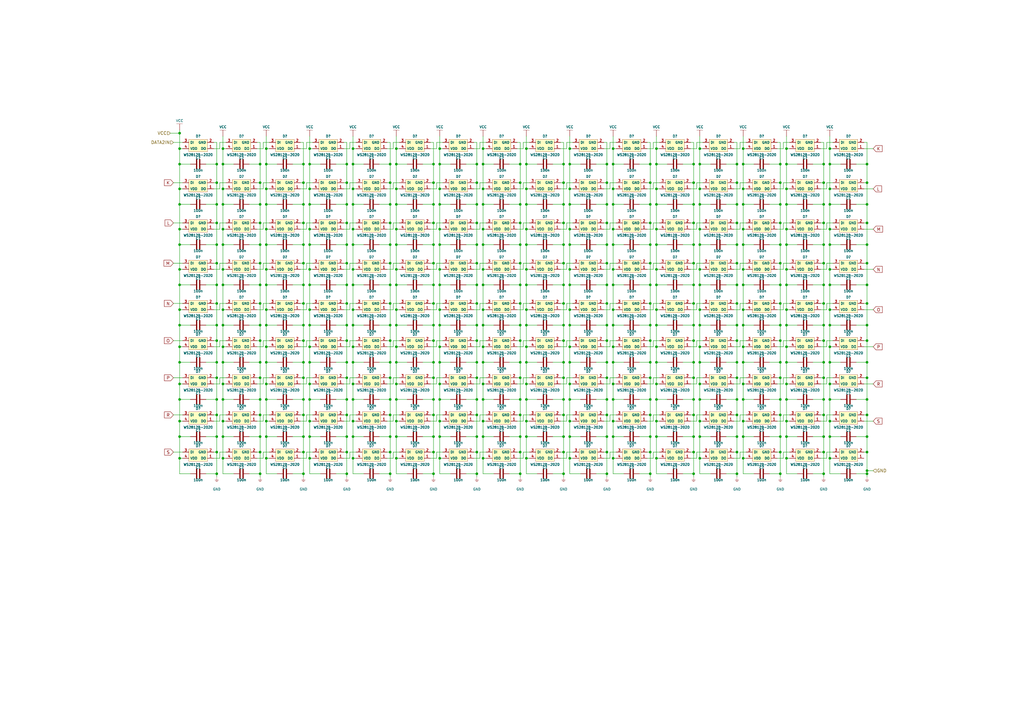
<source format=kicad_sch>
(kicad_sch (version 20210621) (generator eeschema)
  (paper "A3")
  (lib_symbols
    (symbol "e-radionica.com schematics:0402C" (pin_numbers hide)
      (property "Reference" "C" (at -0.635 3.175 0))
      (property "Value" "0402C" (at 0 -3.175 0))
      (symbol "0402C_1_1"
        (pin passive line (at -3.175 0 0) (length 2.54) (name "~") (number "1"))
        (pin passive line (at 3.175 0 180) (length 2.54) (name "~") (number "2"))
      )
    )
    (symbol "e-radionica.com schematics:GND" (power) (pin_names (offset 0))
      (property "Value" "GND" (at 0 -2.921 0))
      (symbol "GND_1_1"
        (pin power_in line (at 0 0 270) (length 0) hide (name "GND") (number "1"))
      )
    )
    (symbol "e-radionica.com schematics:VCC" (power) (pin_names (offset 0))
      (property "Value" "VCC" (at 0 3.556 0))
      (symbol "VCC_1_1"
        (pin power_in line (at 0 0 90) (length 0) hide (name "VCC") (number "1"))
      )
    )
    (symbol "e-radionica.com schematics:WS2812B-2020"
      (property "Reference" "D" (at -2.54 3.81 0))
      (property "Value" "WS2812B-2020" (at 0 -3.81 0))
      (symbol "WS2812B-2020_1_1"
        (pin passive line (at 6.35 -1.27 180) (length 2.54) (name "DO") (number "1"))
        (pin passive line (at 6.35 1.27 180) (length 2.54) (name "GND") (number "2"))
        (pin passive line (at -6.35 1.27 0) (length 2.54) (name "DI") (number "3"))
        (pin passive line (at -6.35 -1.27 0) (length 2.54) (name "VDD") (number "4"))
      )
    )
  )
  (junction (at 73.66 54.61) (diameter 0.9144))
  (junction (at 73.66 60.96) (diameter 0.9144))
  (junction (at 73.66 67.31) (diameter 0.9144))
  (junction (at 73.66 77.47) (diameter 0.9144))
  (junction (at 73.66 83.82) (diameter 0.9144))
  (junction (at 73.66 93.98) (diameter 0.9144))
  (junction (at 73.66 100.33) (diameter 0.9144))
  (junction (at 73.66 110.49) (diameter 0.9144))
  (junction (at 73.66 116.84) (diameter 0.9144))
  (junction (at 73.66 127) (diameter 0.9144))
  (junction (at 73.66 133.35) (diameter 0.9144))
  (junction (at 73.66 142.24) (diameter 0.9144))
  (junction (at 73.66 148.59) (diameter 0.9144))
  (junction (at 73.66 157.48) (diameter 0.9144))
  (junction (at 73.66 163.83) (diameter 0.9144))
  (junction (at 73.66 172.72) (diameter 0.9144))
  (junction (at 73.66 179.07) (diameter 0.9144))
  (junction (at 73.66 187.96) (diameter 0.9144))
  (junction (at 88.9 67.31) (diameter 0.9144))
  (junction (at 88.9 74.93) (diameter 0.9144))
  (junction (at 88.9 83.82) (diameter 0.9144))
  (junction (at 88.9 91.44) (diameter 0.9144))
  (junction (at 88.9 100.33) (diameter 0.9144))
  (junction (at 88.9 107.95) (diameter 0.9144))
  (junction (at 88.9 116.84) (diameter 0.9144))
  (junction (at 88.9 124.46) (diameter 0.9144))
  (junction (at 88.9 133.35) (diameter 0.9144))
  (junction (at 88.9 139.7) (diameter 0.9144))
  (junction (at 88.9 148.59) (diameter 0.9144))
  (junction (at 88.9 154.94) (diameter 0.9144))
  (junction (at 88.9 163.83) (diameter 0.9144))
  (junction (at 88.9 170.18) (diameter 0.9144))
  (junction (at 88.9 179.07) (diameter 0.9144))
  (junction (at 88.9 185.42) (diameter 0.9144))
  (junction (at 88.9 194.31) (diameter 0.9144))
  (junction (at 91.44 60.96) (diameter 0.9144))
  (junction (at 91.44 67.31) (diameter 0.9144))
  (junction (at 91.44 77.47) (diameter 0.9144))
  (junction (at 91.44 83.82) (diameter 0.9144))
  (junction (at 91.44 93.98) (diameter 0.9144))
  (junction (at 91.44 100.33) (diameter 0.9144))
  (junction (at 91.44 110.49) (diameter 0.9144))
  (junction (at 91.44 116.84) (diameter 0.9144))
  (junction (at 91.44 127) (diameter 0.9144))
  (junction (at 91.44 133.35) (diameter 0.9144))
  (junction (at 91.44 142.24) (diameter 0.9144))
  (junction (at 91.44 148.59) (diameter 0.9144))
  (junction (at 91.44 157.48) (diameter 0.9144))
  (junction (at 91.44 163.83) (diameter 0.9144))
  (junction (at 91.44 172.72) (diameter 0.9144))
  (junction (at 91.44 179.07) (diameter 0.9144))
  (junction (at 91.44 187.96) (diameter 0.9144))
  (junction (at 106.68 67.31) (diameter 0.9144))
  (junction (at 106.68 74.93) (diameter 0.9144))
  (junction (at 106.68 83.82) (diameter 0.9144))
  (junction (at 106.68 91.44) (diameter 0.9144))
  (junction (at 106.68 100.33) (diameter 0.9144))
  (junction (at 106.68 107.95) (diameter 0.9144))
  (junction (at 106.68 116.84) (diameter 0.9144))
  (junction (at 106.68 124.46) (diameter 0.9144))
  (junction (at 106.68 133.35) (diameter 0.9144))
  (junction (at 106.68 139.7) (diameter 0.9144))
  (junction (at 106.68 148.59) (diameter 0.9144))
  (junction (at 106.68 154.94) (diameter 0.9144))
  (junction (at 106.68 163.83) (diameter 0.9144))
  (junction (at 106.68 170.18) (diameter 0.9144))
  (junction (at 106.68 179.07) (diameter 0.9144))
  (junction (at 106.68 185.42) (diameter 0.9144))
  (junction (at 106.68 194.31) (diameter 0.9144))
  (junction (at 109.22 60.96) (diameter 0.9144))
  (junction (at 109.22 67.31) (diameter 0.9144))
  (junction (at 109.22 77.47) (diameter 0.9144))
  (junction (at 109.22 83.82) (diameter 0.9144))
  (junction (at 109.22 93.98) (diameter 0.9144))
  (junction (at 109.22 100.33) (diameter 0.9144))
  (junction (at 109.22 110.49) (diameter 0.9144))
  (junction (at 109.22 116.84) (diameter 0.9144))
  (junction (at 109.22 127) (diameter 0.9144))
  (junction (at 109.22 133.35) (diameter 0.9144))
  (junction (at 109.22 142.24) (diameter 0.9144))
  (junction (at 109.22 148.59) (diameter 0.9144))
  (junction (at 109.22 157.48) (diameter 0.9144))
  (junction (at 109.22 163.83) (diameter 0.9144))
  (junction (at 109.22 172.72) (diameter 0.9144))
  (junction (at 109.22 179.07) (diameter 0.9144))
  (junction (at 109.22 187.96) (diameter 0.9144))
  (junction (at 124.46 67.31) (diameter 0.9144))
  (junction (at 124.46 74.93) (diameter 0.9144))
  (junction (at 124.46 83.82) (diameter 0.9144))
  (junction (at 124.46 91.44) (diameter 0.9144))
  (junction (at 124.46 100.33) (diameter 0.9144))
  (junction (at 124.46 107.95) (diameter 0.9144))
  (junction (at 124.46 116.84) (diameter 0.9144))
  (junction (at 124.46 124.46) (diameter 0.9144))
  (junction (at 124.46 133.35) (diameter 0.9144))
  (junction (at 124.46 139.7) (diameter 0.9144))
  (junction (at 124.46 148.59) (diameter 0.9144))
  (junction (at 124.46 154.94) (diameter 0.9144))
  (junction (at 124.46 163.83) (diameter 0.9144))
  (junction (at 124.46 170.18) (diameter 0.9144))
  (junction (at 124.46 179.07) (diameter 0.9144))
  (junction (at 124.46 185.42) (diameter 0.9144))
  (junction (at 124.46 194.31) (diameter 0.9144))
  (junction (at 127 60.96) (diameter 0.9144))
  (junction (at 127 67.31) (diameter 0.9144))
  (junction (at 127 77.47) (diameter 0.9144))
  (junction (at 127 83.82) (diameter 0.9144))
  (junction (at 127 93.98) (diameter 0.9144))
  (junction (at 127 100.33) (diameter 0.9144))
  (junction (at 127 110.49) (diameter 0.9144))
  (junction (at 127 116.84) (diameter 0.9144))
  (junction (at 127 127) (diameter 0.9144))
  (junction (at 127 133.35) (diameter 0.9144))
  (junction (at 127 142.24) (diameter 0.9144))
  (junction (at 127 148.59) (diameter 0.9144))
  (junction (at 127 157.48) (diameter 0.9144))
  (junction (at 127 163.83) (diameter 0.9144))
  (junction (at 127 172.72) (diameter 0.9144))
  (junction (at 127 179.07) (diameter 0.9144))
  (junction (at 127 187.96) (diameter 0.9144))
  (junction (at 142.24 67.31) (diameter 0.9144))
  (junction (at 142.24 74.93) (diameter 0.9144))
  (junction (at 142.24 83.82) (diameter 0.9144))
  (junction (at 142.24 91.44) (diameter 0.9144))
  (junction (at 142.24 100.33) (diameter 0.9144))
  (junction (at 142.24 107.95) (diameter 0.9144))
  (junction (at 142.24 116.84) (diameter 0.9144))
  (junction (at 142.24 124.46) (diameter 0.9144))
  (junction (at 142.24 133.35) (diameter 0.9144))
  (junction (at 142.24 139.7) (diameter 0.9144))
  (junction (at 142.24 148.59) (diameter 0.9144))
  (junction (at 142.24 154.94) (diameter 0.9144))
  (junction (at 142.24 163.83) (diameter 0.9144))
  (junction (at 142.24 170.18) (diameter 0.9144))
  (junction (at 142.24 179.07) (diameter 0.9144))
  (junction (at 142.24 185.42) (diameter 0.9144))
  (junction (at 142.24 194.31) (diameter 0.9144))
  (junction (at 144.78 60.96) (diameter 0.9144))
  (junction (at 144.78 67.31) (diameter 0.9144))
  (junction (at 144.78 77.47) (diameter 0.9144))
  (junction (at 144.78 83.82) (diameter 0.9144))
  (junction (at 144.78 93.98) (diameter 0.9144))
  (junction (at 144.78 100.33) (diameter 0.9144))
  (junction (at 144.78 110.49) (diameter 0.9144))
  (junction (at 144.78 116.84) (diameter 0.9144))
  (junction (at 144.78 127) (diameter 0.9144))
  (junction (at 144.78 133.35) (diameter 0.9144))
  (junction (at 144.78 142.24) (diameter 0.9144))
  (junction (at 144.78 148.59) (diameter 0.9144))
  (junction (at 144.78 157.48) (diameter 0.9144))
  (junction (at 144.78 163.83) (diameter 0.9144))
  (junction (at 144.78 172.72) (diameter 0.9144))
  (junction (at 144.78 179.07) (diameter 0.9144))
  (junction (at 144.78 187.96) (diameter 0.9144))
  (junction (at 160.02 67.31) (diameter 0.9144))
  (junction (at 160.02 74.93) (diameter 0.9144))
  (junction (at 160.02 83.82) (diameter 0.9144))
  (junction (at 160.02 91.44) (diameter 0.9144))
  (junction (at 160.02 100.33) (diameter 0.9144))
  (junction (at 160.02 107.95) (diameter 0.9144))
  (junction (at 160.02 116.84) (diameter 0.9144))
  (junction (at 160.02 124.46) (diameter 0.9144))
  (junction (at 160.02 133.35) (diameter 0.9144))
  (junction (at 160.02 139.7) (diameter 0.9144))
  (junction (at 160.02 148.59) (diameter 0.9144))
  (junction (at 160.02 154.94) (diameter 0.9144))
  (junction (at 160.02 163.83) (diameter 0.9144))
  (junction (at 160.02 170.18) (diameter 0.9144))
  (junction (at 160.02 179.07) (diameter 0.9144))
  (junction (at 160.02 185.42) (diameter 0.9144))
  (junction (at 160.02 194.31) (diameter 0.9144))
  (junction (at 162.56 60.96) (diameter 0.9144))
  (junction (at 162.56 67.31) (diameter 0.9144))
  (junction (at 162.56 77.47) (diameter 0.9144))
  (junction (at 162.56 83.82) (diameter 0.9144))
  (junction (at 162.56 93.98) (diameter 0.9144))
  (junction (at 162.56 100.33) (diameter 0.9144))
  (junction (at 162.56 110.49) (diameter 0.9144))
  (junction (at 162.56 116.84) (diameter 0.9144))
  (junction (at 162.56 127) (diameter 0.9144))
  (junction (at 162.56 133.35) (diameter 0.9144))
  (junction (at 162.56 142.24) (diameter 0.9144))
  (junction (at 162.56 148.59) (diameter 0.9144))
  (junction (at 162.56 157.48) (diameter 0.9144))
  (junction (at 162.56 163.83) (diameter 0.9144))
  (junction (at 162.56 172.72) (diameter 0.9144))
  (junction (at 162.56 179.07) (diameter 0.9144))
  (junction (at 162.56 187.96) (diameter 0.9144))
  (junction (at 177.8 67.31) (diameter 0.9144))
  (junction (at 177.8 74.93) (diameter 0.9144))
  (junction (at 177.8 83.82) (diameter 0.9144))
  (junction (at 177.8 91.44) (diameter 0.9144))
  (junction (at 177.8 100.33) (diameter 0.9144))
  (junction (at 177.8 107.95) (diameter 0.9144))
  (junction (at 177.8 116.84) (diameter 0.9144))
  (junction (at 177.8 124.46) (diameter 0.9144))
  (junction (at 177.8 133.35) (diameter 0.9144))
  (junction (at 177.8 139.7) (diameter 0.9144))
  (junction (at 177.8 148.59) (diameter 0.9144))
  (junction (at 177.8 154.94) (diameter 0.9144))
  (junction (at 177.8 163.83) (diameter 0.9144))
  (junction (at 177.8 170.18) (diameter 0.9144))
  (junction (at 177.8 179.07) (diameter 0.9144))
  (junction (at 177.8 185.42) (diameter 0.9144))
  (junction (at 177.8 194.31) (diameter 0.9144))
  (junction (at 180.34 60.96) (diameter 0.9144))
  (junction (at 180.34 67.31) (diameter 0.9144))
  (junction (at 180.34 77.47) (diameter 0.9144))
  (junction (at 180.34 83.82) (diameter 0.9144))
  (junction (at 180.34 93.98) (diameter 0.9144))
  (junction (at 180.34 100.33) (diameter 0.9144))
  (junction (at 180.34 110.49) (diameter 0.9144))
  (junction (at 180.34 116.84) (diameter 0.9144))
  (junction (at 180.34 127) (diameter 0.9144))
  (junction (at 180.34 133.35) (diameter 0.9144))
  (junction (at 180.34 142.24) (diameter 0.9144))
  (junction (at 180.34 148.59) (diameter 0.9144))
  (junction (at 180.34 157.48) (diameter 0.9144))
  (junction (at 180.34 163.83) (diameter 0.9144))
  (junction (at 180.34 172.72) (diameter 0.9144))
  (junction (at 180.34 179.07) (diameter 0.9144))
  (junction (at 180.34 187.96) (diameter 0.9144))
  (junction (at 195.58 67.31) (diameter 0.9144))
  (junction (at 195.58 74.93) (diameter 0.9144))
  (junction (at 195.58 83.82) (diameter 0.9144))
  (junction (at 195.58 91.44) (diameter 0.9144))
  (junction (at 195.58 100.33) (diameter 0.9144))
  (junction (at 195.58 107.95) (diameter 0.9144))
  (junction (at 195.58 116.84) (diameter 0.9144))
  (junction (at 195.58 124.46) (diameter 0.9144))
  (junction (at 195.58 133.35) (diameter 0.9144))
  (junction (at 195.58 139.7) (diameter 0.9144))
  (junction (at 195.58 148.59) (diameter 0.9144))
  (junction (at 195.58 154.94) (diameter 0.9144))
  (junction (at 195.58 163.83) (diameter 0.9144))
  (junction (at 195.58 170.18) (diameter 0.9144))
  (junction (at 195.58 179.07) (diameter 0.9144))
  (junction (at 195.58 185.42) (diameter 0.9144))
  (junction (at 195.58 194.31) (diameter 0.9144))
  (junction (at 198.12 60.96) (diameter 0.9144))
  (junction (at 198.12 67.31) (diameter 0.9144))
  (junction (at 198.12 77.47) (diameter 0.9144))
  (junction (at 198.12 83.82) (diameter 0.9144))
  (junction (at 198.12 93.98) (diameter 0.9144))
  (junction (at 198.12 100.33) (diameter 0.9144))
  (junction (at 198.12 110.49) (diameter 0.9144))
  (junction (at 198.12 116.84) (diameter 0.9144))
  (junction (at 198.12 127) (diameter 0.9144))
  (junction (at 198.12 133.35) (diameter 0.9144))
  (junction (at 198.12 142.24) (diameter 0.9144))
  (junction (at 198.12 148.59) (diameter 0.9144))
  (junction (at 198.12 157.48) (diameter 0.9144))
  (junction (at 198.12 163.83) (diameter 0.9144))
  (junction (at 198.12 172.72) (diameter 0.9144))
  (junction (at 198.12 179.07) (diameter 0.9144))
  (junction (at 198.12 187.96) (diameter 0.9144))
  (junction (at 213.36 67.31) (diameter 0.9144))
  (junction (at 213.36 74.93) (diameter 0.9144))
  (junction (at 213.36 83.82) (diameter 0.9144))
  (junction (at 213.36 91.44) (diameter 0.9144))
  (junction (at 213.36 100.33) (diameter 0.9144))
  (junction (at 213.36 107.95) (diameter 0.9144))
  (junction (at 213.36 116.84) (diameter 0.9144))
  (junction (at 213.36 124.46) (diameter 0.9144))
  (junction (at 213.36 133.35) (diameter 0.9144))
  (junction (at 213.36 139.7) (diameter 0.9144))
  (junction (at 213.36 148.59) (diameter 0.9144))
  (junction (at 213.36 154.94) (diameter 0.9144))
  (junction (at 213.36 163.83) (diameter 0.9144))
  (junction (at 213.36 170.18) (diameter 0.9144))
  (junction (at 213.36 179.07) (diameter 0.9144))
  (junction (at 213.36 185.42) (diameter 0.9144))
  (junction (at 213.36 194.31) (diameter 0.9144))
  (junction (at 215.9 60.96) (diameter 0.9144))
  (junction (at 215.9 67.31) (diameter 0.9144))
  (junction (at 215.9 77.47) (diameter 0.9144))
  (junction (at 215.9 83.82) (diameter 0.9144))
  (junction (at 215.9 93.98) (diameter 0.9144))
  (junction (at 215.9 100.33) (diameter 0.9144))
  (junction (at 215.9 110.49) (diameter 0.9144))
  (junction (at 215.9 116.84) (diameter 0.9144))
  (junction (at 215.9 127) (diameter 0.9144))
  (junction (at 215.9 133.35) (diameter 0.9144))
  (junction (at 215.9 142.24) (diameter 0.9144))
  (junction (at 215.9 148.59) (diameter 0.9144))
  (junction (at 215.9 157.48) (diameter 0.9144))
  (junction (at 215.9 163.83) (diameter 0.9144))
  (junction (at 215.9 172.72) (diameter 0.9144))
  (junction (at 215.9 179.07) (diameter 0.9144))
  (junction (at 215.9 187.96) (diameter 0.9144))
  (junction (at 231.14 67.31) (diameter 0.9144))
  (junction (at 231.14 74.93) (diameter 0.9144))
  (junction (at 231.14 83.82) (diameter 0.9144))
  (junction (at 231.14 91.44) (diameter 0.9144))
  (junction (at 231.14 100.33) (diameter 0.9144))
  (junction (at 231.14 107.95) (diameter 0.9144))
  (junction (at 231.14 116.84) (diameter 0.9144))
  (junction (at 231.14 124.46) (diameter 0.9144))
  (junction (at 231.14 133.35) (diameter 0.9144))
  (junction (at 231.14 139.7) (diameter 0.9144))
  (junction (at 231.14 148.59) (diameter 0.9144))
  (junction (at 231.14 154.94) (diameter 0.9144))
  (junction (at 231.14 163.83) (diameter 0.9144))
  (junction (at 231.14 170.18) (diameter 0.9144))
  (junction (at 231.14 179.07) (diameter 0.9144))
  (junction (at 231.14 185.42) (diameter 0.9144))
  (junction (at 231.14 194.31) (diameter 0.9144))
  (junction (at 233.68 60.96) (diameter 0.9144))
  (junction (at 233.68 67.31) (diameter 0.9144))
  (junction (at 233.68 77.47) (diameter 0.9144))
  (junction (at 233.68 83.82) (diameter 0.9144))
  (junction (at 233.68 93.98) (diameter 0.9144))
  (junction (at 233.68 100.33) (diameter 0.9144))
  (junction (at 233.68 110.49) (diameter 0.9144))
  (junction (at 233.68 116.84) (diameter 0.9144))
  (junction (at 233.68 127) (diameter 0.9144))
  (junction (at 233.68 133.35) (diameter 0.9144))
  (junction (at 233.68 142.24) (diameter 0.9144))
  (junction (at 233.68 148.59) (diameter 0.9144))
  (junction (at 233.68 157.48) (diameter 0.9144))
  (junction (at 233.68 163.83) (diameter 0.9144))
  (junction (at 233.68 172.72) (diameter 0.9144))
  (junction (at 233.68 179.07) (diameter 0.9144))
  (junction (at 233.68 187.96) (diameter 0.9144))
  (junction (at 248.92 67.31) (diameter 0.9144))
  (junction (at 248.92 74.93) (diameter 0.9144))
  (junction (at 248.92 83.82) (diameter 0.9144))
  (junction (at 248.92 91.44) (diameter 0.9144))
  (junction (at 248.92 100.33) (diameter 0.9144))
  (junction (at 248.92 107.95) (diameter 0.9144))
  (junction (at 248.92 116.84) (diameter 0.9144))
  (junction (at 248.92 124.46) (diameter 0.9144))
  (junction (at 248.92 133.35) (diameter 0.9144))
  (junction (at 248.92 139.7) (diameter 0.9144))
  (junction (at 248.92 148.59) (diameter 0.9144))
  (junction (at 248.92 154.94) (diameter 0.9144))
  (junction (at 248.92 163.83) (diameter 0.9144))
  (junction (at 248.92 170.18) (diameter 0.9144))
  (junction (at 248.92 179.07) (diameter 0.9144))
  (junction (at 248.92 185.42) (diameter 0.9144))
  (junction (at 248.92 194.31) (diameter 0.9144))
  (junction (at 251.46 60.96) (diameter 0.9144))
  (junction (at 251.46 67.31) (diameter 0.9144))
  (junction (at 251.46 77.47) (diameter 0.9144))
  (junction (at 251.46 83.82) (diameter 0.9144))
  (junction (at 251.46 93.98) (diameter 0.9144))
  (junction (at 251.46 100.33) (diameter 0.9144))
  (junction (at 251.46 110.49) (diameter 0.9144))
  (junction (at 251.46 116.84) (diameter 0.9144))
  (junction (at 251.46 127) (diameter 0.9144))
  (junction (at 251.46 133.35) (diameter 0.9144))
  (junction (at 251.46 142.24) (diameter 0.9144))
  (junction (at 251.46 148.59) (diameter 0.9144))
  (junction (at 251.46 157.48) (diameter 0.9144))
  (junction (at 251.46 163.83) (diameter 0.9144))
  (junction (at 251.46 172.72) (diameter 0.9144))
  (junction (at 251.46 179.07) (diameter 0.9144))
  (junction (at 251.46 187.96) (diameter 0.9144))
  (junction (at 266.7 67.31) (diameter 0.9144))
  (junction (at 266.7 74.93) (diameter 0.9144))
  (junction (at 266.7 83.82) (diameter 0.9144))
  (junction (at 266.7 91.44) (diameter 0.9144))
  (junction (at 266.7 100.33) (diameter 0.9144))
  (junction (at 266.7 107.95) (diameter 0.9144))
  (junction (at 266.7 116.84) (diameter 0.9144))
  (junction (at 266.7 124.46) (diameter 0.9144))
  (junction (at 266.7 133.35) (diameter 0.9144))
  (junction (at 266.7 139.7) (diameter 0.9144))
  (junction (at 266.7 148.59) (diameter 0.9144))
  (junction (at 266.7 154.94) (diameter 0.9144))
  (junction (at 266.7 163.83) (diameter 0.9144))
  (junction (at 266.7 170.18) (diameter 0.9144))
  (junction (at 266.7 179.07) (diameter 0.9144))
  (junction (at 266.7 185.42) (diameter 0.9144))
  (junction (at 266.7 194.31) (diameter 0.9144))
  (junction (at 269.24 60.96) (diameter 0.9144))
  (junction (at 269.24 67.31) (diameter 0.9144))
  (junction (at 269.24 77.47) (diameter 0.9144))
  (junction (at 269.24 83.82) (diameter 0.9144))
  (junction (at 269.24 93.98) (diameter 0.9144))
  (junction (at 269.24 100.33) (diameter 0.9144))
  (junction (at 269.24 110.49) (diameter 0.9144))
  (junction (at 269.24 116.84) (diameter 0.9144))
  (junction (at 269.24 127) (diameter 0.9144))
  (junction (at 269.24 133.35) (diameter 0.9144))
  (junction (at 269.24 142.24) (diameter 0.9144))
  (junction (at 269.24 148.59) (diameter 0.9144))
  (junction (at 269.24 157.48) (diameter 0.9144))
  (junction (at 269.24 163.83) (diameter 0.9144))
  (junction (at 269.24 172.72) (diameter 0.9144))
  (junction (at 269.24 179.07) (diameter 0.9144))
  (junction (at 269.24 187.96) (diameter 0.9144))
  (junction (at 284.48 67.31) (diameter 0.9144))
  (junction (at 284.48 74.93) (diameter 0.9144))
  (junction (at 284.48 83.82) (diameter 0.9144))
  (junction (at 284.48 91.44) (diameter 0.9144))
  (junction (at 284.48 100.33) (diameter 0.9144))
  (junction (at 284.48 107.95) (diameter 0.9144))
  (junction (at 284.48 116.84) (diameter 0.9144))
  (junction (at 284.48 124.46) (diameter 0.9144))
  (junction (at 284.48 133.35) (diameter 0.9144))
  (junction (at 284.48 139.7) (diameter 0.9144))
  (junction (at 284.48 148.59) (diameter 0.9144))
  (junction (at 284.48 154.94) (diameter 0.9144))
  (junction (at 284.48 163.83) (diameter 0.9144))
  (junction (at 284.48 170.18) (diameter 0.9144))
  (junction (at 284.48 179.07) (diameter 0.9144))
  (junction (at 284.48 185.42) (diameter 0.9144))
  (junction (at 284.48 194.31) (diameter 0.9144))
  (junction (at 287.02 60.96) (diameter 0.9144))
  (junction (at 287.02 67.31) (diameter 0.9144))
  (junction (at 287.02 77.47) (diameter 0.9144))
  (junction (at 287.02 83.82) (diameter 0.9144))
  (junction (at 287.02 93.98) (diameter 0.9144))
  (junction (at 287.02 100.33) (diameter 0.9144))
  (junction (at 287.02 110.49) (diameter 0.9144))
  (junction (at 287.02 116.84) (diameter 0.9144))
  (junction (at 287.02 127) (diameter 0.9144))
  (junction (at 287.02 133.35) (diameter 0.9144))
  (junction (at 287.02 142.24) (diameter 0.9144))
  (junction (at 287.02 148.59) (diameter 0.9144))
  (junction (at 287.02 157.48) (diameter 0.9144))
  (junction (at 287.02 163.83) (diameter 0.9144))
  (junction (at 287.02 172.72) (diameter 0.9144))
  (junction (at 287.02 179.07) (diameter 0.9144))
  (junction (at 287.02 187.96) (diameter 0.9144))
  (junction (at 302.26 67.31) (diameter 0.9144))
  (junction (at 302.26 74.93) (diameter 0.9144))
  (junction (at 302.26 83.82) (diameter 0.9144))
  (junction (at 302.26 91.44) (diameter 0.9144))
  (junction (at 302.26 100.33) (diameter 0.9144))
  (junction (at 302.26 107.95) (diameter 0.9144))
  (junction (at 302.26 116.84) (diameter 0.9144))
  (junction (at 302.26 124.46) (diameter 0.9144))
  (junction (at 302.26 133.35) (diameter 0.9144))
  (junction (at 302.26 139.7) (diameter 0.9144))
  (junction (at 302.26 148.59) (diameter 0.9144))
  (junction (at 302.26 154.94) (diameter 0.9144))
  (junction (at 302.26 163.83) (diameter 0.9144))
  (junction (at 302.26 170.18) (diameter 0.9144))
  (junction (at 302.26 179.07) (diameter 0.9144))
  (junction (at 302.26 185.42) (diameter 0.9144))
  (junction (at 302.26 194.31) (diameter 0.9144))
  (junction (at 304.8 60.96) (diameter 0.9144))
  (junction (at 304.8 67.31) (diameter 0.9144))
  (junction (at 304.8 77.47) (diameter 0.9144))
  (junction (at 304.8 83.82) (diameter 0.9144))
  (junction (at 304.8 93.98) (diameter 0.9144))
  (junction (at 304.8 100.33) (diameter 0.9144))
  (junction (at 304.8 110.49) (diameter 0.9144))
  (junction (at 304.8 116.84) (diameter 0.9144))
  (junction (at 304.8 127) (diameter 0.9144))
  (junction (at 304.8 133.35) (diameter 0.9144))
  (junction (at 304.8 142.24) (diameter 0.9144))
  (junction (at 304.8 148.59) (diameter 0.9144))
  (junction (at 304.8 157.48) (diameter 0.9144))
  (junction (at 304.8 163.83) (diameter 0.9144))
  (junction (at 304.8 172.72) (diameter 0.9144))
  (junction (at 304.8 179.07) (diameter 0.9144))
  (junction (at 304.8 187.96) (diameter 0.9144))
  (junction (at 320.04 67.31) (diameter 0.9144))
  (junction (at 320.04 74.93) (diameter 0.9144))
  (junction (at 320.04 83.82) (diameter 0.9144))
  (junction (at 320.04 91.44) (diameter 0.9144))
  (junction (at 320.04 100.33) (diameter 0.9144))
  (junction (at 320.04 107.95) (diameter 0.9144))
  (junction (at 320.04 116.84) (diameter 0.9144))
  (junction (at 320.04 124.46) (diameter 0.9144))
  (junction (at 320.04 133.35) (diameter 0.9144))
  (junction (at 320.04 139.7) (diameter 0.9144))
  (junction (at 320.04 148.59) (diameter 0.9144))
  (junction (at 320.04 154.94) (diameter 0.9144))
  (junction (at 320.04 163.83) (diameter 0.9144))
  (junction (at 320.04 170.18) (diameter 0.9144))
  (junction (at 320.04 179.07) (diameter 0.9144))
  (junction (at 320.04 185.42) (diameter 0.9144))
  (junction (at 320.04 194.31) (diameter 0.9144))
  (junction (at 322.58 60.96) (diameter 0.9144))
  (junction (at 322.58 67.31) (diameter 0.9144))
  (junction (at 322.58 77.47) (diameter 0.9144))
  (junction (at 322.58 83.82) (diameter 0.9144))
  (junction (at 322.58 93.98) (diameter 0.9144))
  (junction (at 322.58 100.33) (diameter 0.9144))
  (junction (at 322.58 110.49) (diameter 0.9144))
  (junction (at 322.58 116.84) (diameter 0.9144))
  (junction (at 322.58 127) (diameter 0.9144))
  (junction (at 322.58 133.35) (diameter 0.9144))
  (junction (at 322.58 142.24) (diameter 0.9144))
  (junction (at 322.58 148.59) (diameter 0.9144))
  (junction (at 322.58 157.48) (diameter 0.9144))
  (junction (at 322.58 163.83) (diameter 0.9144))
  (junction (at 322.58 172.72) (diameter 0.9144))
  (junction (at 322.58 179.07) (diameter 0.9144))
  (junction (at 322.58 187.96) (diameter 0.9144))
  (junction (at 337.82 67.31) (diameter 0.9144))
  (junction (at 337.82 74.93) (diameter 0.9144))
  (junction (at 337.82 83.82) (diameter 0.9144))
  (junction (at 337.82 91.44) (diameter 0.9144))
  (junction (at 337.82 100.33) (diameter 0.9144))
  (junction (at 337.82 107.95) (diameter 0.9144))
  (junction (at 337.82 116.84) (diameter 0.9144))
  (junction (at 337.82 124.46) (diameter 0.9144))
  (junction (at 337.82 133.35) (diameter 0.9144))
  (junction (at 337.82 139.7) (diameter 0.9144))
  (junction (at 337.82 148.59) (diameter 0.9144))
  (junction (at 337.82 154.94) (diameter 0.9144))
  (junction (at 337.82 163.83) (diameter 0.9144))
  (junction (at 337.82 170.18) (diameter 0.9144))
  (junction (at 337.82 179.07) (diameter 0.9144))
  (junction (at 337.82 185.42) (diameter 0.9144))
  (junction (at 337.82 194.31) (diameter 0.9144))
  (junction (at 340.36 60.96) (diameter 0.9144))
  (junction (at 340.36 67.31) (diameter 0.9144))
  (junction (at 340.36 77.47) (diameter 0.9144))
  (junction (at 340.36 83.82) (diameter 0.9144))
  (junction (at 340.36 93.98) (diameter 0.9144))
  (junction (at 340.36 100.33) (diameter 0.9144))
  (junction (at 340.36 110.49) (diameter 0.9144))
  (junction (at 340.36 116.84) (diameter 0.9144))
  (junction (at 340.36 127) (diameter 0.9144))
  (junction (at 340.36 133.35) (diameter 0.9144))
  (junction (at 340.36 142.24) (diameter 0.9144))
  (junction (at 340.36 148.59) (diameter 0.9144))
  (junction (at 340.36 157.48) (diameter 0.9144))
  (junction (at 340.36 163.83) (diameter 0.9144))
  (junction (at 340.36 172.72) (diameter 0.9144))
  (junction (at 340.36 179.07) (diameter 0.9144))
  (junction (at 340.36 187.96) (diameter 0.9144))
  (junction (at 355.6 67.31) (diameter 0.9144))
  (junction (at 355.6 74.93) (diameter 0.9144))
  (junction (at 355.6 83.82) (diameter 0.9144))
  (junction (at 355.6 91.44) (diameter 0.9144))
  (junction (at 355.6 100.33) (diameter 0.9144))
  (junction (at 355.6 107.95) (diameter 0.9144))
  (junction (at 355.6 116.84) (diameter 0.9144))
  (junction (at 355.6 124.46) (diameter 0.9144))
  (junction (at 355.6 133.35) (diameter 0.9144))
  (junction (at 355.6 139.7) (diameter 0.9144))
  (junction (at 355.6 148.59) (diameter 0.9144))
  (junction (at 355.6 154.94) (diameter 0.9144))
  (junction (at 355.6 163.83) (diameter 0.9144))
  (junction (at 355.6 170.18) (diameter 0.9144))
  (junction (at 355.6 179.07) (diameter 0.9144))
  (junction (at 355.6 185.42) (diameter 0.9144))
  (junction (at 355.6 193.04) (diameter 0.9144))
  (junction (at 355.6 194.31) (diameter 0.9144))
  (wire (pts (xy 69.85 54.61) (xy 73.66 54.61)))
  (wire (pts (xy 71.12 58.42) (xy 74.93 58.42)))
  (wire (pts (xy 71.12 74.93) (xy 74.93 74.93)))
  (wire (pts (xy 71.12 91.44) (xy 74.93 91.44)))
  (wire (pts (xy 71.12 107.95) (xy 74.93 107.95)))
  (wire (pts (xy 71.12 124.46) (xy 74.93 124.46)))
  (wire (pts (xy 71.12 139.7) (xy 74.93 139.7)))
  (wire (pts (xy 71.12 154.94) (xy 74.93 154.94)))
  (wire (pts (xy 71.12 170.18) (xy 74.93 170.18)))
  (wire (pts (xy 71.12 185.42) (xy 74.93 185.42)))
  (wire (pts (xy 73.66 53.34) (xy 73.66 54.61)))
  (wire (pts (xy 73.66 54.61) (xy 73.66 60.96)))
  (wire (pts (xy 73.66 60.96) (xy 74.93 60.96)))
  (wire (pts (xy 73.66 67.31) (xy 73.66 60.96)))
  (wire (pts (xy 73.66 67.31) (xy 78.105 67.31)))
  (wire (pts (xy 73.66 77.47) (xy 73.66 67.31)))
  (wire (pts (xy 73.66 83.82) (xy 73.66 77.47)))
  (wire (pts (xy 73.66 83.82) (xy 78.105 83.82)))
  (wire (pts (xy 73.66 93.98) (xy 73.66 83.82)))
  (wire (pts (xy 73.66 100.33) (xy 73.66 93.98)))
  (wire (pts (xy 73.66 100.33) (xy 78.105 100.33)))
  (wire (pts (xy 73.66 110.49) (xy 73.66 100.33)))
  (wire (pts (xy 73.66 116.84) (xy 73.66 110.49)))
  (wire (pts (xy 73.66 116.84) (xy 73.66 127)))
  (wire (pts (xy 73.66 116.84) (xy 78.105 116.84)))
  (wire (pts (xy 73.66 133.35) (xy 73.66 127)))
  (wire (pts (xy 73.66 133.35) (xy 73.66 142.24)))
  (wire (pts (xy 73.66 133.35) (xy 78.105 133.35)))
  (wire (pts (xy 73.66 142.24) (xy 73.66 148.59)))
  (wire (pts (xy 73.66 148.59) (xy 73.66 157.48)))
  (wire (pts (xy 73.66 148.59) (xy 78.105 148.59)))
  (wire (pts (xy 73.66 157.48) (xy 73.66 163.83)))
  (wire (pts (xy 73.66 163.83) (xy 73.66 172.72)))
  (wire (pts (xy 73.66 163.83) (xy 78.105 163.83)))
  (wire (pts (xy 73.66 172.72) (xy 73.66 179.07)))
  (wire (pts (xy 73.66 179.07) (xy 73.66 187.96)))
  (wire (pts (xy 73.66 194.31) (xy 73.66 187.96)))
  (wire (pts (xy 74.93 77.47) (xy 73.66 77.47)))
  (wire (pts (xy 74.93 93.98) (xy 73.66 93.98)))
  (wire (pts (xy 74.93 110.49) (xy 73.66 110.49)))
  (wire (pts (xy 74.93 127) (xy 73.66 127)))
  (wire (pts (xy 74.93 142.24) (xy 73.66 142.24)))
  (wire (pts (xy 74.93 157.48) (xy 73.66 157.48)))
  (wire (pts (xy 74.93 172.72) (xy 73.66 172.72)))
  (wire (pts (xy 74.93 187.96) (xy 73.66 187.96)))
  (wire (pts (xy 78.105 179.07) (xy 73.66 179.07)))
  (wire (pts (xy 78.105 194.31) (xy 73.66 194.31)))
  (wire (pts (xy 84.455 67.31) (xy 88.9 67.31)))
  (wire (pts (xy 84.455 83.82) (xy 88.9 83.82)))
  (wire (pts (xy 84.455 100.33) (xy 88.9 100.33)))
  (wire (pts (xy 84.455 116.84) (xy 88.9 116.84)))
  (wire (pts (xy 84.455 133.35) (xy 88.9 133.35)))
  (wire (pts (xy 84.455 148.59) (xy 88.9 148.59)))
  (wire (pts (xy 84.455 163.83) (xy 88.9 163.83)))
  (wire (pts (xy 84.455 179.07) (xy 88.9 179.07)))
  (wire (pts (xy 84.455 194.31) (xy 88.9 194.31)))
  (wire (pts (xy 87.63 58.42) (xy 88.9 58.42)))
  (wire (pts (xy 87.63 60.96) (xy 90.17 60.96)))
  (wire (pts (xy 87.63 77.47) (xy 90.17 77.47)))
  (wire (pts (xy 87.63 91.44) (xy 88.9 91.44)))
  (wire (pts (xy 87.63 93.98) (xy 90.17 93.98)))
  (wire (pts (xy 87.63 107.95) (xy 88.9 107.95)))
  (wire (pts (xy 87.63 110.49) (xy 90.17 110.49)))
  (wire (pts (xy 87.63 124.46) (xy 88.9 124.46)))
  (wire (pts (xy 87.63 127) (xy 90.17 127)))
  (wire (pts (xy 87.63 139.7) (xy 88.9 139.7)))
  (wire (pts (xy 87.63 142.24) (xy 90.17 142.24)))
  (wire (pts (xy 87.63 154.94) (xy 88.9 154.94)))
  (wire (pts (xy 87.63 157.48) (xy 90.17 157.48)))
  (wire (pts (xy 87.63 170.18) (xy 88.9 170.18)))
  (wire (pts (xy 87.63 172.72) (xy 90.17 172.72)))
  (wire (pts (xy 87.63 185.42) (xy 88.9 185.42)))
  (wire (pts (xy 87.63 187.96) (xy 90.17 187.96)))
  (wire (pts (xy 88.9 58.42) (xy 88.9 67.31)))
  (wire (pts (xy 88.9 67.31) (xy 88.9 74.93)))
  (wire (pts (xy 88.9 74.93) (xy 87.63 74.93)))
  (wire (pts (xy 88.9 83.82) (xy 88.9 74.93)))
  (wire (pts (xy 88.9 91.44) (xy 88.9 83.82)))
  (wire (pts (xy 88.9 100.33) (xy 88.9 91.44)))
  (wire (pts (xy 88.9 107.95) (xy 88.9 100.33)))
  (wire (pts (xy 88.9 116.84) (xy 88.9 107.95)))
  (wire (pts (xy 88.9 124.46) (xy 88.9 116.84)))
  (wire (pts (xy 88.9 133.35) (xy 88.9 124.46)))
  (wire (pts (xy 88.9 139.7) (xy 88.9 133.35)))
  (wire (pts (xy 88.9 148.59) (xy 88.9 139.7)))
  (wire (pts (xy 88.9 154.94) (xy 88.9 148.59)))
  (wire (pts (xy 88.9 163.83) (xy 88.9 154.94)))
  (wire (pts (xy 88.9 170.18) (xy 88.9 163.83)))
  (wire (pts (xy 88.9 179.07) (xy 88.9 170.18)))
  (wire (pts (xy 88.9 185.42) (xy 88.9 179.07)))
  (wire (pts (xy 88.9 185.42) (xy 88.9 194.31)))
  (wire (pts (xy 88.9 194.31) (xy 88.9 195.58)))
  (wire (pts (xy 90.17 58.42) (xy 92.71 58.42)))
  (wire (pts (xy 90.17 60.96) (xy 90.17 58.42)))
  (wire (pts (xy 90.17 74.93) (xy 92.71 74.93)))
  (wire (pts (xy 90.17 77.47) (xy 90.17 74.93)))
  (wire (pts (xy 90.17 91.44) (xy 92.71 91.44)))
  (wire (pts (xy 90.17 93.98) (xy 90.17 91.44)))
  (wire (pts (xy 90.17 107.95) (xy 92.71 107.95)))
  (wire (pts (xy 90.17 110.49) (xy 90.17 107.95)))
  (wire (pts (xy 90.17 124.46) (xy 92.71 124.46)))
  (wire (pts (xy 90.17 127) (xy 90.17 124.46)))
  (wire (pts (xy 90.17 139.7) (xy 92.71 139.7)))
  (wire (pts (xy 90.17 142.24) (xy 90.17 139.7)))
  (wire (pts (xy 90.17 154.94) (xy 92.71 154.94)))
  (wire (pts (xy 90.17 157.48) (xy 90.17 154.94)))
  (wire (pts (xy 90.17 170.18) (xy 92.71 170.18)))
  (wire (pts (xy 90.17 172.72) (xy 90.17 170.18)))
  (wire (pts (xy 90.17 185.42) (xy 92.71 185.42)))
  (wire (pts (xy 90.17 187.96) (xy 90.17 185.42)))
  (wire (pts (xy 91.44 60.96) (xy 91.44 55.88)))
  (wire (pts (xy 91.44 60.96) (xy 91.44 67.31)))
  (wire (pts (xy 91.44 67.31) (xy 91.44 77.47)))
  (wire (pts (xy 91.44 67.31) (xy 95.885 67.31)))
  (wire (pts (xy 91.44 77.47) (xy 91.44 83.82)))
  (wire (pts (xy 91.44 83.82) (xy 91.44 93.98)))
  (wire (pts (xy 91.44 83.82) (xy 95.885 83.82)))
  (wire (pts (xy 91.44 93.98) (xy 91.44 100.33)))
  (wire (pts (xy 91.44 100.33) (xy 91.44 110.49)))
  (wire (pts (xy 91.44 100.33) (xy 95.885 100.33)))
  (wire (pts (xy 91.44 110.49) (xy 91.44 116.84)))
  (wire (pts (xy 91.44 116.84) (xy 91.44 127)))
  (wire (pts (xy 91.44 116.84) (xy 95.885 116.84)))
  (wire (pts (xy 91.44 127) (xy 91.44 133.35)))
  (wire (pts (xy 91.44 133.35) (xy 91.44 142.24)))
  (wire (pts (xy 91.44 133.35) (xy 95.885 133.35)))
  (wire (pts (xy 91.44 142.24) (xy 91.44 148.59)))
  (wire (pts (xy 91.44 148.59) (xy 91.44 157.48)))
  (wire (pts (xy 91.44 148.59) (xy 95.885 148.59)))
  (wire (pts (xy 91.44 157.48) (xy 91.44 163.83)))
  (wire (pts (xy 91.44 163.83) (xy 91.44 172.72)))
  (wire (pts (xy 91.44 163.83) (xy 95.885 163.83)))
  (wire (pts (xy 91.44 172.72) (xy 91.44 179.07)))
  (wire (pts (xy 91.44 179.07) (xy 91.44 187.96)))
  (wire (pts (xy 91.44 179.07) (xy 95.885 179.07)))
  (wire (pts (xy 91.44 194.31) (xy 91.44 187.96)))
  (wire (pts (xy 92.71 60.96) (xy 91.44 60.96)))
  (wire (pts (xy 92.71 77.47) (xy 91.44 77.47)))
  (wire (pts (xy 92.71 93.98) (xy 91.44 93.98)))
  (wire (pts (xy 92.71 110.49) (xy 91.44 110.49)))
  (wire (pts (xy 92.71 127) (xy 91.44 127)))
  (wire (pts (xy 92.71 142.24) (xy 91.44 142.24)))
  (wire (pts (xy 92.71 157.48) (xy 91.44 157.48)))
  (wire (pts (xy 92.71 172.72) (xy 91.44 172.72)))
  (wire (pts (xy 92.71 187.96) (xy 91.44 187.96)))
  (wire (pts (xy 95.885 194.31) (xy 91.44 194.31)))
  (wire (pts (xy 102.235 67.31) (xy 106.68 67.31)))
  (wire (pts (xy 102.235 83.82) (xy 106.68 83.82)))
  (wire (pts (xy 102.235 100.33) (xy 106.68 100.33)))
  (wire (pts (xy 102.235 116.84) (xy 106.68 116.84)))
  (wire (pts (xy 102.235 133.35) (xy 106.68 133.35)))
  (wire (pts (xy 102.235 148.59) (xy 106.68 148.59)))
  (wire (pts (xy 102.235 163.83) (xy 106.68 163.83)))
  (wire (pts (xy 102.235 179.07) (xy 106.68 179.07)))
  (wire (pts (xy 102.235 194.31) (xy 106.68 194.31)))
  (wire (pts (xy 105.41 58.42) (xy 106.68 58.42)))
  (wire (pts (xy 105.41 60.96) (xy 107.95 60.96)))
  (wire (pts (xy 105.41 74.93) (xy 106.68 74.93)))
  (wire (pts (xy 105.41 77.47) (xy 107.95 77.47)))
  (wire (pts (xy 105.41 91.44) (xy 106.68 91.44)))
  (wire (pts (xy 105.41 93.98) (xy 107.95 93.98)))
  (wire (pts (xy 105.41 107.95) (xy 106.68 107.95)))
  (wire (pts (xy 105.41 110.49) (xy 107.95 110.49)))
  (wire (pts (xy 105.41 124.46) (xy 106.68 124.46)))
  (wire (pts (xy 105.41 127) (xy 107.95 127)))
  (wire (pts (xy 105.41 139.7) (xy 106.68 139.7)))
  (wire (pts (xy 105.41 142.24) (xy 107.95 142.24)))
  (wire (pts (xy 105.41 154.94) (xy 106.68 154.94)))
  (wire (pts (xy 105.41 157.48) (xy 107.95 157.48)))
  (wire (pts (xy 105.41 170.18) (xy 106.68 170.18)))
  (wire (pts (xy 105.41 172.72) (xy 107.95 172.72)))
  (wire (pts (xy 105.41 187.96) (xy 107.95 187.96)))
  (wire (pts (xy 106.68 58.42) (xy 106.68 67.31)))
  (wire (pts (xy 106.68 67.31) (xy 106.68 74.93)))
  (wire (pts (xy 106.68 74.93) (xy 106.68 83.82)))
  (wire (pts (xy 106.68 83.82) (xy 106.68 91.44)))
  (wire (pts (xy 106.68 91.44) (xy 106.68 100.33)))
  (wire (pts (xy 106.68 100.33) (xy 106.68 107.95)))
  (wire (pts (xy 106.68 107.95) (xy 106.68 116.84)))
  (wire (pts (xy 106.68 116.84) (xy 106.68 124.46)))
  (wire (pts (xy 106.68 124.46) (xy 106.68 133.35)))
  (wire (pts (xy 106.68 133.35) (xy 106.68 139.7)))
  (wire (pts (xy 106.68 139.7) (xy 106.68 148.59)))
  (wire (pts (xy 106.68 148.59) (xy 106.68 154.94)))
  (wire (pts (xy 106.68 154.94) (xy 106.68 163.83)))
  (wire (pts (xy 106.68 163.83) (xy 106.68 170.18)))
  (wire (pts (xy 106.68 170.18) (xy 106.68 179.07)))
  (wire (pts (xy 106.68 179.07) (xy 106.68 185.42)))
  (wire (pts (xy 106.68 185.42) (xy 105.41 185.42)))
  (wire (pts (xy 106.68 194.31) (xy 106.68 185.42)))
  (wire (pts (xy 106.68 195.58) (xy 106.68 194.31)))
  (wire (pts (xy 107.95 58.42) (xy 110.49 58.42)))
  (wire (pts (xy 107.95 60.96) (xy 107.95 58.42)))
  (wire (pts (xy 107.95 74.93) (xy 110.49 74.93)))
  (wire (pts (xy 107.95 77.47) (xy 107.95 74.93)))
  (wire (pts (xy 107.95 91.44) (xy 110.49 91.44)))
  (wire (pts (xy 107.95 93.98) (xy 107.95 91.44)))
  (wire (pts (xy 107.95 107.95) (xy 110.49 107.95)))
  (wire (pts (xy 107.95 110.49) (xy 107.95 107.95)))
  (wire (pts (xy 107.95 124.46) (xy 110.49 124.46)))
  (wire (pts (xy 107.95 127) (xy 107.95 124.46)))
  (wire (pts (xy 107.95 139.7) (xy 110.49 139.7)))
  (wire (pts (xy 107.95 142.24) (xy 107.95 139.7)))
  (wire (pts (xy 107.95 154.94) (xy 110.49 154.94)))
  (wire (pts (xy 107.95 157.48) (xy 107.95 154.94)))
  (wire (pts (xy 107.95 170.18) (xy 110.49 170.18)))
  (wire (pts (xy 107.95 172.72) (xy 107.95 170.18)))
  (wire (pts (xy 107.95 185.42) (xy 110.49 185.42)))
  (wire (pts (xy 107.95 187.96) (xy 107.95 185.42)))
  (wire (pts (xy 109.22 60.96) (xy 109.22 55.88)))
  (wire (pts (xy 109.22 60.96) (xy 109.22 67.31)))
  (wire (pts (xy 109.22 67.31) (xy 109.22 77.47)))
  (wire (pts (xy 109.22 67.31) (xy 113.665 67.31)))
  (wire (pts (xy 109.22 77.47) (xy 109.22 83.82)))
  (wire (pts (xy 109.22 83.82) (xy 109.22 93.98)))
  (wire (pts (xy 109.22 83.82) (xy 113.665 83.82)))
  (wire (pts (xy 109.22 93.98) (xy 109.22 100.33)))
  (wire (pts (xy 109.22 100.33) (xy 109.22 110.49)))
  (wire (pts (xy 109.22 100.33) (xy 113.665 100.33)))
  (wire (pts (xy 109.22 110.49) (xy 109.22 116.84)))
  (wire (pts (xy 109.22 116.84) (xy 109.22 127)))
  (wire (pts (xy 109.22 116.84) (xy 113.665 116.84)))
  (wire (pts (xy 109.22 127) (xy 109.22 133.35)))
  (wire (pts (xy 109.22 133.35) (xy 109.22 142.24)))
  (wire (pts (xy 109.22 133.35) (xy 113.665 133.35)))
  (wire (pts (xy 109.22 142.24) (xy 109.22 148.59)))
  (wire (pts (xy 109.22 148.59) (xy 109.22 157.48)))
  (wire (pts (xy 109.22 148.59) (xy 113.665 148.59)))
  (wire (pts (xy 109.22 157.48) (xy 109.22 163.83)))
  (wire (pts (xy 109.22 163.83) (xy 109.22 172.72)))
  (wire (pts (xy 109.22 163.83) (xy 113.665 163.83)))
  (wire (pts (xy 109.22 172.72) (xy 109.22 179.07)))
  (wire (pts (xy 109.22 179.07) (xy 109.22 187.96)))
  (wire (pts (xy 109.22 179.07) (xy 113.665 179.07)))
  (wire (pts (xy 109.22 194.31) (xy 109.22 187.96)))
  (wire (pts (xy 110.49 60.96) (xy 109.22 60.96)))
  (wire (pts (xy 110.49 77.47) (xy 109.22 77.47)))
  (wire (pts (xy 110.49 93.98) (xy 109.22 93.98)))
  (wire (pts (xy 110.49 110.49) (xy 109.22 110.49)))
  (wire (pts (xy 110.49 127) (xy 109.22 127)))
  (wire (pts (xy 110.49 142.24) (xy 109.22 142.24)))
  (wire (pts (xy 110.49 157.48) (xy 109.22 157.48)))
  (wire (pts (xy 110.49 172.72) (xy 109.22 172.72)))
  (wire (pts (xy 110.49 187.96) (xy 109.22 187.96)))
  (wire (pts (xy 113.665 194.31) (xy 109.22 194.31)))
  (wire (pts (xy 120.015 67.31) (xy 124.46 67.31)))
  (wire (pts (xy 120.015 83.82) (xy 124.46 83.82)))
  (wire (pts (xy 120.015 100.33) (xy 124.46 100.33)))
  (wire (pts (xy 120.015 116.84) (xy 124.46 116.84)))
  (wire (pts (xy 120.015 133.35) (xy 124.46 133.35)))
  (wire (pts (xy 120.015 148.59) (xy 124.46 148.59)))
  (wire (pts (xy 120.015 163.83) (xy 124.46 163.83)))
  (wire (pts (xy 120.015 179.07) (xy 124.46 179.07)))
  (wire (pts (xy 120.015 194.31) (xy 124.46 194.31)))
  (wire (pts (xy 123.19 58.42) (xy 124.46 58.42)))
  (wire (pts (xy 123.19 60.96) (xy 125.73 60.96)))
  (wire (pts (xy 123.19 74.93) (xy 124.46 74.93)))
  (wire (pts (xy 123.19 77.47) (xy 125.73 77.47)))
  (wire (pts (xy 123.19 91.44) (xy 124.46 91.44)))
  (wire (pts (xy 123.19 93.98) (xy 125.73 93.98)))
  (wire (pts (xy 123.19 107.95) (xy 124.46 107.95)))
  (wire (pts (xy 123.19 110.49) (xy 125.73 110.49)))
  (wire (pts (xy 123.19 124.46) (xy 124.46 124.46)))
  (wire (pts (xy 123.19 127) (xy 125.73 127)))
  (wire (pts (xy 123.19 139.7) (xy 124.46 139.7)))
  (wire (pts (xy 123.19 142.24) (xy 125.73 142.24)))
  (wire (pts (xy 123.19 154.94) (xy 124.46 154.94)))
  (wire (pts (xy 123.19 157.48) (xy 125.73 157.48)))
  (wire (pts (xy 123.19 170.18) (xy 124.46 170.18)))
  (wire (pts (xy 123.19 172.72) (xy 125.73 172.72)))
  (wire (pts (xy 123.19 185.42) (xy 124.46 185.42)))
  (wire (pts (xy 123.19 187.96) (xy 125.73 187.96)))
  (wire (pts (xy 124.46 67.31) (xy 124.46 58.42)))
  (wire (pts (xy 124.46 74.93) (xy 124.46 67.31)))
  (wire (pts (xy 124.46 83.82) (xy 124.46 74.93)))
  (wire (pts (xy 124.46 91.44) (xy 124.46 83.82)))
  (wire (pts (xy 124.46 100.33) (xy 124.46 91.44)))
  (wire (pts (xy 124.46 107.95) (xy 124.46 100.33)))
  (wire (pts (xy 124.46 116.84) (xy 124.46 107.95)))
  (wire (pts (xy 124.46 124.46) (xy 124.46 116.84)))
  (wire (pts (xy 124.46 133.35) (xy 124.46 124.46)))
  (wire (pts (xy 124.46 139.7) (xy 124.46 133.35)))
  (wire (pts (xy 124.46 148.59) (xy 124.46 139.7)))
  (wire (pts (xy 124.46 154.94) (xy 124.46 148.59)))
  (wire (pts (xy 124.46 163.83) (xy 124.46 154.94)))
  (wire (pts (xy 124.46 170.18) (xy 124.46 163.83)))
  (wire (pts (xy 124.46 170.18) (xy 124.46 179.07)))
  (wire (pts (xy 124.46 179.07) (xy 124.46 185.42)))
  (wire (pts (xy 124.46 185.42) (xy 124.46 194.31)))
  (wire (pts (xy 124.46 194.31) (xy 124.46 195.58)))
  (wire (pts (xy 125.73 58.42) (xy 128.27 58.42)))
  (wire (pts (xy 125.73 60.96) (xy 125.73 58.42)))
  (wire (pts (xy 125.73 74.93) (xy 128.27 74.93)))
  (wire (pts (xy 125.73 77.47) (xy 125.73 74.93)))
  (wire (pts (xy 125.73 91.44) (xy 128.27 91.44)))
  (wire (pts (xy 125.73 93.98) (xy 125.73 91.44)))
  (wire (pts (xy 125.73 107.95) (xy 128.27 107.95)))
  (wire (pts (xy 125.73 110.49) (xy 125.73 107.95)))
  (wire (pts (xy 125.73 124.46) (xy 128.27 124.46)))
  (wire (pts (xy 125.73 127) (xy 125.73 124.46)))
  (wire (pts (xy 125.73 139.7) (xy 128.27 139.7)))
  (wire (pts (xy 125.73 142.24) (xy 125.73 139.7)))
  (wire (pts (xy 125.73 154.94) (xy 128.27 154.94)))
  (wire (pts (xy 125.73 157.48) (xy 125.73 154.94)))
  (wire (pts (xy 125.73 170.18) (xy 128.27 170.18)))
  (wire (pts (xy 125.73 172.72) (xy 125.73 170.18)))
  (wire (pts (xy 125.73 185.42) (xy 128.27 185.42)))
  (wire (pts (xy 125.73 187.96) (xy 125.73 185.42)))
  (wire (pts (xy 127 60.96) (xy 127 55.88)))
  (wire (pts (xy 127 60.96) (xy 127 67.31)))
  (wire (pts (xy 127 67.31) (xy 127 77.47)))
  (wire (pts (xy 127 67.31) (xy 131.445 67.31)))
  (wire (pts (xy 127 77.47) (xy 127 83.82)))
  (wire (pts (xy 127 83.82) (xy 127 93.98)))
  (wire (pts (xy 127 83.82) (xy 131.445 83.82)))
  (wire (pts (xy 127 93.98) (xy 127 100.33)))
  (wire (pts (xy 127 100.33) (xy 127 110.49)))
  (wire (pts (xy 127 100.33) (xy 131.445 100.33)))
  (wire (pts (xy 127 110.49) (xy 127 116.84)))
  (wire (pts (xy 127 116.84) (xy 127 127)))
  (wire (pts (xy 127 116.84) (xy 131.445 116.84)))
  (wire (pts (xy 127 127) (xy 127 133.35)))
  (wire (pts (xy 127 133.35) (xy 127 142.24)))
  (wire (pts (xy 127 133.35) (xy 131.445 133.35)))
  (wire (pts (xy 127 142.24) (xy 127 148.59)))
  (wire (pts (xy 127 148.59) (xy 127 157.48)))
  (wire (pts (xy 127 148.59) (xy 131.445 148.59)))
  (wire (pts (xy 127 157.48) (xy 127 163.83)))
  (wire (pts (xy 127 163.83) (xy 127 172.72)))
  (wire (pts (xy 127 163.83) (xy 131.445 163.83)))
  (wire (pts (xy 127 172.72) (xy 127 179.07)))
  (wire (pts (xy 127 179.07) (xy 127 187.96)))
  (wire (pts (xy 127 179.07) (xy 131.445 179.07)))
  (wire (pts (xy 127 194.31) (xy 127 187.96)))
  (wire (pts (xy 128.27 60.96) (xy 127 60.96)))
  (wire (pts (xy 128.27 77.47) (xy 127 77.47)))
  (wire (pts (xy 128.27 93.98) (xy 127 93.98)))
  (wire (pts (xy 128.27 110.49) (xy 127 110.49)))
  (wire (pts (xy 128.27 127) (xy 127 127)))
  (wire (pts (xy 128.27 142.24) (xy 127 142.24)))
  (wire (pts (xy 128.27 157.48) (xy 127 157.48)))
  (wire (pts (xy 128.27 172.72) (xy 127 172.72)))
  (wire (pts (xy 128.27 187.96) (xy 127 187.96)))
  (wire (pts (xy 131.445 194.31) (xy 127 194.31)))
  (wire (pts (xy 137.795 67.31) (xy 142.24 67.31)))
  (wire (pts (xy 137.795 83.82) (xy 142.24 83.82)))
  (wire (pts (xy 137.795 100.33) (xy 142.24 100.33)))
  (wire (pts (xy 137.795 116.84) (xy 142.24 116.84)))
  (wire (pts (xy 137.795 133.35) (xy 142.24 133.35)))
  (wire (pts (xy 137.795 148.59) (xy 142.24 148.59)))
  (wire (pts (xy 137.795 163.83) (xy 142.24 163.83)))
  (wire (pts (xy 137.795 179.07) (xy 142.24 179.07)))
  (wire (pts (xy 137.795 194.31) (xy 142.24 194.31)))
  (wire (pts (xy 140.97 58.42) (xy 142.24 58.42)))
  (wire (pts (xy 140.97 60.96) (xy 143.51 60.96)))
  (wire (pts (xy 140.97 74.93) (xy 142.24 74.93)))
  (wire (pts (xy 140.97 77.47) (xy 143.51 77.47)))
  (wire (pts (xy 140.97 91.44) (xy 142.24 91.44)))
  (wire (pts (xy 140.97 93.98) (xy 143.51 93.98)))
  (wire (pts (xy 140.97 107.95) (xy 142.24 107.95)))
  (wire (pts (xy 140.97 110.49) (xy 143.51 110.49)))
  (wire (pts (xy 140.97 124.46) (xy 142.24 124.46)))
  (wire (pts (xy 140.97 127) (xy 143.51 127)))
  (wire (pts (xy 140.97 139.7) (xy 142.24 139.7)))
  (wire (pts (xy 140.97 142.24) (xy 143.51 142.24)))
  (wire (pts (xy 140.97 154.94) (xy 142.24 154.94)))
  (wire (pts (xy 140.97 157.48) (xy 143.51 157.48)))
  (wire (pts (xy 140.97 170.18) (xy 142.24 170.18)))
  (wire (pts (xy 140.97 172.72) (xy 143.51 172.72)))
  (wire (pts (xy 140.97 187.96) (xy 143.51 187.96)))
  (wire (pts (xy 142.24 58.42) (xy 142.24 67.31)))
  (wire (pts (xy 142.24 67.31) (xy 142.24 74.93)))
  (wire (pts (xy 142.24 74.93) (xy 142.24 83.82)))
  (wire (pts (xy 142.24 83.82) (xy 142.24 91.44)))
  (wire (pts (xy 142.24 91.44) (xy 142.24 100.33)))
  (wire (pts (xy 142.24 100.33) (xy 142.24 107.95)))
  (wire (pts (xy 142.24 107.95) (xy 142.24 116.84)))
  (wire (pts (xy 142.24 116.84) (xy 142.24 124.46)))
  (wire (pts (xy 142.24 124.46) (xy 142.24 133.35)))
  (wire (pts (xy 142.24 133.35) (xy 142.24 139.7)))
  (wire (pts (xy 142.24 139.7) (xy 142.24 148.59)))
  (wire (pts (xy 142.24 148.59) (xy 142.24 154.94)))
  (wire (pts (xy 142.24 154.94) (xy 142.24 163.83)))
  (wire (pts (xy 142.24 163.83) (xy 142.24 170.18)))
  (wire (pts (xy 142.24 170.18) (xy 142.24 179.07)))
  (wire (pts (xy 142.24 179.07) (xy 142.24 185.42)))
  (wire (pts (xy 142.24 185.42) (xy 140.97 185.42)))
  (wire (pts (xy 142.24 185.42) (xy 142.24 194.31)))
  (wire (pts (xy 142.24 194.31) (xy 142.24 195.58)))
  (wire (pts (xy 143.51 58.42) (xy 146.05 58.42)))
  (wire (pts (xy 143.51 60.96) (xy 143.51 58.42)))
  (wire (pts (xy 143.51 74.93) (xy 146.05 74.93)))
  (wire (pts (xy 143.51 77.47) (xy 143.51 74.93)))
  (wire (pts (xy 143.51 91.44) (xy 146.05 91.44)))
  (wire (pts (xy 143.51 93.98) (xy 143.51 91.44)))
  (wire (pts (xy 143.51 107.95) (xy 146.05 107.95)))
  (wire (pts (xy 143.51 110.49) (xy 143.51 107.95)))
  (wire (pts (xy 143.51 124.46) (xy 146.05 124.46)))
  (wire (pts (xy 143.51 127) (xy 143.51 124.46)))
  (wire (pts (xy 143.51 139.7) (xy 146.05 139.7)))
  (wire (pts (xy 143.51 142.24) (xy 143.51 139.7)))
  (wire (pts (xy 143.51 154.94) (xy 146.05 154.94)))
  (wire (pts (xy 143.51 157.48) (xy 143.51 154.94)))
  (wire (pts (xy 143.51 170.18) (xy 146.05 170.18)))
  (wire (pts (xy 143.51 172.72) (xy 143.51 170.18)))
  (wire (pts (xy 143.51 185.42) (xy 146.05 185.42)))
  (wire (pts (xy 143.51 187.96) (xy 143.51 185.42)))
  (wire (pts (xy 144.78 60.96) (xy 144.78 55.88)))
  (wire (pts (xy 144.78 60.96) (xy 144.78 67.31)))
  (wire (pts (xy 144.78 67.31) (xy 144.78 77.47)))
  (wire (pts (xy 144.78 67.31) (xy 149.225 67.31)))
  (wire (pts (xy 144.78 77.47) (xy 144.78 83.82)))
  (wire (pts (xy 144.78 83.82) (xy 144.78 93.98)))
  (wire (pts (xy 144.78 83.82) (xy 149.225 83.82)))
  (wire (pts (xy 144.78 93.98) (xy 144.78 100.33)))
  (wire (pts (xy 144.78 100.33) (xy 144.78 110.49)))
  (wire (pts (xy 144.78 100.33) (xy 149.225 100.33)))
  (wire (pts (xy 144.78 110.49) (xy 144.78 116.84)))
  (wire (pts (xy 144.78 116.84) (xy 144.78 127)))
  (wire (pts (xy 144.78 116.84) (xy 149.225 116.84)))
  (wire (pts (xy 144.78 127) (xy 144.78 133.35)))
  (wire (pts (xy 144.78 133.35) (xy 144.78 142.24)))
  (wire (pts (xy 144.78 133.35) (xy 149.225 133.35)))
  (wire (pts (xy 144.78 142.24) (xy 144.78 148.59)))
  (wire (pts (xy 144.78 148.59) (xy 144.78 157.48)))
  (wire (pts (xy 144.78 148.59) (xy 149.225 148.59)))
  (wire (pts (xy 144.78 157.48) (xy 144.78 163.83)))
  (wire (pts (xy 144.78 163.83) (xy 144.78 172.72)))
  (wire (pts (xy 144.78 163.83) (xy 149.225 163.83)))
  (wire (pts (xy 144.78 172.72) (xy 144.78 179.07)))
  (wire (pts (xy 144.78 179.07) (xy 144.78 187.96)))
  (wire (pts (xy 144.78 179.07) (xy 149.225 179.07)))
  (wire (pts (xy 144.78 194.31) (xy 144.78 187.96)))
  (wire (pts (xy 146.05 60.96) (xy 144.78 60.96)))
  (wire (pts (xy 146.05 77.47) (xy 144.78 77.47)))
  (wire (pts (xy 146.05 93.98) (xy 144.78 93.98)))
  (wire (pts (xy 146.05 110.49) (xy 144.78 110.49)))
  (wire (pts (xy 146.05 127) (xy 144.78 127)))
  (wire (pts (xy 146.05 142.24) (xy 144.78 142.24)))
  (wire (pts (xy 146.05 157.48) (xy 144.78 157.48)))
  (wire (pts (xy 146.05 172.72) (xy 144.78 172.72)))
  (wire (pts (xy 146.05 187.96) (xy 144.78 187.96)))
  (wire (pts (xy 149.225 194.31) (xy 144.78 194.31)))
  (wire (pts (xy 155.575 67.31) (xy 160.02 67.31)))
  (wire (pts (xy 155.575 83.82) (xy 160.02 83.82)))
  (wire (pts (xy 155.575 100.33) (xy 160.02 100.33)))
  (wire (pts (xy 155.575 116.84) (xy 160.02 116.84)))
  (wire (pts (xy 155.575 133.35) (xy 160.02 133.35)))
  (wire (pts (xy 155.575 148.59) (xy 160.02 148.59)))
  (wire (pts (xy 155.575 163.83) (xy 160.02 163.83)))
  (wire (pts (xy 155.575 179.07) (xy 160.02 179.07)))
  (wire (pts (xy 155.575 194.31) (xy 160.02 194.31)))
  (wire (pts (xy 158.75 58.42) (xy 160.02 58.42)))
  (wire (pts (xy 158.75 60.96) (xy 161.29 60.96)))
  (wire (pts (xy 158.75 77.47) (xy 161.29 77.47)))
  (wire (pts (xy 158.75 91.44) (xy 160.02 91.44)))
  (wire (pts (xy 158.75 93.98) (xy 161.29 93.98)))
  (wire (pts (xy 158.75 107.95) (xy 160.02 107.95)))
  (wire (pts (xy 158.75 110.49) (xy 161.29 110.49)))
  (wire (pts (xy 158.75 124.46) (xy 160.02 124.46)))
  (wire (pts (xy 158.75 127) (xy 161.29 127)))
  (wire (pts (xy 158.75 139.7) (xy 160.02 139.7)))
  (wire (pts (xy 158.75 142.24) (xy 161.29 142.24)))
  (wire (pts (xy 158.75 154.94) (xy 160.02 154.94)))
  (wire (pts (xy 158.75 157.48) (xy 161.29 157.48)))
  (wire (pts (xy 158.75 170.18) (xy 160.02 170.18)))
  (wire (pts (xy 158.75 172.72) (xy 161.29 172.72)))
  (wire (pts (xy 158.75 185.42) (xy 160.02 185.42)))
  (wire (pts (xy 158.75 187.96) (xy 161.29 187.96)))
  (wire (pts (xy 160.02 58.42) (xy 160.02 67.31)))
  (wire (pts (xy 160.02 67.31) (xy 160.02 74.93)))
  (wire (pts (xy 160.02 74.93) (xy 158.75 74.93)))
  (wire (pts (xy 160.02 74.93) (xy 160.02 83.82)))
  (wire (pts (xy 160.02 83.82) (xy 160.02 91.44)))
  (wire (pts (xy 160.02 91.44) (xy 160.02 100.33)))
  (wire (pts (xy 160.02 100.33) (xy 160.02 107.95)))
  (wire (pts (xy 160.02 107.95) (xy 160.02 116.84)))
  (wire (pts (xy 160.02 116.84) (xy 160.02 124.46)))
  (wire (pts (xy 160.02 124.46) (xy 160.02 133.35)))
  (wire (pts (xy 160.02 133.35) (xy 160.02 139.7)))
  (wire (pts (xy 160.02 139.7) (xy 160.02 148.59)))
  (wire (pts (xy 160.02 148.59) (xy 160.02 154.94)))
  (wire (pts (xy 160.02 154.94) (xy 160.02 163.83)))
  (wire (pts (xy 160.02 163.83) (xy 160.02 170.18)))
  (wire (pts (xy 160.02 170.18) (xy 160.02 179.07)))
  (wire (pts (xy 160.02 179.07) (xy 160.02 185.42)))
  (wire (pts (xy 160.02 185.42) (xy 160.02 194.31)))
  (wire (pts (xy 160.02 194.31) (xy 160.02 195.58)))
  (wire (pts (xy 161.29 58.42) (xy 163.83 58.42)))
  (wire (pts (xy 161.29 60.96) (xy 161.29 58.42)))
  (wire (pts (xy 161.29 74.93) (xy 163.83 74.93)))
  (wire (pts (xy 161.29 77.47) (xy 161.29 74.93)))
  (wire (pts (xy 161.29 91.44) (xy 163.83 91.44)))
  (wire (pts (xy 161.29 93.98) (xy 161.29 91.44)))
  (wire (pts (xy 161.29 107.95) (xy 163.83 107.95)))
  (wire (pts (xy 161.29 110.49) (xy 161.29 107.95)))
  (wire (pts (xy 161.29 124.46) (xy 163.83 124.46)))
  (wire (pts (xy 161.29 127) (xy 161.29 124.46)))
  (wire (pts (xy 161.29 139.7) (xy 163.83 139.7)))
  (wire (pts (xy 161.29 142.24) (xy 161.29 139.7)))
  (wire (pts (xy 161.29 154.94) (xy 163.83 154.94)))
  (wire (pts (xy 161.29 157.48) (xy 161.29 154.94)))
  (wire (pts (xy 161.29 170.18) (xy 163.83 170.18)))
  (wire (pts (xy 161.29 172.72) (xy 161.29 170.18)))
  (wire (pts (xy 161.29 185.42) (xy 163.83 185.42)))
  (wire (pts (xy 161.29 187.96) (xy 161.29 185.42)))
  (wire (pts (xy 162.56 60.96) (xy 162.56 55.88)))
  (wire (pts (xy 162.56 60.96) (xy 162.56 67.31)))
  (wire (pts (xy 162.56 67.31) (xy 162.56 77.47)))
  (wire (pts (xy 162.56 67.31) (xy 167.005 67.31)))
  (wire (pts (xy 162.56 77.47) (xy 162.56 83.82)))
  (wire (pts (xy 162.56 83.82) (xy 162.56 93.98)))
  (wire (pts (xy 162.56 83.82) (xy 167.005 83.82)))
  (wire (pts (xy 162.56 93.98) (xy 162.56 100.33)))
  (wire (pts (xy 162.56 100.33) (xy 162.56 110.49)))
  (wire (pts (xy 162.56 100.33) (xy 167.005 100.33)))
  (wire (pts (xy 162.56 110.49) (xy 162.56 116.84)))
  (wire (pts (xy 162.56 116.84) (xy 162.56 127)))
  (wire (pts (xy 162.56 116.84) (xy 167.005 116.84)))
  (wire (pts (xy 162.56 127) (xy 162.56 133.35)))
  (wire (pts (xy 162.56 133.35) (xy 162.56 142.24)))
  (wire (pts (xy 162.56 142.24) (xy 162.56 148.59)))
  (wire (pts (xy 162.56 148.59) (xy 162.56 157.48)))
  (wire (pts (xy 162.56 148.59) (xy 167.005 148.59)))
  (wire (pts (xy 162.56 157.48) (xy 162.56 163.83)))
  (wire (pts (xy 162.56 163.83) (xy 162.56 172.72)))
  (wire (pts (xy 162.56 163.83) (xy 167.005 163.83)))
  (wire (pts (xy 162.56 172.72) (xy 162.56 179.07)))
  (wire (pts (xy 162.56 179.07) (xy 162.56 187.96)))
  (wire (pts (xy 162.56 179.07) (xy 167.005 179.07)))
  (wire (pts (xy 162.56 194.31) (xy 162.56 187.96)))
  (wire (pts (xy 163.83 60.96) (xy 162.56 60.96)))
  (wire (pts (xy 163.83 77.47) (xy 162.56 77.47)))
  (wire (pts (xy 163.83 93.98) (xy 162.56 93.98)))
  (wire (pts (xy 163.83 110.49) (xy 162.56 110.49)))
  (wire (pts (xy 163.83 127) (xy 162.56 127)))
  (wire (pts (xy 163.83 142.24) (xy 162.56 142.24)))
  (wire (pts (xy 163.83 157.48) (xy 162.56 157.48)))
  (wire (pts (xy 163.83 172.72) (xy 162.56 172.72)))
  (wire (pts (xy 163.83 187.96) (xy 162.56 187.96)))
  (wire (pts (xy 167.005 133.35) (xy 162.56 133.35)))
  (wire (pts (xy 167.005 194.31) (xy 162.56 194.31)))
  (wire (pts (xy 173.355 67.31) (xy 177.8 67.31)))
  (wire (pts (xy 173.355 83.82) (xy 177.8 83.82)))
  (wire (pts (xy 173.355 100.33) (xy 177.8 100.33)))
  (wire (pts (xy 173.355 116.84) (xy 177.8 116.84)))
  (wire (pts (xy 173.355 133.35) (xy 177.8 133.35)))
  (wire (pts (xy 173.355 148.59) (xy 177.8 148.59)))
  (wire (pts (xy 173.355 163.83) (xy 177.8 163.83)))
  (wire (pts (xy 173.355 179.07) (xy 177.8 179.07)))
  (wire (pts (xy 173.355 194.31) (xy 177.8 194.31)))
  (wire (pts (xy 176.53 58.42) (xy 177.8 58.42)))
  (wire (pts (xy 176.53 60.96) (xy 179.07 60.96)))
  (wire (pts (xy 176.53 74.93) (xy 177.8 74.93)))
  (wire (pts (xy 176.53 77.47) (xy 179.07 77.47)))
  (wire (pts (xy 176.53 91.44) (xy 177.8 91.44)))
  (wire (pts (xy 176.53 93.98) (xy 179.07 93.98)))
  (wire (pts (xy 176.53 107.95) (xy 177.8 107.95)))
  (wire (pts (xy 176.53 110.49) (xy 179.07 110.49)))
  (wire (pts (xy 176.53 124.46) (xy 177.8 124.46)))
  (wire (pts (xy 176.53 127) (xy 179.07 127)))
  (wire (pts (xy 176.53 139.7) (xy 177.8 139.7)))
  (wire (pts (xy 176.53 142.24) (xy 179.07 142.24)))
  (wire (pts (xy 176.53 154.94) (xy 177.8 154.94)))
  (wire (pts (xy 176.53 157.48) (xy 179.07 157.48)))
  (wire (pts (xy 176.53 170.18) (xy 177.8 170.18)))
  (wire (pts (xy 176.53 172.72) (xy 179.07 172.72)))
  (wire (pts (xy 176.53 185.42) (xy 177.8 185.42)))
  (wire (pts (xy 176.53 187.96) (xy 179.07 187.96)))
  (wire (pts (xy 177.8 58.42) (xy 177.8 67.31)))
  (wire (pts (xy 177.8 67.31) (xy 177.8 74.93)))
  (wire (pts (xy 177.8 74.93) (xy 177.8 83.82)))
  (wire (pts (xy 177.8 83.82) (xy 177.8 91.44)))
  (wire (pts (xy 177.8 100.33) (xy 177.8 91.44)))
  (wire (pts (xy 177.8 107.95) (xy 177.8 100.33)))
  (wire (pts (xy 177.8 116.84) (xy 177.8 107.95)))
  (wire (pts (xy 177.8 124.46) (xy 177.8 116.84)))
  (wire (pts (xy 177.8 133.35) (xy 177.8 124.46)))
  (wire (pts (xy 177.8 139.7) (xy 177.8 133.35)))
  (wire (pts (xy 177.8 139.7) (xy 177.8 148.59)))
  (wire (pts (xy 177.8 148.59) (xy 177.8 154.94)))
  (wire (pts (xy 177.8 163.83) (xy 177.8 154.94)))
  (wire (pts (xy 177.8 170.18) (xy 177.8 163.83)))
  (wire (pts (xy 177.8 170.18) (xy 177.8 179.07)))
  (wire (pts (xy 177.8 179.07) (xy 177.8 185.42)))
  (wire (pts (xy 177.8 185.42) (xy 177.8 194.31)))
  (wire (pts (xy 177.8 194.31) (xy 177.8 195.58)))
  (wire (pts (xy 179.07 58.42) (xy 181.61 58.42)))
  (wire (pts (xy 179.07 60.96) (xy 179.07 58.42)))
  (wire (pts (xy 179.07 74.93) (xy 181.61 74.93)))
  (wire (pts (xy 179.07 77.47) (xy 179.07 74.93)))
  (wire (pts (xy 179.07 91.44) (xy 181.61 91.44)))
  (wire (pts (xy 179.07 93.98) (xy 179.07 91.44)))
  (wire (pts (xy 179.07 107.95) (xy 181.61 107.95)))
  (wire (pts (xy 179.07 110.49) (xy 179.07 107.95)))
  (wire (pts (xy 179.07 124.46) (xy 181.61 124.46)))
  (wire (pts (xy 179.07 127) (xy 179.07 124.46)))
  (wire (pts (xy 179.07 139.7) (xy 181.61 139.7)))
  (wire (pts (xy 179.07 142.24) (xy 179.07 139.7)))
  (wire (pts (xy 179.07 154.94) (xy 181.61 154.94)))
  (wire (pts (xy 179.07 157.48) (xy 179.07 154.94)))
  (wire (pts (xy 179.07 170.18) (xy 181.61 170.18)))
  (wire (pts (xy 179.07 172.72) (xy 179.07 170.18)))
  (wire (pts (xy 179.07 185.42) (xy 181.61 185.42)))
  (wire (pts (xy 179.07 187.96) (xy 179.07 185.42)))
  (wire (pts (xy 180.34 60.96) (xy 180.34 55.88)))
  (wire (pts (xy 180.34 60.96) (xy 180.34 67.31)))
  (wire (pts (xy 180.34 67.31) (xy 180.34 77.47)))
  (wire (pts (xy 180.34 67.31) (xy 184.785 67.31)))
  (wire (pts (xy 180.34 77.47) (xy 180.34 83.82)))
  (wire (pts (xy 180.34 83.82) (xy 180.34 93.98)))
  (wire (pts (xy 180.34 83.82) (xy 184.785 83.82)))
  (wire (pts (xy 180.34 93.98) (xy 180.34 100.33)))
  (wire (pts (xy 180.34 100.33) (xy 180.34 110.49)))
  (wire (pts (xy 180.34 100.33) (xy 184.785 100.33)))
  (wire (pts (xy 180.34 110.49) (xy 180.34 116.84)))
  (wire (pts (xy 180.34 116.84) (xy 180.34 127)))
  (wire (pts (xy 180.34 116.84) (xy 184.785 116.84)))
  (wire (pts (xy 180.34 127) (xy 180.34 133.35)))
  (wire (pts (xy 180.34 133.35) (xy 180.34 142.24)))
  (wire (pts (xy 180.34 133.35) (xy 184.785 133.35)))
  (wire (pts (xy 180.34 142.24) (xy 180.34 148.59)))
  (wire (pts (xy 180.34 148.59) (xy 180.34 157.48)))
  (wire (pts (xy 180.34 157.48) (xy 180.34 163.83)))
  (wire (pts (xy 180.34 163.83) (xy 180.34 172.72)))
  (wire (pts (xy 180.34 163.83) (xy 184.785 163.83)))
  (wire (pts (xy 180.34 172.72) (xy 180.34 179.07)))
  (wire (pts (xy 180.34 179.07) (xy 180.34 187.96)))
  (wire (pts (xy 180.34 179.07) (xy 184.785 179.07)))
  (wire (pts (xy 180.34 194.31) (xy 180.34 187.96)))
  (wire (pts (xy 181.61 60.96) (xy 180.34 60.96)))
  (wire (pts (xy 181.61 77.47) (xy 180.34 77.47)))
  (wire (pts (xy 181.61 93.98) (xy 180.34 93.98)))
  (wire (pts (xy 181.61 110.49) (xy 180.34 110.49)))
  (wire (pts (xy 181.61 127) (xy 180.34 127)))
  (wire (pts (xy 181.61 142.24) (xy 180.34 142.24)))
  (wire (pts (xy 181.61 157.48) (xy 180.34 157.48)))
  (wire (pts (xy 181.61 172.72) (xy 180.34 172.72)))
  (wire (pts (xy 181.61 187.96) (xy 180.34 187.96)))
  (wire (pts (xy 184.785 148.59) (xy 180.34 148.59)))
  (wire (pts (xy 184.785 194.31) (xy 180.34 194.31)))
  (wire (pts (xy 191.135 67.31) (xy 195.58 67.31)))
  (wire (pts (xy 191.135 83.82) (xy 195.58 83.82)))
  (wire (pts (xy 191.135 100.33) (xy 195.58 100.33)))
  (wire (pts (xy 191.135 116.84) (xy 195.58 116.84)))
  (wire (pts (xy 191.135 133.35) (xy 195.58 133.35)))
  (wire (pts (xy 191.135 148.59) (xy 195.58 148.59)))
  (wire (pts (xy 191.135 163.83) (xy 195.58 163.83)))
  (wire (pts (xy 191.135 179.07) (xy 195.58 179.07)))
  (wire (pts (xy 191.135 194.31) (xy 195.58 194.31)))
  (wire (pts (xy 194.31 58.42) (xy 195.58 58.42)))
  (wire (pts (xy 194.31 60.96) (xy 196.85 60.96)))
  (wire (pts (xy 194.31 77.47) (xy 196.85 77.47)))
  (wire (pts (xy 194.31 91.44) (xy 195.58 91.44)))
  (wire (pts (xy 194.31 93.98) (xy 196.85 93.98)))
  (wire (pts (xy 194.31 107.95) (xy 195.58 107.95)))
  (wire (pts (xy 194.31 110.49) (xy 196.85 110.49)))
  (wire (pts (xy 194.31 124.46) (xy 195.58 124.46)))
  (wire (pts (xy 194.31 127) (xy 196.85 127)))
  (wire (pts (xy 194.31 139.7) (xy 195.58 139.7)))
  (wire (pts (xy 194.31 142.24) (xy 196.85 142.24)))
  (wire (pts (xy 194.31 154.94) (xy 195.58 154.94)))
  (wire (pts (xy 194.31 157.48) (xy 196.85 157.48)))
  (wire (pts (xy 194.31 170.18) (xy 195.58 170.18)))
  (wire (pts (xy 194.31 172.72) (xy 196.85 172.72)))
  (wire (pts (xy 194.31 185.42) (xy 195.58 185.42)))
  (wire (pts (xy 194.31 187.96) (xy 196.85 187.96)))
  (wire (pts (xy 195.58 58.42) (xy 195.58 67.31)))
  (wire (pts (xy 195.58 67.31) (xy 195.58 74.93)))
  (wire (pts (xy 195.58 74.93) (xy 194.31 74.93)))
  (wire (pts (xy 195.58 83.82) (xy 195.58 74.93)))
  (wire (pts (xy 195.58 91.44) (xy 195.58 83.82)))
  (wire (pts (xy 195.58 91.44) (xy 195.58 100.33)))
  (wire (pts (xy 195.58 100.33) (xy 195.58 107.95)))
  (wire (pts (xy 195.58 107.95) (xy 195.58 116.84)))
  (wire (pts (xy 195.58 116.84) (xy 195.58 124.46)))
  (wire (pts (xy 195.58 133.35) (xy 195.58 124.46)))
  (wire (pts (xy 195.58 139.7) (xy 195.58 133.35)))
  (wire (pts (xy 195.58 148.59) (xy 195.58 139.7)))
  (wire (pts (xy 195.58 154.94) (xy 195.58 148.59)))
  (wire (pts (xy 195.58 154.94) (xy 195.58 163.83)))
  (wire (pts (xy 195.58 163.83) (xy 195.58 170.18)))
  (wire (pts (xy 195.58 179.07) (xy 195.58 170.18)))
  (wire (pts (xy 195.58 185.42) (xy 195.58 179.07)))
  (wire (pts (xy 195.58 185.42) (xy 195.58 194.31)))
  (wire (pts (xy 195.58 194.31) (xy 195.58 195.58)))
  (wire (pts (xy 196.85 58.42) (xy 199.39 58.42)))
  (wire (pts (xy 196.85 60.96) (xy 196.85 58.42)))
  (wire (pts (xy 196.85 74.93) (xy 199.39 74.93)))
  (wire (pts (xy 196.85 77.47) (xy 196.85 74.93)))
  (wire (pts (xy 196.85 91.44) (xy 199.39 91.44)))
  (wire (pts (xy 196.85 93.98) (xy 196.85 91.44)))
  (wire (pts (xy 196.85 107.95) (xy 199.39 107.95)))
  (wire (pts (xy 196.85 110.49) (xy 196.85 107.95)))
  (wire (pts (xy 196.85 124.46) (xy 199.39 124.46)))
  (wire (pts (xy 196.85 127) (xy 196.85 124.46)))
  (wire (pts (xy 196.85 139.7) (xy 199.39 139.7)))
  (wire (pts (xy 196.85 142.24) (xy 196.85 139.7)))
  (wire (pts (xy 196.85 154.94) (xy 199.39 154.94)))
  (wire (pts (xy 196.85 157.48) (xy 196.85 154.94)))
  (wire (pts (xy 196.85 170.18) (xy 199.39 170.18)))
  (wire (pts (xy 196.85 172.72) (xy 196.85 170.18)))
  (wire (pts (xy 196.85 185.42) (xy 199.39 185.42)))
  (wire (pts (xy 196.85 187.96) (xy 196.85 185.42)))
  (wire (pts (xy 198.12 60.96) (xy 198.12 55.88)))
  (wire (pts (xy 198.12 60.96) (xy 198.12 67.31)))
  (wire (pts (xy 198.12 67.31) (xy 198.12 77.47)))
  (wire (pts (xy 198.12 67.31) (xy 202.565 67.31)))
  (wire (pts (xy 198.12 77.47) (xy 198.12 83.82)))
  (wire (pts (xy 198.12 83.82) (xy 198.12 93.98)))
  (wire (pts (xy 198.12 83.82) (xy 202.565 83.82)))
  (wire (pts (xy 198.12 93.98) (xy 198.12 100.33)))
  (wire (pts (xy 198.12 100.33) (xy 198.12 110.49)))
  (wire (pts (xy 198.12 100.33) (xy 202.565 100.33)))
  (wire (pts (xy 198.12 110.49) (xy 198.12 116.84)))
  (wire (pts (xy 198.12 116.84) (xy 198.12 127)))
  (wire (pts (xy 198.12 116.84) (xy 202.565 116.84)))
  (wire (pts (xy 198.12 127) (xy 198.12 133.35)))
  (wire (pts (xy 198.12 133.35) (xy 198.12 142.24)))
  (wire (pts (xy 198.12 133.35) (xy 202.565 133.35)))
  (wire (pts (xy 198.12 142.24) (xy 198.12 148.59)))
  (wire (pts (xy 198.12 148.59) (xy 198.12 157.48)))
  (wire (pts (xy 198.12 148.59) (xy 202.565 148.59)))
  (wire (pts (xy 198.12 157.48) (xy 198.12 163.83)))
  (wire (pts (xy 198.12 163.83) (xy 198.12 172.72)))
  (wire (pts (xy 198.12 163.83) (xy 202.565 163.83)))
  (wire (pts (xy 198.12 172.72) (xy 198.12 179.07)))
  (wire (pts (xy 198.12 179.07) (xy 198.12 187.96)))
  (wire (pts (xy 198.12 179.07) (xy 202.565 179.07)))
  (wire (pts (xy 198.12 194.31) (xy 198.12 187.96)))
  (wire (pts (xy 199.39 60.96) (xy 198.12 60.96)))
  (wire (pts (xy 199.39 77.47) (xy 198.12 77.47)))
  (wire (pts (xy 199.39 93.98) (xy 198.12 93.98)))
  (wire (pts (xy 199.39 110.49) (xy 198.12 110.49)))
  (wire (pts (xy 199.39 127) (xy 198.12 127)))
  (wire (pts (xy 199.39 142.24) (xy 198.12 142.24)))
  (wire (pts (xy 199.39 157.48) (xy 198.12 157.48)))
  (wire (pts (xy 199.39 172.72) (xy 198.12 172.72)))
  (wire (pts (xy 199.39 187.96) (xy 198.12 187.96)))
  (wire (pts (xy 202.565 194.31) (xy 198.12 194.31)))
  (wire (pts (xy 208.915 67.31) (xy 213.36 67.31)))
  (wire (pts (xy 208.915 83.82) (xy 213.36 83.82)))
  (wire (pts (xy 208.915 100.33) (xy 213.36 100.33)))
  (wire (pts (xy 208.915 116.84) (xy 213.36 116.84)))
  (wire (pts (xy 208.915 133.35) (xy 213.36 133.35)))
  (wire (pts (xy 208.915 148.59) (xy 213.36 148.59)))
  (wire (pts (xy 208.915 163.83) (xy 213.36 163.83)))
  (wire (pts (xy 208.915 179.07) (xy 213.36 179.07)))
  (wire (pts (xy 208.915 194.31) (xy 213.36 194.31)))
  (wire (pts (xy 212.09 58.42) (xy 213.36 58.42)))
  (wire (pts (xy 212.09 60.96) (xy 214.63 60.96)))
  (wire (pts (xy 212.09 77.47) (xy 214.63 77.47)))
  (wire (pts (xy 212.09 91.44) (xy 213.36 91.44)))
  (wire (pts (xy 212.09 93.98) (xy 214.63 93.98)))
  (wire (pts (xy 212.09 107.95) (xy 213.36 107.95)))
  (wire (pts (xy 212.09 110.49) (xy 214.63 110.49)))
  (wire (pts (xy 212.09 124.46) (xy 213.36 124.46)))
  (wire (pts (xy 212.09 127) (xy 214.63 127)))
  (wire (pts (xy 212.09 139.7) (xy 213.36 139.7)))
  (wire (pts (xy 212.09 142.24) (xy 214.63 142.24)))
  (wire (pts (xy 212.09 154.94) (xy 213.36 154.94)))
  (wire (pts (xy 212.09 157.48) (xy 214.63 157.48)))
  (wire (pts (xy 212.09 170.18) (xy 213.36 170.18)))
  (wire (pts (xy 212.09 172.72) (xy 214.63 172.72)))
  (wire (pts (xy 212.09 185.42) (xy 213.36 185.42)))
  (wire (pts (xy 212.09 187.96) (xy 214.63 187.96)))
  (wire (pts (xy 213.36 58.42) (xy 213.36 67.31)))
  (wire (pts (xy 213.36 67.31) (xy 213.36 74.93)))
  (wire (pts (xy 213.36 74.93) (xy 212.09 74.93)))
  (wire (pts (xy 213.36 83.82) (xy 213.36 74.93)))
  (wire (pts (xy 213.36 91.44) (xy 213.36 83.82)))
  (wire (pts (xy 213.36 100.33) (xy 213.36 91.44)))
  (wire (pts (xy 213.36 107.95) (xy 213.36 100.33)))
  (wire (pts (xy 213.36 107.95) (xy 213.36 116.84)))
  (wire (pts (xy 213.36 116.84) (xy 213.36 124.46)))
  (wire (pts (xy 213.36 124.46) (xy 213.36 133.35)))
  (wire (pts (xy 213.36 133.35) (xy 213.36 139.7)))
  (wire (pts (xy 213.36 139.7) (xy 213.36 148.59)))
  (wire (pts (xy 213.36 148.59) (xy 213.36 154.94)))
  (wire (pts (xy 213.36 154.94) (xy 213.36 163.83)))
  (wire (pts (xy 213.36 163.83) (xy 213.36 170.18)))
  (wire (pts (xy 213.36 170.18) (xy 213.36 179.07)))
  (wire (pts (xy 213.36 179.07) (xy 213.36 185.42)))
  (wire (pts (xy 213.36 185.42) (xy 213.36 194.31)))
  (wire (pts (xy 213.36 194.31) (xy 213.36 195.58)))
  (wire (pts (xy 214.63 58.42) (xy 217.17 58.42)))
  (wire (pts (xy 214.63 60.96) (xy 214.63 58.42)))
  (wire (pts (xy 214.63 74.93) (xy 217.17 74.93)))
  (wire (pts (xy 214.63 77.47) (xy 214.63 74.93)))
  (wire (pts (xy 214.63 91.44) (xy 217.17 91.44)))
  (wire (pts (xy 214.63 93.98) (xy 214.63 91.44)))
  (wire (pts (xy 214.63 107.95) (xy 217.17 107.95)))
  (wire (pts (xy 214.63 110.49) (xy 214.63 107.95)))
  (wire (pts (xy 214.63 124.46) (xy 217.17 124.46)))
  (wire (pts (xy 214.63 127) (xy 214.63 124.46)))
  (wire (pts (xy 214.63 139.7) (xy 217.17 139.7)))
  (wire (pts (xy 214.63 142.24) (xy 214.63 139.7)))
  (wire (pts (xy 214.63 154.94) (xy 217.17 154.94)))
  (wire (pts (xy 214.63 157.48) (xy 214.63 154.94)))
  (wire (pts (xy 214.63 170.18) (xy 217.17 170.18)))
  (wire (pts (xy 214.63 172.72) (xy 214.63 170.18)))
  (wire (pts (xy 214.63 185.42) (xy 217.17 185.42)))
  (wire (pts (xy 214.63 187.96) (xy 214.63 185.42)))
  (wire (pts (xy 215.9 60.96) (xy 215.9 55.88)))
  (wire (pts (xy 215.9 60.96) (xy 215.9 67.31)))
  (wire (pts (xy 215.9 67.31) (xy 215.9 77.47)))
  (wire (pts (xy 215.9 67.31) (xy 220.345 67.31)))
  (wire (pts (xy 215.9 77.47) (xy 215.9 83.82)))
  (wire (pts (xy 215.9 83.82) (xy 215.9 93.98)))
  (wire (pts (xy 215.9 83.82) (xy 220.345 83.82)))
  (wire (pts (xy 215.9 93.98) (xy 215.9 100.33)))
  (wire (pts (xy 215.9 100.33) (xy 215.9 110.49)))
  (wire (pts (xy 215.9 100.33) (xy 220.345 100.33)))
  (wire (pts (xy 215.9 110.49) (xy 215.9 116.84)))
  (wire (pts (xy 215.9 116.84) (xy 215.9 127)))
  (wire (pts (xy 215.9 116.84) (xy 220.345 116.84)))
  (wire (pts (xy 215.9 127) (xy 215.9 133.35)))
  (wire (pts (xy 215.9 133.35) (xy 215.9 142.24)))
  (wire (pts (xy 215.9 133.35) (xy 220.345 133.35)))
  (wire (pts (xy 215.9 142.24) (xy 215.9 148.59)))
  (wire (pts (xy 215.9 148.59) (xy 215.9 157.48)))
  (wire (pts (xy 215.9 148.59) (xy 220.345 148.59)))
  (wire (pts (xy 215.9 157.48) (xy 215.9 163.83)))
  (wire (pts (xy 215.9 163.83) (xy 215.9 172.72)))
  (wire (pts (xy 215.9 163.83) (xy 220.345 163.83)))
  (wire (pts (xy 215.9 172.72) (xy 215.9 179.07)))
  (wire (pts (xy 215.9 179.07) (xy 215.9 187.96)))
  (wire (pts (xy 215.9 179.07) (xy 220.345 179.07)))
  (wire (pts (xy 215.9 194.31) (xy 215.9 187.96)))
  (wire (pts (xy 217.17 60.96) (xy 215.9 60.96)))
  (wire (pts (xy 217.17 77.47) (xy 215.9 77.47)))
  (wire (pts (xy 217.17 93.98) (xy 215.9 93.98)))
  (wire (pts (xy 217.17 110.49) (xy 215.9 110.49)))
  (wire (pts (xy 217.17 127) (xy 215.9 127)))
  (wire (pts (xy 217.17 142.24) (xy 215.9 142.24)))
  (wire (pts (xy 217.17 157.48) (xy 215.9 157.48)))
  (wire (pts (xy 217.17 172.72) (xy 215.9 172.72)))
  (wire (pts (xy 217.17 187.96) (xy 215.9 187.96)))
  (wire (pts (xy 220.345 194.31) (xy 215.9 194.31)))
  (wire (pts (xy 226.695 67.31) (xy 231.14 67.31)))
  (wire (pts (xy 226.695 83.82) (xy 231.14 83.82)))
  (wire (pts (xy 226.695 100.33) (xy 231.14 100.33)))
  (wire (pts (xy 226.695 116.84) (xy 231.14 116.84)))
  (wire (pts (xy 226.695 133.35) (xy 231.14 133.35)))
  (wire (pts (xy 226.695 148.59) (xy 231.14 148.59)))
  (wire (pts (xy 226.695 163.83) (xy 231.14 163.83)))
  (wire (pts (xy 226.695 179.07) (xy 231.14 179.07)))
  (wire (pts (xy 226.695 194.31) (xy 231.14 194.31)))
  (wire (pts (xy 229.87 58.42) (xy 231.14 58.42)))
  (wire (pts (xy 229.87 60.96) (xy 232.41 60.96)))
  (wire (pts (xy 229.87 77.47) (xy 232.41 77.47)))
  (wire (pts (xy 229.87 91.44) (xy 231.14 91.44)))
  (wire (pts (xy 229.87 93.98) (xy 232.41 93.98)))
  (wire (pts (xy 229.87 107.95) (xy 231.14 107.95)))
  (wire (pts (xy 229.87 110.49) (xy 232.41 110.49)))
  (wire (pts (xy 229.87 124.46) (xy 231.14 124.46)))
  (wire (pts (xy 229.87 127) (xy 232.41 127)))
  (wire (pts (xy 229.87 139.7) (xy 231.14 139.7)))
  (wire (pts (xy 229.87 142.24) (xy 232.41 142.24)))
  (wire (pts (xy 229.87 154.94) (xy 231.14 154.94)))
  (wire (pts (xy 229.87 157.48) (xy 232.41 157.48)))
  (wire (pts (xy 229.87 170.18) (xy 231.14 170.18)))
  (wire (pts (xy 229.87 172.72) (xy 232.41 172.72)))
  (wire (pts (xy 229.87 185.42) (xy 231.14 185.42)))
  (wire (pts (xy 229.87 187.96) (xy 232.41 187.96)))
  (wire (pts (xy 231.14 58.42) (xy 231.14 67.31)))
  (wire (pts (xy 231.14 67.31) (xy 231.14 74.93)))
  (wire (pts (xy 231.14 74.93) (xy 229.87 74.93)))
  (wire (pts (xy 231.14 74.93) (xy 231.14 83.82)))
  (wire (pts (xy 231.14 83.82) (xy 231.14 91.44)))
  (wire (pts (xy 231.14 91.44) (xy 231.14 100.33)))
  (wire (pts (xy 231.14 100.33) (xy 231.14 107.95)))
  (wire (pts (xy 231.14 107.95) (xy 231.14 116.84)))
  (wire (pts (xy 231.14 116.84) (xy 231.14 124.46)))
  (wire (pts (xy 231.14 124.46) (xy 231.14 133.35)))
  (wire (pts (xy 231.14 133.35) (xy 231.14 139.7)))
  (wire (pts (xy 231.14 139.7) (xy 231.14 148.59)))
  (wire (pts (xy 231.14 148.59) (xy 231.14 154.94)))
  (wire (pts (xy 231.14 154.94) (xy 231.14 163.83)))
  (wire (pts (xy 231.14 163.83) (xy 231.14 170.18)))
  (wire (pts (xy 231.14 170.18) (xy 231.14 179.07)))
  (wire (pts (xy 231.14 179.07) (xy 231.14 185.42)))
  (wire (pts (xy 231.14 185.42) (xy 231.14 194.31)))
  (wire (pts (xy 231.14 194.31) (xy 231.14 195.58)))
  (wire (pts (xy 232.41 58.42) (xy 234.95 58.42)))
  (wire (pts (xy 232.41 60.96) (xy 232.41 58.42)))
  (wire (pts (xy 232.41 74.93) (xy 234.95 74.93)))
  (wire (pts (xy 232.41 77.47) (xy 232.41 74.93)))
  (wire (pts (xy 232.41 91.44) (xy 234.95 91.44)))
  (wire (pts (xy 232.41 93.98) (xy 232.41 91.44)))
  (wire (pts (xy 232.41 107.95) (xy 234.95 107.95)))
  (wire (pts (xy 232.41 110.49) (xy 232.41 107.95)))
  (wire (pts (xy 232.41 124.46) (xy 234.95 124.46)))
  (wire (pts (xy 232.41 127) (xy 232.41 124.46)))
  (wire (pts (xy 232.41 139.7) (xy 234.95 139.7)))
  (wire (pts (xy 232.41 142.24) (xy 232.41 139.7)))
  (wire (pts (xy 232.41 154.94) (xy 234.95 154.94)))
  (wire (pts (xy 232.41 157.48) (xy 232.41 154.94)))
  (wire (pts (xy 232.41 170.18) (xy 234.95 170.18)))
  (wire (pts (xy 232.41 172.72) (xy 232.41 170.18)))
  (wire (pts (xy 232.41 185.42) (xy 234.95 185.42)))
  (wire (pts (xy 232.41 187.96) (xy 232.41 185.42)))
  (wire (pts (xy 233.68 60.96) (xy 233.68 55.88)))
  (wire (pts (xy 233.68 60.96) (xy 233.68 67.31)))
  (wire (pts (xy 233.68 67.31) (xy 233.68 77.47)))
  (wire (pts (xy 233.68 67.31) (xy 238.125 67.31)))
  (wire (pts (xy 233.68 77.47) (xy 233.68 83.82)))
  (wire (pts (xy 233.68 83.82) (xy 233.68 93.98)))
  (wire (pts (xy 233.68 83.82) (xy 238.125 83.82)))
  (wire (pts (xy 233.68 93.98) (xy 233.68 100.33)))
  (wire (pts (xy 233.68 100.33) (xy 233.68 110.49)))
  (wire (pts (xy 233.68 100.33) (xy 238.125 100.33)))
  (wire (pts (xy 233.68 110.49) (xy 233.68 116.84)))
  (wire (pts (xy 233.68 116.84) (xy 233.68 127)))
  (wire (pts (xy 233.68 116.84) (xy 238.125 116.84)))
  (wire (pts (xy 233.68 127) (xy 233.68 133.35)))
  (wire (pts (xy 233.68 133.35) (xy 233.68 142.24)))
  (wire (pts (xy 233.68 133.35) (xy 238.125 133.35)))
  (wire (pts (xy 233.68 142.24) (xy 233.68 148.59)))
  (wire (pts (xy 233.68 148.59) (xy 233.68 157.48)))
  (wire (pts (xy 233.68 148.59) (xy 238.125 148.59)))
  (wire (pts (xy 233.68 157.48) (xy 233.68 163.83)))
  (wire (pts (xy 233.68 163.83) (xy 233.68 172.72)))
  (wire (pts (xy 233.68 163.83) (xy 238.125 163.83)))
  (wire (pts (xy 233.68 172.72) (xy 233.68 179.07)))
  (wire (pts (xy 233.68 179.07) (xy 233.68 187.96)))
  (wire (pts (xy 233.68 194.31) (xy 233.68 187.96)))
  (wire (pts (xy 234.95 60.96) (xy 233.68 60.96)))
  (wire (pts (xy 234.95 77.47) (xy 233.68 77.47)))
  (wire (pts (xy 234.95 93.98) (xy 233.68 93.98)))
  (wire (pts (xy 234.95 110.49) (xy 233.68 110.49)))
  (wire (pts (xy 234.95 127) (xy 233.68 127)))
  (wire (pts (xy 234.95 142.24) (xy 233.68 142.24)))
  (wire (pts (xy 234.95 157.48) (xy 233.68 157.48)))
  (wire (pts (xy 234.95 172.72) (xy 233.68 172.72)))
  (wire (pts (xy 234.95 187.96) (xy 233.68 187.96)))
  (wire (pts (xy 238.125 179.07) (xy 233.68 179.07)))
  (wire (pts (xy 238.125 194.31) (xy 233.68 194.31)))
  (wire (pts (xy 244.475 67.31) (xy 248.92 67.31)))
  (wire (pts (xy 244.475 83.82) (xy 248.92 83.82)))
  (wire (pts (xy 244.475 100.33) (xy 248.92 100.33)))
  (wire (pts (xy 244.475 116.84) (xy 248.92 116.84)))
  (wire (pts (xy 244.475 133.35) (xy 248.92 133.35)))
  (wire (pts (xy 244.475 148.59) (xy 248.92 148.59)))
  (wire (pts (xy 244.475 163.83) (xy 248.92 163.83)))
  (wire (pts (xy 244.475 179.07) (xy 248.92 179.07)))
  (wire (pts (xy 244.475 194.31) (xy 248.92 194.31)))
  (wire (pts (xy 247.65 58.42) (xy 248.92 58.42)))
  (wire (pts (xy 247.65 60.96) (xy 250.19 60.96)))
  (wire (pts (xy 247.65 77.47) (xy 250.19 77.47)))
  (wire (pts (xy 247.65 91.44) (xy 248.92 91.44)))
  (wire (pts (xy 247.65 93.98) (xy 250.19 93.98)))
  (wire (pts (xy 247.65 107.95) (xy 248.92 107.95)))
  (wire (pts (xy 247.65 110.49) (xy 250.19 110.49)))
  (wire (pts (xy 247.65 124.46) (xy 248.92 124.46)))
  (wire (pts (xy 247.65 127) (xy 250.19 127)))
  (wire (pts (xy 247.65 139.7) (xy 248.92 139.7)))
  (wire (pts (xy 247.65 142.24) (xy 250.19 142.24)))
  (wire (pts (xy 247.65 154.94) (xy 248.92 154.94)))
  (wire (pts (xy 247.65 157.48) (xy 250.19 157.48)))
  (wire (pts (xy 247.65 170.18) (xy 248.92 170.18)))
  (wire (pts (xy 247.65 172.72) (xy 250.19 172.72)))
  (wire (pts (xy 247.65 185.42) (xy 248.92 185.42)))
  (wire (pts (xy 247.65 187.96) (xy 250.19 187.96)))
  (wire (pts (xy 248.92 58.42) (xy 248.92 67.31)))
  (wire (pts (xy 248.92 67.31) (xy 248.92 74.93)))
  (wire (pts (xy 248.92 74.93) (xy 247.65 74.93)))
  (wire (pts (xy 248.92 83.82) (xy 248.92 74.93)))
  (wire (pts (xy 248.92 91.44) (xy 248.92 83.82)))
  (wire (pts (xy 248.92 100.33) (xy 248.92 91.44)))
  (wire (pts (xy 248.92 107.95) (xy 248.92 100.33)))
  (wire (pts (xy 248.92 116.84) (xy 248.92 107.95)))
  (wire (pts (xy 248.92 124.46) (xy 248.92 116.84)))
  (wire (pts (xy 248.92 124.46) (xy 248.92 133.35)))
  (wire (pts (xy 248.92 133.35) (xy 248.92 139.7)))
  (wire (pts (xy 248.92 139.7) (xy 248.92 148.59)))
  (wire (pts (xy 248.92 148.59) (xy 248.92 154.94)))
  (wire (pts (xy 248.92 154.94) (xy 248.92 163.83)))
  (wire (pts (xy 248.92 163.83) (xy 248.92 170.18)))
  (wire (pts (xy 248.92 179.07) (xy 248.92 170.18)))
  (wire (pts (xy 248.92 185.42) (xy 248.92 179.07)))
  (wire (pts (xy 248.92 185.42) (xy 248.92 194.31)))
  (wire (pts (xy 248.92 194.31) (xy 248.92 195.58)))
  (wire (pts (xy 250.19 58.42) (xy 252.73 58.42)))
  (wire (pts (xy 250.19 60.96) (xy 250.19 58.42)))
  (wire (pts (xy 250.19 74.93) (xy 252.73 74.93)))
  (wire (pts (xy 250.19 77.47) (xy 250.19 74.93)))
  (wire (pts (xy 250.19 91.44) (xy 252.73 91.44)))
  (wire (pts (xy 250.19 93.98) (xy 250.19 91.44)))
  (wire (pts (xy 250.19 107.95) (xy 252.73 107.95)))
  (wire (pts (xy 250.19 110.49) (xy 250.19 107.95)))
  (wire (pts (xy 250.19 124.46) (xy 252.73 124.46)))
  (wire (pts (xy 250.19 127) (xy 250.19 124.46)))
  (wire (pts (xy 250.19 139.7) (xy 252.73 139.7)))
  (wire (pts (xy 250.19 142.24) (xy 250.19 139.7)))
  (wire (pts (xy 250.19 154.94) (xy 252.73 154.94)))
  (wire (pts (xy 250.19 157.48) (xy 250.19 154.94)))
  (wire (pts (xy 250.19 170.18) (xy 252.73 170.18)))
  (wire (pts (xy 250.19 172.72) (xy 250.19 170.18)))
  (wire (pts (xy 250.19 185.42) (xy 252.73 185.42)))
  (wire (pts (xy 250.19 187.96) (xy 250.19 185.42)))
  (wire (pts (xy 251.46 60.96) (xy 251.46 55.88)))
  (wire (pts (xy 251.46 60.96) (xy 251.46 67.31)))
  (wire (pts (xy 251.46 67.31) (xy 251.46 77.47)))
  (wire (pts (xy 251.46 67.31) (xy 255.905 67.31)))
  (wire (pts (xy 251.46 77.47) (xy 251.46 83.82)))
  (wire (pts (xy 251.46 83.82) (xy 251.46 93.98)))
  (wire (pts (xy 251.46 83.82) (xy 255.905 83.82)))
  (wire (pts (xy 251.46 93.98) (xy 251.46 100.33)))
  (wire (pts (xy 251.46 100.33) (xy 251.46 110.49)))
  (wire (pts (xy 251.46 100.33) (xy 255.905 100.33)))
  (wire (pts (xy 251.46 110.49) (xy 251.46 116.84)))
  (wire (pts (xy 251.46 116.84) (xy 251.46 127)))
  (wire (pts (xy 251.46 116.84) (xy 255.905 116.84)))
  (wire (pts (xy 251.46 127) (xy 251.46 133.35)))
  (wire (pts (xy 251.46 133.35) (xy 251.46 142.24)))
  (wire (pts (xy 251.46 133.35) (xy 255.905 133.35)))
  (wire (pts (xy 251.46 142.24) (xy 251.46 148.59)))
  (wire (pts (xy 251.46 148.59) (xy 251.46 157.48)))
  (wire (pts (xy 251.46 148.59) (xy 255.905 148.59)))
  (wire (pts (xy 251.46 157.48) (xy 251.46 163.83)))
  (wire (pts (xy 251.46 163.83) (xy 251.46 172.72)))
  (wire (pts (xy 251.46 163.83) (xy 255.905 163.83)))
  (wire (pts (xy 251.46 172.72) (xy 251.46 179.07)))
  (wire (pts (xy 251.46 179.07) (xy 251.46 187.96)))
  (wire (pts (xy 251.46 179.07) (xy 255.905 179.07)))
  (wire (pts (xy 251.46 194.31) (xy 251.46 187.96)))
  (wire (pts (xy 252.73 60.96) (xy 251.46 60.96)))
  (wire (pts (xy 252.73 77.47) (xy 251.46 77.47)))
  (wire (pts (xy 252.73 93.98) (xy 251.46 93.98)))
  (wire (pts (xy 252.73 110.49) (xy 251.46 110.49)))
  (wire (pts (xy 252.73 127) (xy 251.46 127)))
  (wire (pts (xy 252.73 142.24) (xy 251.46 142.24)))
  (wire (pts (xy 252.73 157.48) (xy 251.46 157.48)))
  (wire (pts (xy 252.73 172.72) (xy 251.46 172.72)))
  (wire (pts (xy 252.73 187.96) (xy 251.46 187.96)))
  (wire (pts (xy 255.905 194.31) (xy 251.46 194.31)))
  (wire (pts (xy 262.255 67.31) (xy 266.7 67.31)))
  (wire (pts (xy 262.255 83.82) (xy 266.7 83.82)))
  (wire (pts (xy 262.255 100.33) (xy 266.7 100.33)))
  (wire (pts (xy 262.255 116.84) (xy 266.7 116.84)))
  (wire (pts (xy 262.255 133.35) (xy 266.7 133.35)))
  (wire (pts (xy 262.255 148.59) (xy 266.7 148.59)))
  (wire (pts (xy 262.255 163.83) (xy 266.7 163.83)))
  (wire (pts (xy 262.255 179.07) (xy 266.7 179.07)))
  (wire (pts (xy 262.255 194.31) (xy 266.7 194.31)))
  (wire (pts (xy 265.43 58.42) (xy 266.7 58.42)))
  (wire (pts (xy 265.43 60.96) (xy 267.97 60.96)))
  (wire (pts (xy 265.43 77.47) (xy 267.97 77.47)))
  (wire (pts (xy 265.43 91.44) (xy 266.7 91.44)))
  (wire (pts (xy 265.43 93.98) (xy 267.97 93.98)))
  (wire (pts (xy 265.43 107.95) (xy 266.7 107.95)))
  (wire (pts (xy 265.43 110.49) (xy 267.97 110.49)))
  (wire (pts (xy 265.43 124.46) (xy 266.7 124.46)))
  (wire (pts (xy 265.43 127) (xy 267.97 127)))
  (wire (pts (xy 265.43 139.7) (xy 266.7 139.7)))
  (wire (pts (xy 265.43 142.24) (xy 267.97 142.24)))
  (wire (pts (xy 265.43 154.94) (xy 266.7 154.94)))
  (wire (pts (xy 265.43 157.48) (xy 267.97 157.48)))
  (wire (pts (xy 265.43 170.18) (xy 266.7 170.18)))
  (wire (pts (xy 265.43 172.72) (xy 267.97 172.72)))
  (wire (pts (xy 265.43 185.42) (xy 266.7 185.42)))
  (wire (pts (xy 265.43 187.96) (xy 267.97 187.96)))
  (wire (pts (xy 266.7 58.42) (xy 266.7 67.31)))
  (wire (pts (xy 266.7 67.31) (xy 266.7 74.93)))
  (wire (pts (xy 266.7 74.93) (xy 265.43 74.93)))
  (wire (pts (xy 266.7 83.82) (xy 266.7 74.93)))
  (wire (pts (xy 266.7 91.44) (xy 266.7 83.82)))
  (wire (pts (xy 266.7 100.33) (xy 266.7 91.44)))
  (wire (pts (xy 266.7 107.95) (xy 266.7 100.33)))
  (wire (pts (xy 266.7 107.95) (xy 266.7 116.84)))
  (wire (pts (xy 266.7 116.84) (xy 266.7 124.46)))
  (wire (pts (xy 266.7 124.46) (xy 266.7 133.35)))
  (wire (pts (xy 266.7 133.35) (xy 266.7 139.7)))
  (wire (pts (xy 266.7 139.7) (xy 266.7 148.59)))
  (wire (pts (xy 266.7 148.59) (xy 266.7 154.94)))
  (wire (pts (xy 266.7 154.94) (xy 266.7 163.83)))
  (wire (pts (xy 266.7 163.83) (xy 266.7 170.18)))
  (wire (pts (xy 266.7 170.18) (xy 266.7 179.07)))
  (wire (pts (xy 266.7 179.07) (xy 266.7 185.42)))
  (wire (pts (xy 266.7 185.42) (xy 266.7 194.31)))
  (wire (pts (xy 266.7 194.31) (xy 266.7 195.58)))
  (wire (pts (xy 267.97 58.42) (xy 270.51 58.42)))
  (wire (pts (xy 267.97 60.96) (xy 267.97 58.42)))
  (wire (pts (xy 267.97 74.93) (xy 270.51 74.93)))
  (wire (pts (xy 267.97 77.47) (xy 267.97 74.93)))
  (wire (pts (xy 267.97 91.44) (xy 270.51 91.44)))
  (wire (pts (xy 267.97 93.98) (xy 267.97 91.44)))
  (wire (pts (xy 267.97 107.95) (xy 270.51 107.95)))
  (wire (pts (xy 267.97 110.49) (xy 267.97 107.95)))
  (wire (pts (xy 267.97 124.46) (xy 270.51 124.46)))
  (wire (pts (xy 267.97 127) (xy 267.97 124.46)))
  (wire (pts (xy 267.97 139.7) (xy 270.51 139.7)))
  (wire (pts (xy 267.97 142.24) (xy 267.97 139.7)))
  (wire (pts (xy 267.97 154.94) (xy 270.51 154.94)))
  (wire (pts (xy 267.97 157.48) (xy 267.97 154.94)))
  (wire (pts (xy 267.97 170.18) (xy 270.51 170.18)))
  (wire (pts (xy 267.97 172.72) (xy 267.97 170.18)))
  (wire (pts (xy 267.97 185.42) (xy 270.51 185.42)))
  (wire (pts (xy 267.97 187.96) (xy 267.97 185.42)))
  (wire (pts (xy 269.24 60.96) (xy 269.24 55.88)))
  (wire (pts (xy 269.24 60.96) (xy 269.24 67.31)))
  (wire (pts (xy 269.24 67.31) (xy 269.24 77.47)))
  (wire (pts (xy 269.24 67.31) (xy 273.685 67.31)))
  (wire (pts (xy 269.24 77.47) (xy 269.24 83.82)))
  (wire (pts (xy 269.24 83.82) (xy 269.24 93.98)))
  (wire (pts (xy 269.24 83.82) (xy 273.685 83.82)))
  (wire (pts (xy 269.24 93.98) (xy 269.24 100.33)))
  (wire (pts (xy 269.24 100.33) (xy 269.24 110.49)))
  (wire (pts (xy 269.24 100.33) (xy 273.685 100.33)))
  (wire (pts (xy 269.24 110.49) (xy 269.24 116.84)))
  (wire (pts (xy 269.24 116.84) (xy 269.24 127)))
  (wire (pts (xy 269.24 116.84) (xy 273.685 116.84)))
  (wire (pts (xy 269.24 127) (xy 269.24 133.35)))
  (wire (pts (xy 269.24 133.35) (xy 269.24 142.24)))
  (wire (pts (xy 269.24 133.35) (xy 273.685 133.35)))
  (wire (pts (xy 269.24 142.24) (xy 269.24 148.59)))
  (wire (pts (xy 269.24 148.59) (xy 269.24 157.48)))
  (wire (pts (xy 269.24 148.59) (xy 273.685 148.59)))
  (wire (pts (xy 269.24 157.48) (xy 269.24 163.83)))
  (wire (pts (xy 269.24 163.83) (xy 269.24 172.72)))
  (wire (pts (xy 269.24 163.83) (xy 273.685 163.83)))
  (wire (pts (xy 269.24 172.72) (xy 269.24 179.07)))
  (wire (pts (xy 269.24 179.07) (xy 269.24 187.96)))
  (wire (pts (xy 269.24 179.07) (xy 273.685 179.07)))
  (wire (pts (xy 269.24 194.31) (xy 269.24 187.96)))
  (wire (pts (xy 270.51 60.96) (xy 269.24 60.96)))
  (wire (pts (xy 270.51 77.47) (xy 269.24 77.47)))
  (wire (pts (xy 270.51 93.98) (xy 269.24 93.98)))
  (wire (pts (xy 270.51 110.49) (xy 269.24 110.49)))
  (wire (pts (xy 270.51 127) (xy 269.24 127)))
  (wire (pts (xy 270.51 142.24) (xy 269.24 142.24)))
  (wire (pts (xy 270.51 157.48) (xy 269.24 157.48)))
  (wire (pts (xy 270.51 172.72) (xy 269.24 172.72)))
  (wire (pts (xy 270.51 187.96) (xy 269.24 187.96)))
  (wire (pts (xy 273.685 194.31) (xy 269.24 194.31)))
  (wire (pts (xy 280.035 67.31) (xy 284.48 67.31)))
  (wire (pts (xy 280.035 83.82) (xy 284.48 83.82)))
  (wire (pts (xy 280.035 100.33) (xy 284.48 100.33)))
  (wire (pts (xy 280.035 116.84) (xy 284.48 116.84)))
  (wire (pts (xy 280.035 133.35) (xy 284.48 133.35)))
  (wire (pts (xy 280.035 148.59) (xy 284.48 148.59)))
  (wire (pts (xy 280.035 163.83) (xy 284.48 163.83)))
  (wire (pts (xy 280.035 179.07) (xy 284.48 179.07)))
  (wire (pts (xy 280.035 194.31) (xy 284.48 194.31)))
  (wire (pts (xy 283.21 58.42) (xy 284.48 58.42)))
  (wire (pts (xy 283.21 60.96) (xy 285.75 60.96)))
  (wire (pts (xy 283.21 77.47) (xy 285.75 77.47)))
  (wire (pts (xy 283.21 91.44) (xy 284.48 91.44)))
  (wire (pts (xy 283.21 93.98) (xy 285.75 93.98)))
  (wire (pts (xy 283.21 107.95) (xy 284.48 107.95)))
  (wire (pts (xy 283.21 110.49) (xy 285.75 110.49)))
  (wire (pts (xy 283.21 124.46) (xy 284.48 124.46)))
  (wire (pts (xy 283.21 127) (xy 285.75 127)))
  (wire (pts (xy 283.21 139.7) (xy 284.48 139.7)))
  (wire (pts (xy 283.21 142.24) (xy 285.75 142.24)))
  (wire (pts (xy 283.21 154.94) (xy 284.48 154.94)))
  (wire (pts (xy 283.21 157.48) (xy 285.75 157.48)))
  (wire (pts (xy 283.21 170.18) (xy 284.48 170.18)))
  (wire (pts (xy 283.21 172.72) (xy 285.75 172.72)))
  (wire (pts (xy 283.21 185.42) (xy 284.48 185.42)))
  (wire (pts (xy 283.21 187.96) (xy 285.75 187.96)))
  (wire (pts (xy 284.48 58.42) (xy 284.48 67.31)))
  (wire (pts (xy 284.48 67.31) (xy 284.48 74.93)))
  (wire (pts (xy 284.48 74.93) (xy 283.21 74.93)))
  (wire (pts (xy 284.48 83.82) (xy 284.48 74.93)))
  (wire (pts (xy 284.48 91.44) (xy 284.48 83.82)))
  (wire (pts (xy 284.48 91.44) (xy 284.48 100.33)))
  (wire (pts (xy 284.48 100.33) (xy 284.48 107.95)))
  (wire (pts (xy 284.48 107.95) (xy 284.48 116.84)))
  (wire (pts (xy 284.48 116.84) (xy 284.48 124.46)))
  (wire (pts (xy 284.48 124.46) (xy 284.48 133.35)))
  (wire (pts (xy 284.48 133.35) (xy 284.48 139.7)))
  (wire (pts (xy 284.48 139.7) (xy 284.48 148.59)))
  (wire (pts (xy 284.48 148.59) (xy 284.48 154.94)))
  (wire (pts (xy 284.48 154.94) (xy 284.48 163.83)))
  (wire (pts (xy 284.48 163.83) (xy 284.48 170.18)))
  (wire (pts (xy 284.48 170.18) (xy 284.48 179.07)))
  (wire (pts (xy 284.48 179.07) (xy 284.48 185.42)))
  (wire (pts (xy 284.48 185.42) (xy 284.48 194.31)))
  (wire (pts (xy 284.48 194.31) (xy 284.48 195.58)))
  (wire (pts (xy 285.75 58.42) (xy 288.29 58.42)))
  (wire (pts (xy 285.75 60.96) (xy 285.75 58.42)))
  (wire (pts (xy 285.75 74.93) (xy 288.29 74.93)))
  (wire (pts (xy 285.75 77.47) (xy 285.75 74.93)))
  (wire (pts (xy 285.75 91.44) (xy 288.29 91.44)))
  (wire (pts (xy 285.75 93.98) (xy 285.75 91.44)))
  (wire (pts (xy 285.75 107.95) (xy 288.29 107.95)))
  (wire (pts (xy 285.75 110.49) (xy 285.75 107.95)))
  (wire (pts (xy 285.75 124.46) (xy 288.29 124.46)))
  (wire (pts (xy 285.75 127) (xy 285.75 124.46)))
  (wire (pts (xy 285.75 139.7) (xy 288.29 139.7)))
  (wire (pts (xy 285.75 142.24) (xy 285.75 139.7)))
  (wire (pts (xy 285.75 154.94) (xy 288.29 154.94)))
  (wire (pts (xy 285.75 157.48) (xy 285.75 154.94)))
  (wire (pts (xy 285.75 170.18) (xy 288.29 170.18)))
  (wire (pts (xy 285.75 172.72) (xy 285.75 170.18)))
  (wire (pts (xy 285.75 185.42) (xy 288.29 185.42)))
  (wire (pts (xy 285.75 187.96) (xy 285.75 185.42)))
  (wire (pts (xy 287.02 60.96) (xy 287.02 55.88)))
  (wire (pts (xy 287.02 60.96) (xy 287.02 67.31)))
  (wire (pts (xy 287.02 67.31) (xy 287.02 77.47)))
  (wire (pts (xy 287.02 67.31) (xy 291.465 67.31)))
  (wire (pts (xy 287.02 77.47) (xy 287.02 83.82)))
  (wire (pts (xy 287.02 83.82) (xy 287.02 93.98)))
  (wire (pts (xy 287.02 83.82) (xy 291.465 83.82)))
  (wire (pts (xy 287.02 93.98) (xy 287.02 100.33)))
  (wire (pts (xy 287.02 100.33) (xy 287.02 110.49)))
  (wire (pts (xy 287.02 100.33) (xy 291.465 100.33)))
  (wire (pts (xy 287.02 110.49) (xy 287.02 116.84)))
  (wire (pts (xy 287.02 116.84) (xy 287.02 127)))
  (wire (pts (xy 287.02 116.84) (xy 291.465 116.84)))
  (wire (pts (xy 287.02 127) (xy 287.02 133.35)))
  (wire (pts (xy 287.02 133.35) (xy 287.02 142.24)))
  (wire (pts (xy 287.02 133.35) (xy 291.465 133.35)))
  (wire (pts (xy 287.02 142.24) (xy 287.02 148.59)))
  (wire (pts (xy 287.02 148.59) (xy 287.02 157.48)))
  (wire (pts (xy 287.02 148.59) (xy 291.465 148.59)))
  (wire (pts (xy 287.02 157.48) (xy 287.02 163.83)))
  (wire (pts (xy 287.02 163.83) (xy 287.02 172.72)))
  (wire (pts (xy 287.02 163.83) (xy 291.465 163.83)))
  (wire (pts (xy 287.02 172.72) (xy 287.02 179.07)))
  (wire (pts (xy 287.02 179.07) (xy 287.02 187.96)))
  (wire (pts (xy 287.02 179.07) (xy 291.465 179.07)))
  (wire (pts (xy 287.02 194.31) (xy 287.02 187.96)))
  (wire (pts (xy 288.29 60.96) (xy 287.02 60.96)))
  (wire (pts (xy 288.29 77.47) (xy 287.02 77.47)))
  (wire (pts (xy 288.29 93.98) (xy 287.02 93.98)))
  (wire (pts (xy 288.29 110.49) (xy 287.02 110.49)))
  (wire (pts (xy 288.29 127) (xy 287.02 127)))
  (wire (pts (xy 288.29 142.24) (xy 287.02 142.24)))
  (wire (pts (xy 288.29 157.48) (xy 287.02 157.48)))
  (wire (pts (xy 288.29 172.72) (xy 287.02 172.72)))
  (wire (pts (xy 288.29 187.96) (xy 287.02 187.96)))
  (wire (pts (xy 291.465 194.31) (xy 287.02 194.31)))
  (wire (pts (xy 297.815 67.31) (xy 302.26 67.31)))
  (wire (pts (xy 297.815 83.82) (xy 302.26 83.82)))
  (wire (pts (xy 297.815 100.33) (xy 302.26 100.33)))
  (wire (pts (xy 297.815 116.84) (xy 302.26 116.84)))
  (wire (pts (xy 297.815 133.35) (xy 302.26 133.35)))
  (wire (pts (xy 297.815 148.59) (xy 302.26 148.59)))
  (wire (pts (xy 297.815 163.83) (xy 302.26 163.83)))
  (wire (pts (xy 297.815 179.07) (xy 302.26 179.07)))
  (wire (pts (xy 297.815 194.31) (xy 302.26 194.31)))
  (wire (pts (xy 300.99 58.42) (xy 302.26 58.42)))
  (wire (pts (xy 300.99 60.96) (xy 303.53 60.96)))
  (wire (pts (xy 300.99 77.47) (xy 303.53 77.47)))
  (wire (pts (xy 300.99 91.44) (xy 302.26 91.44)))
  (wire (pts (xy 300.99 93.98) (xy 303.53 93.98)))
  (wire (pts (xy 300.99 107.95) (xy 302.26 107.95)))
  (wire (pts (xy 300.99 110.49) (xy 303.53 110.49)))
  (wire (pts (xy 300.99 124.46) (xy 302.26 124.46)))
  (wire (pts (xy 300.99 127) (xy 303.53 127)))
  (wire (pts (xy 300.99 139.7) (xy 302.26 139.7)))
  (wire (pts (xy 300.99 142.24) (xy 303.53 142.24)))
  (wire (pts (xy 300.99 154.94) (xy 302.26 154.94)))
  (wire (pts (xy 300.99 157.48) (xy 303.53 157.48)))
  (wire (pts (xy 300.99 170.18) (xy 302.26 170.18)))
  (wire (pts (xy 300.99 172.72) (xy 303.53 172.72)))
  (wire (pts (xy 300.99 185.42) (xy 302.26 185.42)))
  (wire (pts (xy 300.99 187.96) (xy 303.53 187.96)))
  (wire (pts (xy 302.26 58.42) (xy 302.26 67.31)))
  (wire (pts (xy 302.26 67.31) (xy 302.26 74.93)))
  (wire (pts (xy 302.26 74.93) (xy 300.99 74.93)))
  (wire (pts (xy 302.26 83.82) (xy 302.26 74.93)))
  (wire (pts (xy 302.26 91.44) (xy 302.26 83.82)))
  (wire (pts (xy 302.26 91.44) (xy 302.26 100.33)))
  (wire (pts (xy 302.26 100.33) (xy 302.26 107.95)))
  (wire (pts (xy 302.26 107.95) (xy 302.26 116.84)))
  (wire (pts (xy 302.26 116.84) (xy 302.26 124.46)))
  (wire (pts (xy 302.26 124.46) (xy 302.26 133.35)))
  (wire (pts (xy 302.26 133.35) (xy 302.26 139.7)))
  (wire (pts (xy 302.26 139.7) (xy 302.26 148.59)))
  (wire (pts (xy 302.26 148.59) (xy 302.26 154.94)))
  (wire (pts (xy 302.26 154.94) (xy 302.26 163.83)))
  (wire (pts (xy 302.26 163.83) (xy 302.26 170.18)))
  (wire (pts (xy 302.26 170.18) (xy 302.26 179.07)))
  (wire (pts (xy 302.26 179.07) (xy 302.26 185.42)))
  (wire (pts (xy 302.26 185.42) (xy 302.26 194.31)))
  (wire (pts (xy 302.26 194.31) (xy 302.26 195.58)))
  (wire (pts (xy 303.53 58.42) (xy 306.07 58.42)))
  (wire (pts (xy 303.53 60.96) (xy 303.53 58.42)))
  (wire (pts (xy 303.53 74.93) (xy 306.07 74.93)))
  (wire (pts (xy 303.53 77.47) (xy 303.53 74.93)))
  (wire (pts (xy 303.53 91.44) (xy 306.07 91.44)))
  (wire (pts (xy 303.53 93.98) (xy 303.53 91.44)))
  (wire (pts (xy 303.53 107.95) (xy 306.07 107.95)))
  (wire (pts (xy 303.53 110.49) (xy 303.53 107.95)))
  (wire (pts (xy 303.53 124.46) (xy 306.07 124.46)))
  (wire (pts (xy 303.53 127) (xy 303.53 124.46)))
  (wire (pts (xy 303.53 139.7) (xy 306.07 139.7)))
  (wire (pts (xy 303.53 142.24) (xy 303.53 139.7)))
  (wire (pts (xy 303.53 154.94) (xy 306.07 154.94)))
  (wire (pts (xy 303.53 157.48) (xy 303.53 154.94)))
  (wire (pts (xy 303.53 170.18) (xy 306.07 170.18)))
  (wire (pts (xy 303.53 172.72) (xy 303.53 170.18)))
  (wire (pts (xy 303.53 185.42) (xy 306.07 185.42)))
  (wire (pts (xy 303.53 187.96) (xy 303.53 185.42)))
  (wire (pts (xy 304.8 60.96) (xy 304.8 55.88)))
  (wire (pts (xy 304.8 60.96) (xy 304.8 67.31)))
  (wire (pts (xy 304.8 67.31) (xy 304.8 77.47)))
  (wire (pts (xy 304.8 67.31) (xy 309.245 67.31)))
  (wire (pts (xy 304.8 77.47) (xy 304.8 83.82)))
  (wire (pts (xy 304.8 83.82) (xy 304.8 93.98)))
  (wire (pts (xy 304.8 83.82) (xy 309.245 83.82)))
  (wire (pts (xy 304.8 93.98) (xy 304.8 100.33)))
  (wire (pts (xy 304.8 100.33) (xy 304.8 110.49)))
  (wire (pts (xy 304.8 100.33) (xy 309.245 100.33)))
  (wire (pts (xy 304.8 110.49) (xy 304.8 116.84)))
  (wire (pts (xy 304.8 116.84) (xy 304.8 127)))
  (wire (pts (xy 304.8 116.84) (xy 309.245 116.84)))
  (wire (pts (xy 304.8 127) (xy 304.8 133.35)))
  (wire (pts (xy 304.8 133.35) (xy 304.8 142.24)))
  (wire (pts (xy 304.8 133.35) (xy 309.245 133.35)))
  (wire (pts (xy 304.8 142.24) (xy 304.8 148.59)))
  (wire (pts (xy 304.8 148.59) (xy 304.8 157.48)))
  (wire (pts (xy 304.8 148.59) (xy 309.245 148.59)))
  (wire (pts (xy 304.8 157.48) (xy 304.8 163.83)))
  (wire (pts (xy 304.8 163.83) (xy 304.8 172.72)))
  (wire (pts (xy 304.8 163.83) (xy 309.245 163.83)))
  (wire (pts (xy 304.8 172.72) (xy 304.8 179.07)))
  (wire (pts (xy 304.8 179.07) (xy 304.8 187.96)))
  (wire (pts (xy 304.8 179.07) (xy 309.245 179.07)))
  (wire (pts (xy 304.8 194.31) (xy 304.8 187.96)))
  (wire (pts (xy 306.07 60.96) (xy 304.8 60.96)))
  (wire (pts (xy 306.07 77.47) (xy 304.8 77.47)))
  (wire (pts (xy 306.07 93.98) (xy 304.8 93.98)))
  (wire (pts (xy 306.07 110.49) (xy 304.8 110.49)))
  (wire (pts (xy 306.07 127) (xy 304.8 127)))
  (wire (pts (xy 306.07 142.24) (xy 304.8 142.24)))
  (wire (pts (xy 306.07 157.48) (xy 304.8 157.48)))
  (wire (pts (xy 306.07 172.72) (xy 304.8 172.72)))
  (wire (pts (xy 306.07 187.96) (xy 304.8 187.96)))
  (wire (pts (xy 309.245 194.31) (xy 304.8 194.31)))
  (wire (pts (xy 315.595 67.31) (xy 320.04 67.31)))
  (wire (pts (xy 315.595 83.82) (xy 320.04 83.82)))
  (wire (pts (xy 315.595 100.33) (xy 320.04 100.33)))
  (wire (pts (xy 315.595 116.84) (xy 320.04 116.84)))
  (wire (pts (xy 315.595 133.35) (xy 320.04 133.35)))
  (wire (pts (xy 315.595 148.59) (xy 320.04 148.59)))
  (wire (pts (xy 315.595 163.83) (xy 320.04 163.83)))
  (wire (pts (xy 315.595 179.07) (xy 320.04 179.07)))
  (wire (pts (xy 315.595 194.31) (xy 320.04 194.31)))
  (wire (pts (xy 318.77 58.42) (xy 320.04 58.42)))
  (wire (pts (xy 318.77 60.96) (xy 321.31 60.96)))
  (wire (pts (xy 318.77 77.47) (xy 321.31 77.47)))
  (wire (pts (xy 318.77 91.44) (xy 320.04 91.44)))
  (wire (pts (xy 318.77 93.98) (xy 321.31 93.98)))
  (wire (pts (xy 318.77 107.95) (xy 320.04 107.95)))
  (wire (pts (xy 318.77 110.49) (xy 321.31 110.49)))
  (wire (pts (xy 318.77 124.46) (xy 320.04 124.46)))
  (wire (pts (xy 318.77 127) (xy 321.31 127)))
  (wire (pts (xy 318.77 139.7) (xy 320.04 139.7)))
  (wire (pts (xy 318.77 142.24) (xy 321.31 142.24)))
  (wire (pts (xy 318.77 154.94) (xy 320.04 154.94)))
  (wire (pts (xy 318.77 157.48) (xy 321.31 157.48)))
  (wire (pts (xy 318.77 170.18) (xy 320.04 170.18)))
  (wire (pts (xy 318.77 172.72) (xy 321.31 172.72)))
  (wire (pts (xy 318.77 185.42) (xy 320.04 185.42)))
  (wire (pts (xy 318.77 187.96) (xy 321.31 187.96)))
  (wire (pts (xy 320.04 58.42) (xy 320.04 67.31)))
  (wire (pts (xy 320.04 67.31) (xy 320.04 74.93)))
  (wire (pts (xy 320.04 74.93) (xy 318.77 74.93)))
  (wire (pts (xy 320.04 83.82) (xy 320.04 74.93)))
  (wire (pts (xy 320.04 91.44) (xy 320.04 83.82)))
  (wire (pts (xy 320.04 91.44) (xy 320.04 100.33)))
  (wire (pts (xy 320.04 100.33) (xy 320.04 107.95)))
  (wire (pts (xy 320.04 107.95) (xy 320.04 116.84)))
  (wire (pts (xy 320.04 116.84) (xy 320.04 124.46)))
  (wire (pts (xy 320.04 124.46) (xy 320.04 133.35)))
  (wire (pts (xy 320.04 133.35) (xy 320.04 139.7)))
  (wire (pts (xy 320.04 139.7) (xy 320.04 148.59)))
  (wire (pts (xy 320.04 148.59) (xy 320.04 154.94)))
  (wire (pts (xy 320.04 154.94) (xy 320.04 163.83)))
  (wire (pts (xy 320.04 163.83) (xy 320.04 170.18)))
  (wire (pts (xy 320.04 170.18) (xy 320.04 179.07)))
  (wire (pts (xy 320.04 179.07) (xy 320.04 185.42)))
  (wire (pts (xy 320.04 185.42) (xy 320.04 194.31)))
  (wire (pts (xy 320.04 194.31) (xy 320.04 195.58)))
  (wire (pts (xy 321.31 58.42) (xy 323.85 58.42)))
  (wire (pts (xy 321.31 60.96) (xy 321.31 58.42)))
  (wire (pts (xy 321.31 74.93) (xy 323.85 74.93)))
  (wire (pts (xy 321.31 77.47) (xy 321.31 74.93)))
  (wire (pts (xy 321.31 91.44) (xy 323.85 91.44)))
  (wire (pts (xy 321.31 93.98) (xy 321.31 91.44)))
  (wire (pts (xy 321.31 107.95) (xy 323.85 107.95)))
  (wire (pts (xy 321.31 110.49) (xy 321.31 107.95)))
  (wire (pts (xy 321.31 124.46) (xy 323.85 124.46)))
  (wire (pts (xy 321.31 127) (xy 321.31 124.46)))
  (wire (pts (xy 321.31 139.7) (xy 323.85 139.7)))
  (wire (pts (xy 321.31 142.24) (xy 321.31 139.7)))
  (wire (pts (xy 321.31 154.94) (xy 323.85 154.94)))
  (wire (pts (xy 321.31 157.48) (xy 321.31 154.94)))
  (wire (pts (xy 321.31 170.18) (xy 323.85 170.18)))
  (wire (pts (xy 321.31 172.72) (xy 321.31 170.18)))
  (wire (pts (xy 321.31 185.42) (xy 323.85 185.42)))
  (wire (pts (xy 321.31 187.96) (xy 321.31 185.42)))
  (wire (pts (xy 322.58 60.96) (xy 322.58 55.88)))
  (wire (pts (xy 322.58 60.96) (xy 322.58 67.31)))
  (wire (pts (xy 322.58 67.31) (xy 322.58 77.47)))
  (wire (pts (xy 322.58 67.31) (xy 327.025 67.31)))
  (wire (pts (xy 322.58 77.47) (xy 322.58 83.82)))
  (wire (pts (xy 322.58 83.82) (xy 322.58 93.98)))
  (wire (pts (xy 322.58 83.82) (xy 327.025 83.82)))
  (wire (pts (xy 322.58 93.98) (xy 322.58 100.33)))
  (wire (pts (xy 322.58 100.33) (xy 322.58 110.49)))
  (wire (pts (xy 322.58 100.33) (xy 327.025 100.33)))
  (wire (pts (xy 322.58 110.49) (xy 322.58 116.84)))
  (wire (pts (xy 322.58 116.84) (xy 322.58 127)))
  (wire (pts (xy 322.58 116.84) (xy 327.025 116.84)))
  (wire (pts (xy 322.58 127) (xy 322.58 133.35)))
  (wire (pts (xy 322.58 133.35) (xy 322.58 142.24)))
  (wire (pts (xy 322.58 133.35) (xy 327.025 133.35)))
  (wire (pts (xy 322.58 142.24) (xy 322.58 148.59)))
  (wire (pts (xy 322.58 148.59) (xy 322.58 157.48)))
  (wire (pts (xy 322.58 148.59) (xy 327.025 148.59)))
  (wire (pts (xy 322.58 157.48) (xy 322.58 163.83)))
  (wire (pts (xy 322.58 163.83) (xy 322.58 172.72)))
  (wire (pts (xy 322.58 163.83) (xy 327.025 163.83)))
  (wire (pts (xy 322.58 172.72) (xy 322.58 179.07)))
  (wire (pts (xy 322.58 179.07) (xy 322.58 187.96)))
  (wire (pts (xy 322.58 179.07) (xy 327.025 179.07)))
  (wire (pts (xy 322.58 194.31) (xy 322.58 187.96)))
  (wire (pts (xy 323.85 60.96) (xy 322.58 60.96)))
  (wire (pts (xy 323.85 77.47) (xy 322.58 77.47)))
  (wire (pts (xy 323.85 93.98) (xy 322.58 93.98)))
  (wire (pts (xy 323.85 110.49) (xy 322.58 110.49)))
  (wire (pts (xy 323.85 127) (xy 322.58 127)))
  (wire (pts (xy 323.85 142.24) (xy 322.58 142.24)))
  (wire (pts (xy 323.85 157.48) (xy 322.58 157.48)))
  (wire (pts (xy 323.85 172.72) (xy 322.58 172.72)))
  (wire (pts (xy 323.85 187.96) (xy 322.58 187.96)))
  (wire (pts (xy 327.025 194.31) (xy 322.58 194.31)))
  (wire (pts (xy 333.375 67.31) (xy 337.82 67.31)))
  (wire (pts (xy 333.375 83.82) (xy 337.82 83.82)))
  (wire (pts (xy 333.375 100.33) (xy 337.82 100.33)))
  (wire (pts (xy 333.375 116.84) (xy 337.82 116.84)))
  (wire (pts (xy 333.375 133.35) (xy 337.82 133.35)))
  (wire (pts (xy 333.375 148.59) (xy 337.82 148.59)))
  (wire (pts (xy 333.375 163.83) (xy 337.82 163.83)))
  (wire (pts (xy 333.375 179.07) (xy 337.82 179.07)))
  (wire (pts (xy 333.375 194.31) (xy 337.82 194.31)))
  (wire (pts (xy 336.55 58.42) (xy 337.82 58.42)))
  (wire (pts (xy 336.55 60.96) (xy 339.09 60.96)))
  (wire (pts (xy 336.55 77.47) (xy 339.09 77.47)))
  (wire (pts (xy 336.55 91.44) (xy 337.82 91.44)))
  (wire (pts (xy 336.55 93.98) (xy 339.09 93.98)))
  (wire (pts (xy 336.55 107.95) (xy 337.82 107.95)))
  (wire (pts (xy 336.55 110.49) (xy 339.09 110.49)))
  (wire (pts (xy 336.55 124.46) (xy 337.82 124.46)))
  (wire (pts (xy 336.55 127) (xy 339.09 127)))
  (wire (pts (xy 336.55 139.7) (xy 337.82 139.7)))
  (wire (pts (xy 336.55 142.24) (xy 339.09 142.24)))
  (wire (pts (xy 336.55 154.94) (xy 337.82 154.94)))
  (wire (pts (xy 336.55 157.48) (xy 339.09 157.48)))
  (wire (pts (xy 336.55 170.18) (xy 337.82 170.18)))
  (wire (pts (xy 336.55 172.72) (xy 339.09 172.72)))
  (wire (pts (xy 336.55 185.42) (xy 337.82 185.42)))
  (wire (pts (xy 336.55 187.96) (xy 339.09 187.96)))
  (wire (pts (xy 337.82 58.42) (xy 337.82 67.31)))
  (wire (pts (xy 337.82 67.31) (xy 337.82 74.93)))
  (wire (pts (xy 337.82 74.93) (xy 336.55 74.93)))
  (wire (pts (xy 337.82 74.93) (xy 337.82 83.82)))
  (wire (pts (xy 337.82 83.82) (xy 337.82 91.44)))
  (wire (pts (xy 337.82 91.44) (xy 337.82 100.33)))
  (wire (pts (xy 337.82 100.33) (xy 337.82 107.95)))
  (wire (pts (xy 337.82 107.95) (xy 337.82 116.84)))
  (wire (pts (xy 337.82 116.84) (xy 337.82 124.46)))
  (wire (pts (xy 337.82 124.46) (xy 337.82 133.35)))
  (wire (pts (xy 337.82 133.35) (xy 337.82 139.7)))
  (wire (pts (xy 337.82 139.7) (xy 337.82 148.59)))
  (wire (pts (xy 337.82 148.59) (xy 337.82 154.94)))
  (wire (pts (xy 337.82 154.94) (xy 337.82 163.83)))
  (wire (pts (xy 337.82 163.83) (xy 337.82 170.18)))
  (wire (pts (xy 337.82 170.18) (xy 337.82 179.07)))
  (wire (pts (xy 337.82 179.07) (xy 337.82 185.42)))
  (wire (pts (xy 337.82 185.42) (xy 337.82 194.31)))
  (wire (pts (xy 337.82 194.31) (xy 337.82 195.58)))
  (wire (pts (xy 339.09 58.42) (xy 341.63 58.42)))
  (wire (pts (xy 339.09 60.96) (xy 339.09 58.42)))
  (wire (pts (xy 339.09 74.93) (xy 341.63 74.93)))
  (wire (pts (xy 339.09 77.47) (xy 339.09 74.93)))
  (wire (pts (xy 339.09 91.44) (xy 341.63 91.44)))
  (wire (pts (xy 339.09 93.98) (xy 339.09 91.44)))
  (wire (pts (xy 339.09 107.95) (xy 341.63 107.95)))
  (wire (pts (xy 339.09 110.49) (xy 339.09 107.95)))
  (wire (pts (xy 339.09 124.46) (xy 341.63 124.46)))
  (wire (pts (xy 339.09 127) (xy 339.09 124.46)))
  (wire (pts (xy 339.09 139.7) (xy 341.63 139.7)))
  (wire (pts (xy 339.09 142.24) (xy 339.09 139.7)))
  (wire (pts (xy 339.09 154.94) (xy 341.63 154.94)))
  (wire (pts (xy 339.09 157.48) (xy 339.09 154.94)))
  (wire (pts (xy 339.09 170.18) (xy 341.63 170.18)))
  (wire (pts (xy 339.09 172.72) (xy 339.09 170.18)))
  (wire (pts (xy 339.09 185.42) (xy 341.63 185.42)))
  (wire (pts (xy 339.09 187.96) (xy 339.09 185.42)))
  (wire (pts (xy 340.36 60.96) (xy 340.36 55.88)))
  (wire (pts (xy 340.36 60.96) (xy 340.36 67.31)))
  (wire (pts (xy 340.36 67.31) (xy 340.36 77.47)))
  (wire (pts (xy 340.36 67.31) (xy 344.805 67.31)))
  (wire (pts (xy 340.36 77.47) (xy 340.36 83.82)))
  (wire (pts (xy 340.36 83.82) (xy 340.36 93.98)))
  (wire (pts (xy 340.36 83.82) (xy 344.805 83.82)))
  (wire (pts (xy 340.36 93.98) (xy 340.36 100.33)))
  (wire (pts (xy 340.36 100.33) (xy 340.36 110.49)))
  (wire (pts (xy 340.36 100.33) (xy 344.805 100.33)))
  (wire (pts (xy 340.36 110.49) (xy 340.36 116.84)))
  (wire (pts (xy 340.36 116.84) (xy 340.36 127)))
  (wire (pts (xy 340.36 116.84) (xy 344.805 116.84)))
  (wire (pts (xy 340.36 127) (xy 340.36 133.35)))
  (wire (pts (xy 340.36 133.35) (xy 340.36 142.24)))
  (wire (pts (xy 340.36 133.35) (xy 344.805 133.35)))
  (wire (pts (xy 340.36 142.24) (xy 340.36 148.59)))
  (wire (pts (xy 340.36 148.59) (xy 340.36 157.48)))
  (wire (pts (xy 340.36 148.59) (xy 344.805 148.59)))
  (wire (pts (xy 340.36 157.48) (xy 340.36 163.83)))
  (wire (pts (xy 340.36 163.83) (xy 340.36 172.72)))
  (wire (pts (xy 340.36 163.83) (xy 344.805 163.83)))
  (wire (pts (xy 340.36 172.72) (xy 340.36 179.07)))
  (wire (pts (xy 340.36 179.07) (xy 340.36 187.96)))
  (wire (pts (xy 340.36 179.07) (xy 344.805 179.07)))
  (wire (pts (xy 340.36 194.31) (xy 340.36 187.96)))
  (wire (pts (xy 341.63 60.96) (xy 340.36 60.96)))
  (wire (pts (xy 341.63 77.47) (xy 340.36 77.47)))
  (wire (pts (xy 341.63 93.98) (xy 340.36 93.98)))
  (wire (pts (xy 341.63 110.49) (xy 340.36 110.49)))
  (wire (pts (xy 341.63 127) (xy 340.36 127)))
  (wire (pts (xy 341.63 142.24) (xy 340.36 142.24)))
  (wire (pts (xy 341.63 157.48) (xy 340.36 157.48)))
  (wire (pts (xy 341.63 172.72) (xy 340.36 172.72)))
  (wire (pts (xy 341.63 187.96) (xy 340.36 187.96)))
  (wire (pts (xy 344.805 194.31) (xy 340.36 194.31)))
  (wire (pts (xy 351.155 67.31) (xy 355.6 67.31)))
  (wire (pts (xy 351.155 83.82) (xy 355.6 83.82)))
  (wire (pts (xy 351.155 100.33) (xy 355.6 100.33)))
  (wire (pts (xy 351.155 116.84) (xy 355.6 116.84)))
  (wire (pts (xy 351.155 133.35) (xy 355.6 133.35)))
  (wire (pts (xy 351.155 148.59) (xy 355.6 148.59)))
  (wire (pts (xy 351.155 163.83) (xy 355.6 163.83)))
  (wire (pts (xy 351.155 179.07) (xy 355.6 179.07)))
  (wire (pts (xy 351.155 194.31) (xy 355.6 194.31)))
  (wire (pts (xy 354.33 58.42) (xy 355.6 58.42)))
  (wire (pts (xy 354.33 60.96) (xy 358.14 60.96)))
  (wire (pts (xy 354.33 77.47) (xy 358.14 77.47)))
  (wire (pts (xy 354.33 91.44) (xy 355.6 91.44)))
  (wire (pts (xy 354.33 93.98) (xy 358.14 93.98)))
  (wire (pts (xy 354.33 107.95) (xy 355.6 107.95)))
  (wire (pts (xy 354.33 110.49) (xy 358.14 110.49)))
  (wire (pts (xy 354.33 124.46) (xy 355.6 124.46)))
  (wire (pts (xy 354.33 127) (xy 358.14 127)))
  (wire (pts (xy 354.33 139.7) (xy 355.6 139.7)))
  (wire (pts (xy 354.33 142.24) (xy 358.14 142.24)))
  (wire (pts (xy 354.33 154.94) (xy 355.6 154.94)))
  (wire (pts (xy 354.33 157.48) (xy 358.14 157.48)))
  (wire (pts (xy 354.33 170.18) (xy 355.6 170.18)))
  (wire (pts (xy 354.33 172.72) (xy 358.14 172.72)))
  (wire (pts (xy 354.33 185.42) (xy 355.6 185.42)))
  (wire (pts (xy 355.6 58.42) (xy 355.6 67.31)))
  (wire (pts (xy 355.6 67.31) (xy 355.6 74.93)))
  (wire (pts (xy 355.6 74.93) (xy 354.33 74.93)))
  (wire (pts (xy 355.6 74.93) (xy 355.6 83.82)))
  (wire (pts (xy 355.6 83.82) (xy 355.6 91.44)))
  (wire (pts (xy 355.6 91.44) (xy 355.6 100.33)))
  (wire (pts (xy 355.6 100.33) (xy 355.6 107.95)))
  (wire (pts (xy 355.6 107.95) (xy 355.6 116.84)))
  (wire (pts (xy 355.6 116.84) (xy 355.6 124.46)))
  (wire (pts (xy 355.6 124.46) (xy 355.6 133.35)))
  (wire (pts (xy 355.6 133.35) (xy 355.6 139.7)))
  (wire (pts (xy 355.6 148.59) (xy 355.6 139.7)))
  (wire (pts (xy 355.6 154.94) (xy 355.6 148.59)))
  (wire (pts (xy 355.6 154.94) (xy 355.6 163.83)))
  (wire (pts (xy 355.6 163.83) (xy 355.6 170.18)))
  (wire (pts (xy 355.6 170.18) (xy 355.6 179.07)))
  (wire (pts (xy 355.6 179.07) (xy 355.6 185.42)))
  (wire (pts (xy 355.6 193.04) (xy 355.6 185.42)))
  (wire (pts (xy 355.6 193.04) (xy 358.14 193.04)))
  (wire (pts (xy 355.6 194.31) (xy 355.6 193.04)))
  (wire (pts (xy 355.6 194.31) (xy 355.6 195.58)))
  (global_label "K" (shape input) (at 71.12 74.93 180) (property "Intersheet References" "${INTERSHEET_REFS}" (effects hide)))
  (global_label "L" (shape input) (at 71.12 91.44 180) (property "Intersheet References" "${INTERSHEET_REFS}" (effects hide)))
  (global_label "M" (shape input) (at 71.12 107.95 180) (property "Intersheet References" "${INTERSHEET_REFS}" (effects hide)))
  (global_label "N" (shape input) (at 71.12 124.46 180) (property "Intersheet References" "${INTERSHEET_REFS}" (effects hide)))
  (global_label "O" (shape input) (at 71.12 139.7 180) (property "Intersheet References" "${INTERSHEET_REFS}" (effects hide)))
  (global_label "P" (shape input) (at 71.12 154.94 180) (property "Intersheet References" "${INTERSHEET_REFS}" (effects hide)))
  (global_label "R" (shape input) (at 71.12 170.18 180) (property "Intersheet References" "${INTERSHEET_REFS}" (effects hide)))
  (global_label "S" (shape input) (at 71.12 185.42 180) (property "Intersheet References" "${INTERSHEET_REFS}" (effects hide)))
  (global_label "K" (shape input) (at 358.14 60.96 0) (property "Intersheet References" "${INTERSHEET_REFS}" (effects hide)))
  (global_label "L" (shape input) (at 358.14 77.47 0) (property "Intersheet References" "${INTERSHEET_REFS}" (effects hide)))
  (global_label "M" (shape input) (at 358.14 93.98 0) (property "Intersheet References" "${INTERSHEET_REFS}" (effects hide)))
  (global_label "N" (shape input) (at 358.14 110.49 0) (property "Intersheet References" "${INTERSHEET_REFS}" (effects hide)))
  (global_label "O" (shape input) (at 358.14 127 0) (property "Intersheet References" "${INTERSHEET_REFS}" (effects hide)))
  (global_label "P" (shape input) (at 358.14 142.24 0) (property "Intersheet References" "${INTERSHEET_REFS}" (effects hide)))
  (global_label "R" (shape input) (at 358.14 157.48 0) (property "Intersheet References" "${INTERSHEET_REFS}" (effects hide)))
  (global_label "S" (shape input) (at 358.14 172.72 0) (property "Intersheet References" "${INTERSHEET_REFS}" (effects hide)))
  (hierarchical_label "VCC" (shape input) (at 69.85 54.61 180))
  (hierarchical_label "DATA2IN" (shape input) (at 71.12 58.42 180))
  (hierarchical_label "GND" (shape input) (at 358.14 193.04 0))
  (symbol (lib_id "e-radionica.com schematics:GND") (at 88.9 195.58 0) (unit 1)
    (property "Reference" "#PWR?" (effects hide))
    (property "Value" "GND" (at 88.9 200.66 0) (effects (font (size 1 1))))
  )
  (symbol (lib_id "e-radionica.com schematics:GND") (at 106.68 195.58 0) (unit 1)
    (property "Reference" "#PWR?" (effects hide))
    (property "Value" "GND" (at 106.68 200.66 0) (effects (font (size 1 1))))
  )
  (symbol (lib_id "e-radionica.com schematics:GND") (at 124.46 195.58 0) (unit 1)
    (property "Reference" "#PWR?" (effects hide))
    (property "Value" "GND" (at 124.46 200.66 0) (effects (font (size 1 1))))
  )
  (symbol (lib_id "e-radionica.com schematics:GND") (at 142.24 195.58 0) (unit 1)
    (property "Reference" "#PWR?" (effects hide))
    (property "Value" "GND" (at 142.24 200.66 0) (effects (font (size 1 1))))
  )
  (symbol (lib_id "e-radionica.com schematics:GND") (at 160.02 195.58 0) (unit 1)
    (property "Reference" "#PWR?" (effects hide))
    (property "Value" "GND" (at 160.02 200.66 0) (effects (font (size 1 1))))
  )
  (symbol (lib_id "e-radionica.com schematics:GND") (at 177.8 195.58 0) (unit 1)
    (property "Reference" "#PWR?" (effects hide))
    (property "Value" "GND" (at 177.8 200.66 0) (effects (font (size 1 1))))
  )
  (symbol (lib_id "e-radionica.com schematics:GND") (at 195.58 195.58 0) (unit 1)
    (property "Reference" "#PWR?" (effects hide))
    (property "Value" "GND" (at 195.58 200.66 0) (effects (font (size 1 1))))
  )
  (symbol (lib_id "e-radionica.com schematics:GND") (at 213.36 195.58 0) (unit 1)
    (property "Reference" "#PWR?" (effects hide))
    (property "Value" "GND" (at 213.36 200.66 0) (effects (font (size 1 1))))
  )
  (symbol (lib_id "e-radionica.com schematics:GND") (at 231.14 195.58 0) (unit 1)
    (property "Reference" "#PWR?" (effects hide))
    (property "Value" "GND" (at 231.14 200.66 0) (effects (font (size 1 1))))
  )
  (symbol (lib_id "e-radionica.com schematics:GND") (at 248.92 195.58 0) (unit 1)
    (property "Reference" "#PWR?" (effects hide))
    (property "Value" "GND" (at 248.92 200.66 0) (effects (font (size 1 1))))
  )
  (symbol (lib_id "e-radionica.com schematics:GND") (at 266.7 195.58 0) (unit 1)
    (property "Reference" "#PWR?" (effects hide))
    (property "Value" "GND" (at 266.7 200.66 0) (effects (font (size 1 1))))
  )
  (symbol (lib_id "e-radionica.com schematics:GND") (at 284.48 195.58 0) (unit 1)
    (property "Reference" "#PWR?" (effects hide))
    (property "Value" "GND" (at 284.48 200.66 0) (effects (font (size 1 1))))
  )
  (symbol (lib_id "e-radionica.com schematics:GND") (at 302.26 195.58 0) (unit 1)
    (property "Reference" "#PWR?" (effects hide))
    (property "Value" "GND" (at 302.26 200.66 0) (effects (font (size 1 1))))
  )
  (symbol (lib_id "e-radionica.com schematics:GND") (at 320.04 195.58 0) (unit 1)
    (property "Reference" "#PWR?" (effects hide))
    (property "Value" "GND" (at 320.04 200.66 0) (effects (font (size 1 1))))
  )
  (symbol (lib_id "e-radionica.com schematics:GND") (at 337.82 195.58 0) (unit 1)
    (property "Reference" "#PWR?" (effects hide))
    (property "Value" "GND" (at 337.82 200.66 0) (effects (font (size 1 1))))
  )
  (symbol (lib_id "e-radionica.com schematics:GND") (at 355.6 195.58 0) (unit 1)
    (property "Reference" "#PWR?" (effects hide))
    (property "Value" "GND" (at 355.6 200.66 0) (effects (font (size 1 1))))
  )
  (symbol (lib_id "e-radionica.com schematics:VCC") (at 73.66 53.34 0) (unit 1)
    (property "Reference" "#PWR?" (effects hide))
    (property "Value" "VCC" (at 73.66 49.53 0) (effects (font (size 1 1))))
  )
  (symbol (lib_id "e-radionica.com schematics:VCC") (at 91.44 55.88 0) (unit 1)
    (property "Reference" "#PWR?" (effects hide))
    (property "Value" "VCC" (at 91.44 52.07 0) (effects (font (size 1 1))))
  )
  (symbol (lib_id "e-radionica.com schematics:VCC") (at 109.22 55.88 0) (unit 1)
    (property "Reference" "#PWR?" (effects hide))
    (property "Value" "VCC" (at 109.22 52.07 0) (effects (font (size 1 1))))
  )
  (symbol (lib_id "e-radionica.com schematics:VCC") (at 127 55.88 0) (unit 1)
    (property "Reference" "#PWR?" (effects hide))
    (property "Value" "VCC" (at 127 52.07 0) (effects (font (size 1 1))))
  )
  (symbol (lib_id "e-radionica.com schematics:VCC") (at 144.78 55.88 0) (unit 1)
    (property "Reference" "#PWR?" (effects hide))
    (property "Value" "VCC" (at 144.78 52.07 0) (effects (font (size 1 1))))
  )
  (symbol (lib_id "e-radionica.com schematics:VCC") (at 162.56 55.88 0) (unit 1)
    (property "Reference" "#PWR?" (effects hide))
    (property "Value" "VCC" (at 162.56 52.07 0) (effects (font (size 1 1))))
  )
  (symbol (lib_id "e-radionica.com schematics:VCC") (at 180.34 55.88 0) (unit 1)
    (property "Reference" "#PWR?" (effects hide))
    (property "Value" "VCC" (at 180.34 52.07 0) (effects (font (size 1 1))))
  )
  (symbol (lib_id "e-radionica.com schematics:VCC") (at 198.12 55.88 0) (unit 1)
    (property "Reference" "#PWR?" (effects hide))
    (property "Value" "VCC" (at 198.12 52.07 0) (effects (font (size 1 1))))
  )
  (symbol (lib_id "e-radionica.com schematics:VCC") (at 215.9 55.88 0) (unit 1)
    (property "Reference" "#PWR?" (effects hide))
    (property "Value" "VCC" (at 215.9 52.07 0) (effects (font (size 1 1))))
  )
  (symbol (lib_id "e-radionica.com schematics:VCC") (at 233.68 55.88 0) (unit 1)
    (property "Reference" "#PWR?" (effects hide))
    (property "Value" "VCC" (at 233.68 52.07 0) (effects (font (size 1 1))))
  )
  (symbol (lib_id "e-radionica.com schematics:VCC") (at 251.46 55.88 0) (unit 1)
    (property "Reference" "#PWR?" (effects hide))
    (property "Value" "VCC" (at 251.46 52.07 0) (effects (font (size 1 1))))
  )
  (symbol (lib_id "e-radionica.com schematics:VCC") (at 269.24 55.88 0) (unit 1)
    (property "Reference" "#PWR?" (effects hide))
    (property "Value" "VCC" (at 269.24 52.07 0) (effects (font (size 1 1))))
  )
  (symbol (lib_id "e-radionica.com schematics:VCC") (at 287.02 55.88 0) (unit 1)
    (property "Reference" "#PWR?" (effects hide))
    (property "Value" "VCC" (at 287.02 52.07 0) (effects (font (size 1 1))))
  )
  (symbol (lib_id "e-radionica.com schematics:VCC") (at 304.8 55.88 0) (unit 1)
    (property "Reference" "#PWR?" (effects hide))
    (property "Value" "VCC" (at 304.8 52.07 0) (effects (font (size 1 1))))
  )
  (symbol (lib_id "e-radionica.com schematics:VCC") (at 322.58 55.88 0) (unit 1)
    (property "Reference" "#PWR?" (effects hide))
    (property "Value" "VCC" (at 322.58 52.07 0) (effects (font (size 1 1))))
  )
  (symbol (lib_id "e-radionica.com schematics:VCC") (at 340.36 55.88 0) (unit 1)
    (property "Reference" "#PWR?" (effects hide))
    (property "Value" "VCC" (at 340.36 52.07 0) (effects (font (size 1 1))))
  )
  (symbol (lib_id "e-radionica.com schematics:0402C") (at 81.28 67.31 0) (unit 1)
    (property "Reference" "C?" (at 81.28 64.77 0) (effects (font (size 1 1))))
    (property "Value" "100n" (at 81.28 69.85 0) (effects (font (size 1 1))))
    (property "Footprint" "e-radionica.com footprinti:0402C" (effects hide))
    (property "Package" "0402" (effects hide))
  )
  (symbol (lib_id "e-radionica.com schematics:0402C") (at 81.28 83.82 0) (unit 1)
    (property "Reference" "C?" (at 81.28 81.28 0) (effects (font (size 1 1))))
    (property "Value" "100n" (at 81.28 86.36 0) (effects (font (size 1 1))))
    (property "Footprint" "e-radionica.com footprinti:0402C" (effects hide))
    (property "Package" "0402" (effects hide))
  )
  (symbol (lib_id "e-radionica.com schematics:0402C") (at 81.28 100.33 0) (unit 1)
    (property "Reference" "C?" (at 81.28 97.79 0) (effects (font (size 1 1))))
    (property "Value" "100n" (at 81.28 102.87 0) (effects (font (size 1 1))))
    (property "Footprint" "e-radionica.com footprinti:0402C" (effects hide))
    (property "Package" "0402" (effects hide))
  )
  (symbol (lib_id "e-radionica.com schematics:0402C") (at 81.28 116.84 0) (unit 1)
    (property "Reference" "C?" (at 81.28 114.3 0) (effects (font (size 1 1))))
    (property "Value" "100n" (at 81.28 119.38 0) (effects (font (size 1 1))))
    (property "Footprint" "e-radionica.com footprinti:0402C" (effects hide))
    (property "Package" "0402" (effects hide))
  )
  (symbol (lib_id "e-radionica.com schematics:0402C") (at 81.28 133.35 0) (unit 1)
    (property "Reference" "C?" (at 81.28 130.81 0) (effects (font (size 1 1))))
    (property "Value" "100n" (at 81.28 135.89 0) (effects (font (size 1 1))))
    (property "Footprint" "e-radionica.com footprinti:0402C" (effects hide))
    (property "Package" "0402" (effects hide))
  )
  (symbol (lib_id "e-radionica.com schematics:0402C") (at 81.28 148.59 0) (unit 1)
    (property "Reference" "C?" (at 81.28 146.05 0) (effects (font (size 1 1))))
    (property "Value" "100n" (at 81.28 151.13 0) (effects (font (size 1 1))))
    (property "Footprint" "e-radionica.com footprinti:0402C" (effects hide))
    (property "Package" "0402" (effects hide))
  )
  (symbol (lib_id "e-radionica.com schematics:0402C") (at 81.28 163.83 0) (unit 1)
    (property "Reference" "C?" (at 81.28 161.29 0) (effects (font (size 1 1))))
    (property "Value" "100n" (at 81.28 166.37 0) (effects (font (size 1 1))))
    (property "Footprint" "e-radionica.com footprinti:0402C" (effects hide))
    (property "Package" "0402" (effects hide))
  )
  (symbol (lib_id "e-radionica.com schematics:0402C") (at 81.28 179.07 0) (unit 1)
    (property "Reference" "C?" (at 81.28 176.53 0) (effects (font (size 1 1))))
    (property "Value" "100n" (at 81.28 181.61 0) (effects (font (size 1 1))))
    (property "Footprint" "e-radionica.com footprinti:0402C" (effects hide))
    (property "Package" "0402" (effects hide))
  )
  (symbol (lib_id "e-radionica.com schematics:0402C") (at 81.28 194.31 0) (unit 1)
    (property "Reference" "C?" (at 81.28 191.77 0) (effects (font (size 1 1))))
    (property "Value" "100n" (at 81.28 196.85 0) (effects (font (size 1 1))))
    (property "Footprint" "e-radionica.com footprinti:0402C" (effects hide))
    (property "Package" "0402" (effects hide))
  )
  (symbol (lib_id "e-radionica.com schematics:0402C") (at 99.06 67.31 0) (unit 1)
    (property "Reference" "C?" (at 99.06 64.77 0) (effects (font (size 1 1))))
    (property "Value" "100n" (at 99.06 69.85 0) (effects (font (size 1 1))))
    (property "Footprint" "e-radionica.com footprinti:0402C" (effects hide))
    (property "Package" "0402" (effects hide))
  )
  (symbol (lib_id "e-radionica.com schematics:0402C") (at 99.06 83.82 0) (unit 1)
    (property "Reference" "C?" (at 99.06 81.28 0) (effects (font (size 1 1))))
    (property "Value" "100n" (at 99.06 86.36 0) (effects (font (size 1 1))))
    (property "Footprint" "e-radionica.com footprinti:0402C" (effects hide))
    (property "Package" "0402" (effects hide))
  )
  (symbol (lib_id "e-radionica.com schematics:0402C") (at 99.06 100.33 0) (unit 1)
    (property "Reference" "C?" (at 99.06 97.79 0) (effects (font (size 1 1))))
    (property "Value" "100n" (at 99.06 102.87 0) (effects (font (size 1 1))))
    (property "Footprint" "e-radionica.com footprinti:0402C" (effects hide))
    (property "Package" "0402" (effects hide))
  )
  (symbol (lib_id "e-radionica.com schematics:0402C") (at 99.06 116.84 0) (unit 1)
    (property "Reference" "C?" (at 99.06 114.3 0) (effects (font (size 1 1))))
    (property "Value" "100n" (at 99.06 119.38 0) (effects (font (size 1 1))))
    (property "Footprint" "e-radionica.com footprinti:0402C" (effects hide))
    (property "Package" "0402" (effects hide))
  )
  (symbol (lib_id "e-radionica.com schematics:0402C") (at 99.06 133.35 0) (unit 1)
    (property "Reference" "C?" (at 99.06 130.81 0) (effects (font (size 1 1))))
    (property "Value" "100n" (at 99.06 135.89 0) (effects (font (size 1 1))))
    (property "Footprint" "e-radionica.com footprinti:0402C" (effects hide))
    (property "Package" "0402" (effects hide))
  )
  (symbol (lib_id "e-radionica.com schematics:0402C") (at 99.06 148.59 0) (unit 1)
    (property "Reference" "C?" (at 99.06 146.05 0) (effects (font (size 1 1))))
    (property "Value" "100n" (at 99.06 151.13 0) (effects (font (size 1 1))))
    (property "Footprint" "e-radionica.com footprinti:0402C" (effects hide))
    (property "Package" "0402" (effects hide))
  )
  (symbol (lib_id "e-radionica.com schematics:0402C") (at 99.06 163.83 0) (unit 1)
    (property "Reference" "C?" (at 99.06 161.29 0) (effects (font (size 1 1))))
    (property "Value" "100n" (at 99.06 166.37 0) (effects (font (size 1 1))))
    (property "Footprint" "e-radionica.com footprinti:0402C" (effects hide))
    (property "Package" "0402" (effects hide))
  )
  (symbol (lib_id "e-radionica.com schematics:0402C") (at 99.06 179.07 0) (unit 1)
    (property "Reference" "C?" (at 99.06 176.53 0) (effects (font (size 1 1))))
    (property "Value" "100n" (at 99.06 181.61 0) (effects (font (size 1 1))))
    (property "Footprint" "e-radionica.com footprinti:0402C" (effects hide))
    (property "Package" "0402" (effects hide))
  )
  (symbol (lib_id "e-radionica.com schematics:0402C") (at 99.06 194.31 0) (unit 1)
    (property "Reference" "C?" (at 99.06 191.77 0) (effects (font (size 1 1))))
    (property "Value" "100n" (at 99.06 196.85 0) (effects (font (size 1 1))))
    (property "Footprint" "e-radionica.com footprinti:0402C" (effects hide))
    (property "Package" "0402" (effects hide))
  )
  (symbol (lib_id "e-radionica.com schematics:0402C") (at 116.84 67.31 0) (unit 1)
    (property "Reference" "C?" (at 116.84 64.77 0) (effects (font (size 1 1))))
    (property "Value" "100n" (at 116.84 69.85 0) (effects (font (size 1 1))))
    (property "Footprint" "e-radionica.com footprinti:0402C" (effects hide))
    (property "Package" "0402" (effects hide))
  )
  (symbol (lib_id "e-radionica.com schematics:0402C") (at 116.84 83.82 0) (unit 1)
    (property "Reference" "C?" (at 116.84 81.28 0) (effects (font (size 1 1))))
    (property "Value" "100n" (at 116.84 86.36 0) (effects (font (size 1 1))))
    (property "Footprint" "e-radionica.com footprinti:0402C" (effects hide))
    (property "Package" "0402" (effects hide))
  )
  (symbol (lib_id "e-radionica.com schematics:0402C") (at 116.84 100.33 0) (unit 1)
    (property "Reference" "C?" (at 116.84 97.79 0) (effects (font (size 1 1))))
    (property "Value" "100n" (at 116.84 102.87 0) (effects (font (size 1 1))))
    (property "Footprint" "e-radionica.com footprinti:0402C" (effects hide))
    (property "Package" "0402" (effects hide))
  )
  (symbol (lib_id "e-radionica.com schematics:0402C") (at 116.84 116.84 0) (unit 1)
    (property "Reference" "C?" (at 116.84 114.3 0) (effects (font (size 1 1))))
    (property "Value" "100n" (at 116.84 119.38 0) (effects (font (size 1 1))))
    (property "Footprint" "e-radionica.com footprinti:0402C" (effects hide))
    (property "Package" "0402" (effects hide))
  )
  (symbol (lib_id "e-radionica.com schematics:0402C") (at 116.84 133.35 0) (unit 1)
    (property "Reference" "C?" (at 116.84 130.81 0) (effects (font (size 1 1))))
    (property "Value" "100n" (at 116.84 135.89 0) (effects (font (size 1 1))))
    (property "Footprint" "e-radionica.com footprinti:0402C" (effects hide))
    (property "Package" "0402" (effects hide))
  )
  (symbol (lib_id "e-radionica.com schematics:0402C") (at 116.84 148.59 0) (unit 1)
    (property "Reference" "C?" (at 116.84 146.05 0) (effects (font (size 1 1))))
    (property "Value" "100n" (at 116.84 151.13 0) (effects (font (size 1 1))))
    (property "Footprint" "e-radionica.com footprinti:0402C" (effects hide))
    (property "Package" "0402" (effects hide))
  )
  (symbol (lib_id "e-radionica.com schematics:0402C") (at 116.84 163.83 0) (unit 1)
    (property "Reference" "C?" (at 116.84 161.29 0) (effects (font (size 1 1))))
    (property "Value" "100n" (at 116.84 166.37 0) (effects (font (size 1 1))))
    (property "Footprint" "e-radionica.com footprinti:0402C" (effects hide))
    (property "Package" "0402" (effects hide))
  )
  (symbol (lib_id "e-radionica.com schematics:0402C") (at 116.84 179.07 0) (unit 1)
    (property "Reference" "C?" (at 116.84 176.53 0) (effects (font (size 1 1))))
    (property "Value" "100n" (at 116.84 181.61 0) (effects (font (size 1 1))))
    (property "Footprint" "e-radionica.com footprinti:0402C" (effects hide))
    (property "Package" "0402" (effects hide))
  )
  (symbol (lib_id "e-radionica.com schematics:0402C") (at 116.84 194.31 0) (unit 1)
    (property "Reference" "C?" (at 116.84 191.77 0) (effects (font (size 1 1))))
    (property "Value" "100n" (at 116.84 196.85 0) (effects (font (size 1 1))))
    (property "Footprint" "e-radionica.com footprinti:0402C" (effects hide))
    (property "Package" "0402" (effects hide))
  )
  (symbol (lib_id "e-radionica.com schematics:0402C") (at 134.62 67.31 0) (unit 1)
    (property "Reference" "C?" (at 134.62 64.77 0) (effects (font (size 1 1))))
    (property "Value" "100n" (at 134.62 69.85 0) (effects (font (size 1 1))))
    (property "Footprint" "e-radionica.com footprinti:0402C" (effects hide))
    (property "Package" "0402" (effects hide))
  )
  (symbol (lib_id "e-radionica.com schematics:0402C") (at 134.62 83.82 0) (unit 1)
    (property "Reference" "C?" (at 134.62 81.28 0) (effects (font (size 1 1))))
    (property "Value" "100n" (at 134.62 86.36 0) (effects (font (size 1 1))))
    (property "Footprint" "e-radionica.com footprinti:0402C" (effects hide))
    (property "Package" "0402" (effects hide))
  )
  (symbol (lib_id "e-radionica.com schematics:0402C") (at 134.62 100.33 0) (unit 1)
    (property "Reference" "C?" (at 134.62 97.79 0) (effects (font (size 1 1))))
    (property "Value" "100n" (at 134.62 102.87 0) (effects (font (size 1 1))))
    (property "Footprint" "e-radionica.com footprinti:0402C" (effects hide))
    (property "Package" "0402" (effects hide))
  )
  (symbol (lib_id "e-radionica.com schematics:0402C") (at 134.62 116.84 0) (unit 1)
    (property "Reference" "C?" (at 134.62 114.3 0) (effects (font (size 1 1))))
    (property "Value" "100n" (at 134.62 119.38 0) (effects (font (size 1 1))))
    (property "Footprint" "e-radionica.com footprinti:0402C" (effects hide))
    (property "Package" "0402" (effects hide))
  )
  (symbol (lib_id "e-radionica.com schematics:0402C") (at 134.62 133.35 0) (unit 1)
    (property "Reference" "C?" (at 134.62 130.81 0) (effects (font (size 1 1))))
    (property "Value" "100n" (at 134.62 135.89 0) (effects (font (size 1 1))))
    (property "Footprint" "e-radionica.com footprinti:0402C" (effects hide))
    (property "Package" "0402" (effects hide))
  )
  (symbol (lib_id "e-radionica.com schematics:0402C") (at 134.62 148.59 0) (unit 1)
    (property "Reference" "C?" (at 134.62 146.05 0) (effects (font (size 1 1))))
    (property "Value" "100n" (at 134.62 151.13 0) (effects (font (size 1 1))))
    (property "Footprint" "e-radionica.com footprinti:0402C" (effects hide))
    (property "Package" "0402" (effects hide))
  )
  (symbol (lib_id "e-radionica.com schematics:0402C") (at 134.62 163.83 0) (unit 1)
    (property "Reference" "C?" (at 134.62 161.29 0) (effects (font (size 1 1))))
    (property "Value" "100n" (at 134.62 166.37 0) (effects (font (size 1 1))))
    (property "Footprint" "e-radionica.com footprinti:0402C" (effects hide))
    (property "Package" "0402" (effects hide))
  )
  (symbol (lib_id "e-radionica.com schematics:0402C") (at 134.62 179.07 0) (unit 1)
    (property "Reference" "C?" (at 134.62 176.53 0) (effects (font (size 1 1))))
    (property "Value" "100n" (at 134.62 181.61 0) (effects (font (size 1 1))))
    (property "Footprint" "e-radionica.com footprinti:0402C" (effects hide))
    (property "Package" "0402" (effects hide))
  )
  (symbol (lib_id "e-radionica.com schematics:0402C") (at 134.62 194.31 0) (unit 1)
    (property "Reference" "C?" (at 134.62 191.77 0) (effects (font (size 1 1))))
    (property "Value" "100n" (at 134.62 196.85 0) (effects (font (size 1 1))))
    (property "Footprint" "e-radionica.com footprinti:0402C" (effects hide))
    (property "Package" "0402" (effects hide))
  )
  (symbol (lib_id "e-radionica.com schematics:0402C") (at 152.4 67.31 0) (unit 1)
    (property "Reference" "C?" (at 152.4 64.77 0) (effects (font (size 1 1))))
    (property "Value" "100n" (at 152.4 69.85 0) (effects (font (size 1 1))))
    (property "Footprint" "e-radionica.com footprinti:0402C" (effects hide))
    (property "Package" "0402" (effects hide))
  )
  (symbol (lib_id "e-radionica.com schematics:0402C") (at 152.4 83.82 0) (unit 1)
    (property "Reference" "C?" (at 152.4 81.28 0) (effects (font (size 1 1))))
    (property "Value" "100n" (at 152.4 86.36 0) (effects (font (size 1 1))))
    (property "Footprint" "e-radionica.com footprinti:0402C" (effects hide))
    (property "Package" "0402" (effects hide))
  )
  (symbol (lib_id "e-radionica.com schematics:0402C") (at 152.4 100.33 0) (unit 1)
    (property "Reference" "C?" (at 152.4 97.79 0) (effects (font (size 1 1))))
    (property "Value" "100n" (at 152.4 102.87 0) (effects (font (size 1 1))))
    (property "Footprint" "e-radionica.com footprinti:0402C" (effects hide))
    (property "Package" "0402" (effects hide))
  )
  (symbol (lib_id "e-radionica.com schematics:0402C") (at 152.4 116.84 0) (unit 1)
    (property "Reference" "C?" (at 152.4 114.3 0) (effects (font (size 1 1))))
    (property "Value" "100n" (at 152.4 119.38 0) (effects (font (size 1 1))))
    (property "Footprint" "e-radionica.com footprinti:0402C" (effects hide))
    (property "Package" "0402" (effects hide))
  )
  (symbol (lib_id "e-radionica.com schematics:0402C") (at 152.4 133.35 0) (unit 1)
    (property "Reference" "C?" (at 152.4 130.81 0) (effects (font (size 1 1))))
    (property "Value" "100n" (at 152.4 135.89 0) (effects (font (size 1 1))))
    (property "Footprint" "e-radionica.com footprinti:0402C" (effects hide))
    (property "Package" "0402" (effects hide))
  )
  (symbol (lib_id "e-radionica.com schematics:0402C") (at 152.4 148.59 0) (unit 1)
    (property "Reference" "C?" (at 152.4 146.05 0) (effects (font (size 1 1))))
    (property "Value" "100n" (at 152.4 151.13 0) (effects (font (size 1 1))))
    (property "Footprint" "e-radionica.com footprinti:0402C" (effects hide))
    (property "Package" "0402" (effects hide))
  )
  (symbol (lib_id "e-radionica.com schematics:0402C") (at 152.4 163.83 0) (unit 1)
    (property "Reference" "C?" (at 152.4 161.29 0) (effects (font (size 1 1))))
    (property "Value" "100n" (at 152.4 166.37 0) (effects (font (size 1 1))))
    (property "Footprint" "e-radionica.com footprinti:0402C" (effects hide))
    (property "Package" "0402" (effects hide))
  )
  (symbol (lib_id "e-radionica.com schematics:0402C") (at 152.4 179.07 0) (unit 1)
    (property "Reference" "C?" (at 152.4 176.53 0) (effects (font (size 1 1))))
    (property "Value" "100n" (at 152.4 181.61 0) (effects (font (size 1 1))))
    (property "Footprint" "e-radionica.com footprinti:0402C" (effects hide))
    (property "Package" "0402" (effects hide))
  )
  (symbol (lib_id "e-radionica.com schematics:0402C") (at 152.4 194.31 0) (unit 1)
    (property "Reference" "C?" (at 152.4 191.77 0) (effects (font (size 1 1))))
    (property "Value" "100n" (at 152.4 196.85 0) (effects (font (size 1 1))))
    (property "Footprint" "e-radionica.com footprinti:0402C" (effects hide))
    (property "Package" "0402" (effects hide))
  )
  (symbol (lib_id "e-radionica.com schematics:0402C") (at 170.18 67.31 0) (unit 1)
    (property "Reference" "C?" (at 170.18 64.77 0) (effects (font (size 1 1))))
    (property "Value" "100n" (at 170.18 69.85 0) (effects (font (size 1 1))))
    (property "Footprint" "e-radionica.com footprinti:0402C" (effects hide))
    (property "Package" "0402" (effects hide))
  )
  (symbol (lib_id "e-radionica.com schematics:0402C") (at 170.18 83.82 0) (unit 1)
    (property "Reference" "C?" (at 170.18 81.28 0) (effects (font (size 1 1))))
    (property "Value" "100n" (at 170.18 86.36 0) (effects (font (size 1 1))))
    (property "Footprint" "e-radionica.com footprinti:0402C" (effects hide))
    (property "Package" "0402" (effects hide))
  )
  (symbol (lib_id "e-radionica.com schematics:0402C") (at 170.18 100.33 0) (unit 1)
    (property "Reference" "C?" (at 170.18 97.79 0) (effects (font (size 1 1))))
    (property "Value" "100n" (at 170.18 102.87 0) (effects (font (size 1 1))))
    (property "Footprint" "e-radionica.com footprinti:0402C" (effects hide))
    (property "Package" "0402" (effects hide))
  )
  (symbol (lib_id "e-radionica.com schematics:0402C") (at 170.18 116.84 0) (unit 1)
    (property "Reference" "C?" (at 170.18 114.3 0) (effects (font (size 1 1))))
    (property "Value" "100n" (at 170.18 119.38 0) (effects (font (size 1 1))))
    (property "Footprint" "e-radionica.com footprinti:0402C" (effects hide))
    (property "Package" "0402" (effects hide))
  )
  (symbol (lib_id "e-radionica.com schematics:0402C") (at 170.18 133.35 0) (unit 1)
    (property "Reference" "C?" (at 170.18 130.81 0) (effects (font (size 1 1))))
    (property "Value" "100n" (at 170.18 135.89 0) (effects (font (size 1 1))))
    (property "Footprint" "e-radionica.com footprinti:0402C" (effects hide))
    (property "Package" "0402" (effects hide))
  )
  (symbol (lib_id "e-radionica.com schematics:0402C") (at 170.18 148.59 0) (unit 1)
    (property "Reference" "C?" (at 170.18 146.05 0) (effects (font (size 1 1))))
    (property "Value" "100n" (at 170.18 151.13 0) (effects (font (size 1 1))))
    (property "Footprint" "e-radionica.com footprinti:0402C" (effects hide))
    (property "Package" "0402" (effects hide))
  )
  (symbol (lib_id "e-radionica.com schematics:0402C") (at 170.18 163.83 0) (unit 1)
    (property "Reference" "C?" (at 170.18 161.29 0) (effects (font (size 1 1))))
    (property "Value" "100n" (at 170.18 166.37 0) (effects (font (size 1 1))))
    (property "Footprint" "e-radionica.com footprinti:0402C" (effects hide))
    (property "Package" "0402" (effects hide))
  )
  (symbol (lib_id "e-radionica.com schematics:0402C") (at 170.18 179.07 0) (unit 1)
    (property "Reference" "C?" (at 170.18 176.53 0) (effects (font (size 1 1))))
    (property "Value" "100n" (at 170.18 181.61 0) (effects (font (size 1 1))))
    (property "Footprint" "e-radionica.com footprinti:0402C" (effects hide))
    (property "Package" "0402" (effects hide))
  )
  (symbol (lib_id "e-radionica.com schematics:0402C") (at 170.18 194.31 0) (unit 1)
    (property "Reference" "C?" (at 170.18 191.77 0) (effects (font (size 1 1))))
    (property "Value" "100n" (at 170.18 196.85 0) (effects (font (size 1 1))))
    (property "Footprint" "e-radionica.com footprinti:0402C" (effects hide))
    (property "Package" "0402" (effects hide))
  )
  (symbol (lib_id "e-radionica.com schematics:0402C") (at 187.96 67.31 0) (unit 1)
    (property "Reference" "C?" (at 187.96 64.77 0) (effects (font (size 1 1))))
    (property "Value" "100n" (at 187.96 69.85 0) (effects (font (size 1 1))))
    (property "Footprint" "e-radionica.com footprinti:0402C" (effects hide))
    (property "Package" "0402" (effects hide))
  )
  (symbol (lib_id "e-radionica.com schematics:0402C") (at 187.96 83.82 0) (unit 1)
    (property "Reference" "C?" (at 187.96 81.28 0) (effects (font (size 1 1))))
    (property "Value" "100n" (at 187.96 86.36 0) (effects (font (size 1 1))))
    (property "Footprint" "e-radionica.com footprinti:0402C" (effects hide))
    (property "Package" "0402" (effects hide))
  )
  (symbol (lib_id "e-radionica.com schematics:0402C") (at 187.96 100.33 0) (unit 1)
    (property "Reference" "C?" (at 187.96 97.79 0) (effects (font (size 1 1))))
    (property "Value" "100n" (at 187.96 102.87 0) (effects (font (size 1 1))))
    (property "Footprint" "e-radionica.com footprinti:0402C" (effects hide))
    (property "Package" "0402" (effects hide))
  )
  (symbol (lib_id "e-radionica.com schematics:0402C") (at 187.96 116.84 0) (unit 1)
    (property "Reference" "C?" (at 187.96 114.3 0) (effects (font (size 1 1))))
    (property "Value" "100n" (at 187.96 119.38 0) (effects (font (size 1 1))))
    (property "Footprint" "e-radionica.com footprinti:0402C" (effects hide))
    (property "Package" "0402" (effects hide))
  )
  (symbol (lib_id "e-radionica.com schematics:0402C") (at 187.96 133.35 0) (unit 1)
    (property "Reference" "C?" (at 187.96 130.81 0) (effects (font (size 1 1))))
    (property "Value" "100n" (at 187.96 135.89 0) (effects (font (size 1 1))))
    (property "Footprint" "e-radionica.com footprinti:0402C" (effects hide))
    (property "Package" "0402" (effects hide))
  )
  (symbol (lib_id "e-radionica.com schematics:0402C") (at 187.96 148.59 0) (unit 1)
    (property "Reference" "C?" (at 187.96 146.05 0) (effects (font (size 1 1))))
    (property "Value" "100n" (at 187.96 151.13 0) (effects (font (size 1 1))))
    (property "Footprint" "e-radionica.com footprinti:0402C" (effects hide))
    (property "Package" "0402" (effects hide))
  )
  (symbol (lib_id "e-radionica.com schematics:0402C") (at 187.96 163.83 0) (unit 1)
    (property "Reference" "C?" (at 187.96 161.29 0) (effects (font (size 1 1))))
    (property "Value" "100n" (at 187.96 166.37 0) (effects (font (size 1 1))))
    (property "Footprint" "e-radionica.com footprinti:0402C" (effects hide))
    (property "Package" "0402" (effects hide))
  )
  (symbol (lib_id "e-radionica.com schematics:0402C") (at 187.96 179.07 0) (unit 1)
    (property "Reference" "C?" (at 187.96 176.53 0) (effects (font (size 1 1))))
    (property "Value" "100n" (at 187.96 181.61 0) (effects (font (size 1 1))))
    (property "Footprint" "e-radionica.com footprinti:0402C" (effects hide))
    (property "Package" "0402" (effects hide))
  )
  (symbol (lib_id "e-radionica.com schematics:0402C") (at 187.96 194.31 0) (unit 1)
    (property "Reference" "C?" (at 187.96 191.77 0) (effects (font (size 1 1))))
    (property "Value" "100n" (at 187.96 196.85 0) (effects (font (size 1 1))))
    (property "Footprint" "e-radionica.com footprinti:0402C" (effects hide))
    (property "Package" "0402" (effects hide))
  )
  (symbol (lib_id "e-radionica.com schematics:0402C") (at 205.74 67.31 0) (unit 1)
    (property "Reference" "C?" (at 205.74 64.77 0) (effects (font (size 1 1))))
    (property "Value" "100n" (at 205.74 69.85 0) (effects (font (size 1 1))))
    (property "Footprint" "e-radionica.com footprinti:0402C" (effects hide))
    (property "Package" "0402" (effects hide))
  )
  (symbol (lib_id "e-radionica.com schematics:0402C") (at 205.74 83.82 0) (unit 1)
    (property "Reference" "C?" (at 205.74 81.28 0) (effects (font (size 1 1))))
    (property "Value" "100n" (at 205.74 86.36 0) (effects (font (size 1 1))))
    (property "Footprint" "e-radionica.com footprinti:0402C" (effects hide))
    (property "Package" "0402" (effects hide))
  )
  (symbol (lib_id "e-radionica.com schematics:0402C") (at 205.74 100.33 0) (unit 1)
    (property "Reference" "C?" (at 205.74 97.79 0) (effects (font (size 1 1))))
    (property "Value" "100n" (at 205.74 102.87 0) (effects (font (size 1 1))))
    (property "Footprint" "e-radionica.com footprinti:0402C" (effects hide))
    (property "Package" "0402" (effects hide))
  )
  (symbol (lib_id "e-radionica.com schematics:0402C") (at 205.74 116.84 0) (unit 1)
    (property "Reference" "C?" (at 205.74 114.3 0) (effects (font (size 1 1))))
    (property "Value" "100n" (at 205.74 119.38 0) (effects (font (size 1 1))))
    (property "Footprint" "e-radionica.com footprinti:0402C" (effects hide))
    (property "Package" "0402" (effects hide))
  )
  (symbol (lib_id "e-radionica.com schematics:0402C") (at 205.74 133.35 0) (unit 1)
    (property "Reference" "C?" (at 205.74 130.81 0) (effects (font (size 1 1))))
    (property "Value" "100n" (at 205.74 135.89 0) (effects (font (size 1 1))))
    (property "Footprint" "e-radionica.com footprinti:0402C" (effects hide))
    (property "Package" "0402" (effects hide))
  )
  (symbol (lib_id "e-radionica.com schematics:0402C") (at 205.74 148.59 0) (unit 1)
    (property "Reference" "C?" (at 205.74 146.05 0) (effects (font (size 1 1))))
    (property "Value" "100n" (at 205.74 151.13 0) (effects (font (size 1 1))))
    (property "Footprint" "e-radionica.com footprinti:0402C" (effects hide))
    (property "Package" "0402" (effects hide))
  )
  (symbol (lib_id "e-radionica.com schematics:0402C") (at 205.74 163.83 0) (unit 1)
    (property "Reference" "C?" (at 205.74 161.29 0) (effects (font (size 1 1))))
    (property "Value" "100n" (at 205.74 166.37 0) (effects (font (size 1 1))))
    (property "Footprint" "e-radionica.com footprinti:0402C" (effects hide))
    (property "Package" "0402" (effects hide))
  )
  (symbol (lib_id "e-radionica.com schematics:0402C") (at 205.74 179.07 0) (unit 1)
    (property "Reference" "C?" (at 205.74 176.53 0) (effects (font (size 1 1))))
    (property "Value" "100n" (at 205.74 181.61 0) (effects (font (size 1 1))))
    (property "Footprint" "e-radionica.com footprinti:0402C" (effects hide))
    (property "Package" "0402" (effects hide))
  )
  (symbol (lib_id "e-radionica.com schematics:0402C") (at 205.74 194.31 0) (unit 1)
    (property "Reference" "C?" (at 205.74 191.77 0) (effects (font (size 1 1))))
    (property "Value" "100n" (at 205.74 196.85 0) (effects (font (size 1 1))))
    (property "Footprint" "e-radionica.com footprinti:0402C" (effects hide))
    (property "Package" "0402" (effects hide))
  )
  (symbol (lib_id "e-radionica.com schematics:0402C") (at 223.52 67.31 0) (unit 1)
    (property "Reference" "C?" (at 223.52 64.77 0) (effects (font (size 1 1))))
    (property "Value" "100n" (at 223.52 69.85 0) (effects (font (size 1 1))))
    (property "Footprint" "e-radionica.com footprinti:0402C" (effects hide))
    (property "Package" "0402" (effects hide))
  )
  (symbol (lib_id "e-radionica.com schematics:0402C") (at 223.52 83.82 0) (unit 1)
    (property "Reference" "C?" (at 223.52 81.28 0) (effects (font (size 1 1))))
    (property "Value" "100n" (at 223.52 86.36 0) (effects (font (size 1 1))))
    (property "Footprint" "e-radionica.com footprinti:0402C" (effects hide))
    (property "Package" "0402" (effects hide))
  )
  (symbol (lib_id "e-radionica.com schematics:0402C") (at 223.52 100.33 0) (unit 1)
    (property "Reference" "C?" (at 223.52 97.79 0) (effects (font (size 1 1))))
    (property "Value" "100n" (at 223.52 102.87 0) (effects (font (size 1 1))))
    (property "Footprint" "e-radionica.com footprinti:0402C" (effects hide))
    (property "Package" "0402" (effects hide))
  )
  (symbol (lib_id "e-radionica.com schematics:0402C") (at 223.52 116.84 0) (unit 1)
    (property "Reference" "C?" (at 223.52 114.3 0) (effects (font (size 1 1))))
    (property "Value" "100n" (at 223.52 119.38 0) (effects (font (size 1 1))))
    (property "Footprint" "e-radionica.com footprinti:0402C" (effects hide))
    (property "Package" "0402" (effects hide))
  )
  (symbol (lib_id "e-radionica.com schematics:0402C") (at 223.52 133.35 0) (unit 1)
    (property "Reference" "C?" (at 223.52 130.81 0) (effects (font (size 1 1))))
    (property "Value" "100n" (at 223.52 135.89 0) (effects (font (size 1 1))))
    (property "Footprint" "e-radionica.com footprinti:0402C" (effects hide))
    (property "Package" "0402" (effects hide))
  )
  (symbol (lib_id "e-radionica.com schematics:0402C") (at 223.52 148.59 0) (unit 1)
    (property "Reference" "C?" (at 223.52 146.05 0) (effects (font (size 1 1))))
    (property "Value" "100n" (at 223.52 151.13 0) (effects (font (size 1 1))))
    (property "Footprint" "e-radionica.com footprinti:0402C" (effects hide))
    (property "Package" "0402" (effects hide))
  )
  (symbol (lib_id "e-radionica.com schematics:0402C") (at 223.52 163.83 0) (unit 1)
    (property "Reference" "C?" (at 223.52 161.29 0) (effects (font (size 1 1))))
    (property "Value" "100n" (at 223.52 166.37 0) (effects (font (size 1 1))))
    (property "Footprint" "e-radionica.com footprinti:0402C" (effects hide))
    (property "Package" "0402" (effects hide))
  )
  (symbol (lib_id "e-radionica.com schematics:0402C") (at 223.52 179.07 0) (unit 1)
    (property "Reference" "C?" (at 223.52 176.53 0) (effects (font (size 1 1))))
    (property "Value" "100n" (at 223.52 181.61 0) (effects (font (size 1 1))))
    (property "Footprint" "e-radionica.com footprinti:0402C" (effects hide))
    (property "Package" "0402" (effects hide))
  )
  (symbol (lib_id "e-radionica.com schematics:0402C") (at 223.52 194.31 0) (unit 1)
    (property "Reference" "C?" (at 223.52 191.77 0) (effects (font (size 1 1))))
    (property "Value" "100n" (at 223.52 196.85 0) (effects (font (size 1 1))))
    (property "Footprint" "e-radionica.com footprinti:0402C" (effects hide))
    (property "Package" "0402" (effects hide))
  )
  (symbol (lib_id "e-radionica.com schematics:0402C") (at 241.3 67.31 0) (unit 1)
    (property "Reference" "C?" (at 241.3 64.77 0) (effects (font (size 1 1))))
    (property "Value" "100n" (at 241.3 69.85 0) (effects (font (size 1 1))))
    (property "Footprint" "e-radionica.com footprinti:0402C" (effects hide))
    (property "Package" "0402" (effects hide))
  )
  (symbol (lib_id "e-radionica.com schematics:0402C") (at 241.3 83.82 0) (unit 1)
    (property "Reference" "C?" (at 241.3 81.28 0) (effects (font (size 1 1))))
    (property "Value" "100n" (at 241.3 86.36 0) (effects (font (size 1 1))))
    (property "Footprint" "e-radionica.com footprinti:0402C" (effects hide))
    (property "Package" "0402" (effects hide))
  )
  (symbol (lib_id "e-radionica.com schematics:0402C") (at 241.3 100.33 0) (unit 1)
    (property "Reference" "C?" (at 241.3 97.79 0) (effects (font (size 1 1))))
    (property "Value" "100n" (at 241.3 102.87 0) (effects (font (size 1 1))))
    (property "Footprint" "e-radionica.com footprinti:0402C" (effects hide))
    (property "Package" "0402" (effects hide))
  )
  (symbol (lib_id "e-radionica.com schematics:0402C") (at 241.3 116.84 0) (unit 1)
    (property "Reference" "C?" (at 241.3 114.3 0) (effects (font (size 1 1))))
    (property "Value" "100n" (at 241.3 119.38 0) (effects (font (size 1 1))))
    (property "Footprint" "e-radionica.com footprinti:0402C" (effects hide))
    (property "Package" "0402" (effects hide))
  )
  (symbol (lib_id "e-radionica.com schematics:0402C") (at 241.3 133.35 0) (unit 1)
    (property "Reference" "C?" (at 241.3 130.81 0) (effects (font (size 1 1))))
    (property "Value" "100n" (at 241.3 135.89 0) (effects (font (size 1 1))))
    (property "Footprint" "e-radionica.com footprinti:0402C" (effects hide))
    (property "Package" "0402" (effects hide))
  )
  (symbol (lib_id "e-radionica.com schematics:0402C") (at 241.3 148.59 0) (unit 1)
    (property "Reference" "C?" (at 241.3 146.05 0) (effects (font (size 1 1))))
    (property "Value" "100n" (at 241.3 151.13 0) (effects (font (size 1 1))))
    (property "Footprint" "e-radionica.com footprinti:0402C" (effects hide))
    (property "Package" "0402" (effects hide))
  )
  (symbol (lib_id "e-radionica.com schematics:0402C") (at 241.3 163.83 0) (unit 1)
    (property "Reference" "C?" (at 241.3 161.29 0) (effects (font (size 1 1))))
    (property "Value" "100n" (at 241.3 166.37 0) (effects (font (size 1 1))))
    (property "Footprint" "e-radionica.com footprinti:0402C" (effects hide))
    (property "Package" "0402" (effects hide))
  )
  (symbol (lib_id "e-radionica.com schematics:0402C") (at 241.3 179.07 0) (unit 1)
    (property "Reference" "C?" (at 241.3 176.53 0) (effects (font (size 1 1))))
    (property "Value" "100n" (at 241.3 181.61 0) (effects (font (size 1 1))))
    (property "Footprint" "e-radionica.com footprinti:0402C" (effects hide))
    (property "Package" "0402" (effects hide))
  )
  (symbol (lib_id "e-radionica.com schematics:0402C") (at 241.3 194.31 0) (unit 1)
    (property "Reference" "C?" (at 241.3 191.77 0) (effects (font (size 1 1))))
    (property "Value" "100n" (at 241.3 196.85 0) (effects (font (size 1 1))))
    (property "Footprint" "e-radionica.com footprinti:0402C" (effects hide))
    (property "Package" "0402" (effects hide))
  )
  (symbol (lib_id "e-radionica.com schematics:0402C") (at 259.08 67.31 0) (unit 1)
    (property "Reference" "C?" (at 259.08 64.77 0) (effects (font (size 1 1))))
    (property "Value" "100n" (at 259.08 69.85 0) (effects (font (size 1 1))))
    (property "Footprint" "e-radionica.com footprinti:0402C" (effects hide))
    (property "Package" "0402" (effects hide))
  )
  (symbol (lib_id "e-radionica.com schematics:0402C") (at 259.08 83.82 0) (unit 1)
    (property "Reference" "C?" (at 259.08 81.28 0) (effects (font (size 1 1))))
    (property "Value" "100n" (at 259.08 86.36 0) (effects (font (size 1 1))))
    (property "Footprint" "e-radionica.com footprinti:0402C" (effects hide))
    (property "Package" "0402" (effects hide))
  )
  (symbol (lib_id "e-radionica.com schematics:0402C") (at 259.08 100.33 0) (unit 1)
    (property "Reference" "C?" (at 259.08 97.79 0) (effects (font (size 1 1))))
    (property "Value" "100n" (at 259.08 102.87 0) (effects (font (size 1 1))))
    (property "Footprint" "e-radionica.com footprinti:0402C" (effects hide))
    (property "Package" "0402" (effects hide))
  )
  (symbol (lib_id "e-radionica.com schematics:0402C") (at 259.08 116.84 0) (unit 1)
    (property "Reference" "C?" (at 259.08 114.3 0) (effects (font (size 1 1))))
    (property "Value" "100n" (at 259.08 119.38 0) (effects (font (size 1 1))))
    (property "Footprint" "e-radionica.com footprinti:0402C" (effects hide))
    (property "Package" "0402" (effects hide))
  )
  (symbol (lib_id "e-radionica.com schematics:0402C") (at 259.08 133.35 0) (unit 1)
    (property "Reference" "C?" (at 259.08 130.81 0) (effects (font (size 1 1))))
    (property "Value" "100n" (at 259.08 135.89 0) (effects (font (size 1 1))))
    (property "Footprint" "e-radionica.com footprinti:0402C" (effects hide))
    (property "Package" "0402" (effects hide))
  )
  (symbol (lib_id "e-radionica.com schematics:0402C") (at 259.08 148.59 0) (unit 1)
    (property "Reference" "C?" (at 259.08 146.05 0) (effects (font (size 1 1))))
    (property "Value" "100n" (at 259.08 151.13 0) (effects (font (size 1 1))))
    (property "Footprint" "e-radionica.com footprinti:0402C" (effects hide))
    (property "Package" "0402" (effects hide))
  )
  (symbol (lib_id "e-radionica.com schematics:0402C") (at 259.08 163.83 0) (unit 1)
    (property "Reference" "C?" (at 259.08 161.29 0) (effects (font (size 1 1))))
    (property "Value" "100n" (at 259.08 166.37 0) (effects (font (size 1 1))))
    (property "Footprint" "e-radionica.com footprinti:0402C" (effects hide))
    (property "Package" "0402" (effects hide))
  )
  (symbol (lib_id "e-radionica.com schematics:0402C") (at 259.08 179.07 0) (unit 1)
    (property "Reference" "C?" (at 259.08 176.53 0) (effects (font (size 1 1))))
    (property "Value" "100n" (at 259.08 181.61 0) (effects (font (size 1 1))))
    (property "Footprint" "e-radionica.com footprinti:0402C" (effects hide))
    (property "Package" "0402" (effects hide))
  )
  (symbol (lib_id "e-radionica.com schematics:0402C") (at 259.08 194.31 0) (unit 1)
    (property "Reference" "C?" (at 259.08 191.77 0) (effects (font (size 1 1))))
    (property "Value" "100n" (at 259.08 196.85 0) (effects (font (size 1 1))))
    (property "Footprint" "e-radionica.com footprinti:0402C" (effects hide))
    (property "Package" "0402" (effects hide))
  )
  (symbol (lib_id "e-radionica.com schematics:0402C") (at 276.86 67.31 0) (unit 1)
    (property "Reference" "C?" (at 276.86 64.77 0) (effects (font (size 1 1))))
    (property "Value" "100n" (at 276.86 69.85 0) (effects (font (size 1 1))))
    (property "Footprint" "e-radionica.com footprinti:0402C" (effects hide))
    (property "Package" "0402" (effects hide))
  )
  (symbol (lib_id "e-radionica.com schematics:0402C") (at 276.86 83.82 0) (unit 1)
    (property "Reference" "C?" (at 276.86 81.28 0) (effects (font (size 1 1))))
    (property "Value" "100n" (at 276.86 86.36 0) (effects (font (size 1 1))))
    (property "Footprint" "e-radionica.com footprinti:0402C" (effects hide))
    (property "Package" "0402" (effects hide))
  )
  (symbol (lib_id "e-radionica.com schematics:0402C") (at 276.86 100.33 0) (unit 1)
    (property "Reference" "C?" (at 276.86 97.79 0) (effects (font (size 1 1))))
    (property "Value" "100n" (at 276.86 102.87 0) (effects (font (size 1 1))))
    (property "Footprint" "e-radionica.com footprinti:0402C" (effects hide))
    (property "Package" "0402" (effects hide))
  )
  (symbol (lib_id "e-radionica.com schematics:0402C") (at 276.86 116.84 0) (unit 1)
    (property "Reference" "C?" (at 276.86 114.3 0) (effects (font (size 1 1))))
    (property "Value" "100n" (at 276.86 119.38 0) (effects (font (size 1 1))))
    (property "Footprint" "e-radionica.com footprinti:0402C" (effects hide))
    (property "Package" "0402" (effects hide))
  )
  (symbol (lib_id "e-radionica.com schematics:0402C") (at 276.86 133.35 0) (unit 1)
    (property "Reference" "C?" (at 276.86 130.81 0) (effects (font (size 1 1))))
    (property "Value" "100n" (at 276.86 135.89 0) (effects (font (size 1 1))))
    (property "Footprint" "e-radionica.com footprinti:0402C" (effects hide))
    (property "Package" "0402" (effects hide))
  )
  (symbol (lib_id "e-radionica.com schematics:0402C") (at 276.86 148.59 0) (unit 1)
    (property "Reference" "C?" (at 276.86 146.05 0) (effects (font (size 1 1))))
    (property "Value" "100n" (at 276.86 151.13 0) (effects (font (size 1 1))))
    (property "Footprint" "e-radionica.com footprinti:0402C" (effects hide))
    (property "Package" "0402" (effects hide))
  )
  (symbol (lib_id "e-radionica.com schematics:0402C") (at 276.86 163.83 0) (unit 1)
    (property "Reference" "C?" (at 276.86 161.29 0) (effects (font (size 1 1))))
    (property "Value" "100n" (at 276.86 166.37 0) (effects (font (size 1 1))))
    (property "Footprint" "e-radionica.com footprinti:0402C" (effects hide))
    (property "Package" "0402" (effects hide))
  )
  (symbol (lib_id "e-radionica.com schematics:0402C") (at 276.86 179.07 0) (unit 1)
    (property "Reference" "C?" (at 276.86 176.53 0) (effects (font (size 1 1))))
    (property "Value" "100n" (at 276.86 181.61 0) (effects (font (size 1 1))))
    (property "Footprint" "e-radionica.com footprinti:0402C" (effects hide))
    (property "Package" "0402" (effects hide))
  )
  (symbol (lib_id "e-radionica.com schematics:0402C") (at 276.86 194.31 0) (unit 1)
    (property "Reference" "C?" (at 276.86 191.77 0) (effects (font (size 1 1))))
    (property "Value" "100n" (at 276.86 196.85 0) (effects (font (size 1 1))))
    (property "Footprint" "e-radionica.com footprinti:0402C" (effects hide))
    (property "Package" "0402" (effects hide))
  )
  (symbol (lib_id "e-radionica.com schematics:0402C") (at 294.64 67.31 0) (unit 1)
    (property "Reference" "C?" (at 294.64 64.77 0) (effects (font (size 1 1))))
    (property "Value" "100n" (at 294.64 69.85 0) (effects (font (size 1 1))))
    (property "Footprint" "e-radionica.com footprinti:0402C" (effects hide))
    (property "Package" "0402" (effects hide))
  )
  (symbol (lib_id "e-radionica.com schematics:0402C") (at 294.64 83.82 0) (unit 1)
    (property "Reference" "C?" (at 294.64 81.28 0) (effects (font (size 1 1))))
    (property "Value" "100n" (at 294.64 86.36 0) (effects (font (size 1 1))))
    (property "Footprint" "e-radionica.com footprinti:0402C" (effects hide))
    (property "Package" "0402" (effects hide))
  )
  (symbol (lib_id "e-radionica.com schematics:0402C") (at 294.64 100.33 0) (unit 1)
    (property "Reference" "C?" (at 294.64 97.79 0) (effects (font (size 1 1))))
    (property "Value" "100n" (at 294.64 102.87 0) (effects (font (size 1 1))))
    (property "Footprint" "e-radionica.com footprinti:0402C" (effects hide))
    (property "Package" "0402" (effects hide))
  )
  (symbol (lib_id "e-radionica.com schematics:0402C") (at 294.64 116.84 0) (unit 1)
    (property "Reference" "C?" (at 294.64 114.3 0) (effects (font (size 1 1))))
    (property "Value" "100n" (at 294.64 119.38 0) (effects (font (size 1 1))))
    (property "Footprint" "e-radionica.com footprinti:0402C" (effects hide))
    (property "Package" "0402" (effects hide))
  )
  (symbol (lib_id "e-radionica.com schematics:0402C") (at 294.64 133.35 0) (unit 1)
    (property "Reference" "C?" (at 294.64 130.81 0) (effects (font (size 1 1))))
    (property "Value" "100n" (at 294.64 135.89 0) (effects (font (size 1 1))))
    (property "Footprint" "e-radionica.com footprinti:0402C" (effects hide))
    (property "Package" "0402" (effects hide))
  )
  (symbol (lib_id "e-radionica.com schematics:0402C") (at 294.64 148.59 0) (unit 1)
    (property "Reference" "C?" (at 294.64 146.05 0) (effects (font (size 1 1))))
    (property "Value" "100n" (at 294.64 151.13 0) (effects (font (size 1 1))))
    (property "Footprint" "e-radionica.com footprinti:0402C" (effects hide))
    (property "Package" "0402" (effects hide))
  )
  (symbol (lib_id "e-radionica.com schematics:0402C") (at 294.64 163.83 0) (unit 1)
    (property "Reference" "C?" (at 294.64 161.29 0) (effects (font (size 1 1))))
    (property "Value" "100n" (at 294.64 166.37 0) (effects (font (size 1 1))))
    (property "Footprint" "e-radionica.com footprinti:0402C" (effects hide))
    (property "Package" "0402" (effects hide))
  )
  (symbol (lib_id "e-radionica.com schematics:0402C") (at 294.64 179.07 0) (unit 1)
    (property "Reference" "C?" (at 294.64 176.53 0) (effects (font (size 1 1))))
    (property "Value" "100n" (at 294.64 181.61 0) (effects (font (size 1 1))))
    (property "Footprint" "e-radionica.com footprinti:0402C" (effects hide))
    (property "Package" "0402" (effects hide))
  )
  (symbol (lib_id "e-radionica.com schematics:0402C") (at 294.64 194.31 0) (unit 1)
    (property "Reference" "C?" (at 294.64 191.77 0) (effects (font (size 1 1))))
    (property "Value" "100n" (at 294.64 196.85 0) (effects (font (size 1 1))))
    (property "Footprint" "e-radionica.com footprinti:0402C" (effects hide))
    (property "Package" "0402" (effects hide))
  )
  (symbol (lib_id "e-radionica.com schematics:0402C") (at 312.42 67.31 0) (unit 1)
    (property "Reference" "C?" (at 312.42 64.77 0) (effects (font (size 1 1))))
    (property "Value" "100n" (at 312.42 69.85 0) (effects (font (size 1 1))))
    (property "Footprint" "e-radionica.com footprinti:0402C" (effects hide))
    (property "Package" "0402" (effects hide))
  )
  (symbol (lib_id "e-radionica.com schematics:0402C") (at 312.42 83.82 0) (unit 1)
    (property "Reference" "C?" (at 312.42 81.28 0) (effects (font (size 1 1))))
    (property "Value" "100n" (at 312.42 86.36 0) (effects (font (size 1 1))))
    (property "Footprint" "e-radionica.com footprinti:0402C" (effects hide))
    (property "Package" "0402" (effects hide))
  )
  (symbol (lib_id "e-radionica.com schematics:0402C") (at 312.42 100.33 0) (unit 1)
    (property "Reference" "C?" (at 312.42 97.79 0) (effects (font (size 1 1))))
    (property "Value" "100n" (at 312.42 102.87 0) (effects (font (size 1 1))))
    (property "Footprint" "e-radionica.com footprinti:0402C" (effects hide))
    (property "Package" "0402" (effects hide))
  )
  (symbol (lib_id "e-radionica.com schematics:0402C") (at 312.42 116.84 0) (unit 1)
    (property "Reference" "C?" (at 312.42 114.3 0) (effects (font (size 1 1))))
    (property "Value" "100n" (at 312.42 119.38 0) (effects (font (size 1 1))))
    (property "Footprint" "e-radionica.com footprinti:0402C" (effects hide))
    (property "Package" "0402" (effects hide))
  )
  (symbol (lib_id "e-radionica.com schematics:0402C") (at 312.42 133.35 0) (unit 1)
    (property "Reference" "C?" (at 312.42 130.81 0) (effects (font (size 1 1))))
    (property "Value" "100n" (at 312.42 135.89 0) (effects (font (size 1 1))))
    (property "Footprint" "e-radionica.com footprinti:0402C" (effects hide))
    (property "Package" "0402" (effects hide))
  )
  (symbol (lib_id "e-radionica.com schematics:0402C") (at 312.42 148.59 0) (unit 1)
    (property "Reference" "C?" (at 312.42 146.05 0) (effects (font (size 1 1))))
    (property "Value" "100n" (at 312.42 151.13 0) (effects (font (size 1 1))))
    (property "Footprint" "e-radionica.com footprinti:0402C" (effects hide))
    (property "Package" "0402" (effects hide))
  )
  (symbol (lib_id "e-radionica.com schematics:0402C") (at 312.42 163.83 0) (unit 1)
    (property "Reference" "C?" (at 312.42 161.29 0) (effects (font (size 1 1))))
    (property "Value" "100n" (at 312.42 166.37 0) (effects (font (size 1 1))))
    (property "Footprint" "e-radionica.com footprinti:0402C" (effects hide))
    (property "Package" "0402" (effects hide))
  )
  (symbol (lib_id "e-radionica.com schematics:0402C") (at 312.42 179.07 0) (unit 1)
    (property "Reference" "C?" (at 312.42 176.53 0) (effects (font (size 1 1))))
    (property "Value" "100n" (at 312.42 181.61 0) (effects (font (size 1 1))))
    (property "Footprint" "e-radionica.com footprinti:0402C" (effects hide))
    (property "Package" "0402" (effects hide))
  )
  (symbol (lib_id "e-radionica.com schematics:0402C") (at 312.42 194.31 0) (unit 1)
    (property "Reference" "C?" (at 312.42 191.77 0) (effects (font (size 1 1))))
    (property "Value" "100n" (at 312.42 196.85 0) (effects (font (size 1 1))))
    (property "Footprint" "e-radionica.com footprinti:0402C" (effects hide))
    (property "Package" "0402" (effects hide))
  )
  (symbol (lib_id "e-radionica.com schematics:0402C") (at 330.2 67.31 0) (unit 1)
    (property "Reference" "C?" (at 330.2 64.77 0) (effects (font (size 1 1))))
    (property "Value" "100n" (at 330.2 69.85 0) (effects (font (size 1 1))))
    (property "Footprint" "e-radionica.com footprinti:0402C" (effects hide))
    (property "Package" "0402" (effects hide))
  )
  (symbol (lib_id "e-radionica.com schematics:0402C") (at 330.2 83.82 0) (unit 1)
    (property "Reference" "C?" (at 330.2 81.28 0) (effects (font (size 1 1))))
    (property "Value" "100n" (at 330.2 86.36 0) (effects (font (size 1 1))))
    (property "Footprint" "e-radionica.com footprinti:0402C" (effects hide))
    (property "Package" "0402" (effects hide))
  )
  (symbol (lib_id "e-radionica.com schematics:0402C") (at 330.2 100.33 0) (unit 1)
    (property "Reference" "C?" (at 330.2 97.79 0) (effects (font (size 1 1))))
    (property "Value" "100n" (at 330.2 102.87 0) (effects (font (size 1 1))))
    (property "Footprint" "e-radionica.com footprinti:0402C" (effects hide))
    (property "Package" "0402" (effects hide))
  )
  (symbol (lib_id "e-radionica.com schematics:0402C") (at 330.2 116.84 0) (unit 1)
    (property "Reference" "C?" (at 330.2 114.3 0) (effects (font (size 1 1))))
    (property "Value" "100n" (at 330.2 119.38 0) (effects (font (size 1 1))))
    (property "Footprint" "e-radionica.com footprinti:0402C" (effects hide))
    (property "Package" "0402" (effects hide))
  )
  (symbol (lib_id "e-radionica.com schematics:0402C") (at 330.2 133.35 0) (unit 1)
    (property "Reference" "C?" (at 330.2 130.81 0) (effects (font (size 1 1))))
    (property "Value" "100n" (at 330.2 135.89 0) (effects (font (size 1 1))))
    (property "Footprint" "e-radionica.com footprinti:0402C" (effects hide))
    (property "Package" "0402" (effects hide))
  )
  (symbol (lib_id "e-radionica.com schematics:0402C") (at 330.2 148.59 0) (unit 1)
    (property "Reference" "C?" (at 330.2 146.05 0) (effects (font (size 1 1))))
    (property "Value" "100n" (at 330.2 151.13 0) (effects (font (size 1 1))))
    (property "Footprint" "e-radionica.com footprinti:0402C" (effects hide))
    (property "Package" "0402" (effects hide))
  )
  (symbol (lib_id "e-radionica.com schematics:0402C") (at 330.2 163.83 0) (unit 1)
    (property "Reference" "C?" (at 330.2 161.29 0) (effects (font (size 1 1))))
    (property "Value" "100n" (at 330.2 166.37 0) (effects (font (size 1 1))))
    (property "Footprint" "e-radionica.com footprinti:0402C" (effects hide))
    (property "Package" "0402" (effects hide))
  )
  (symbol (lib_id "e-radionica.com schematics:0402C") (at 330.2 179.07 0) (unit 1)
    (property "Reference" "C?" (at 330.2 176.53 0) (effects (font (size 1 1))))
    (property "Value" "100n" (at 330.2 181.61 0) (effects (font (size 1 1))))
    (property "Footprint" "e-radionica.com footprinti:0402C" (effects hide))
    (property "Package" "0402" (effects hide))
  )
  (symbol (lib_id "e-radionica.com schematics:0402C") (at 330.2 194.31 0) (unit 1)
    (property "Reference" "C?" (at 330.2 191.77 0) (effects (font (size 1 1))))
    (property "Value" "100n" (at 330.2 196.85 0) (effects (font (size 1 1))))
    (property "Footprint" "e-radionica.com footprinti:0402C" (effects hide))
    (property "Package" "0402" (effects hide))
  )
  (symbol (lib_id "e-radionica.com schematics:0402C") (at 347.98 67.31 0) (unit 1)
    (property "Reference" "C?" (at 347.98 64.77 0) (effects (font (size 1 1))))
    (property "Value" "100n" (at 347.98 69.85 0) (effects (font (size 1 1))))
    (property "Footprint" "e-radionica.com footprinti:0402C" (effects hide))
    (property "Package" "0402" (effects hide))
  )
  (symbol (lib_id "e-radionica.com schematics:0402C") (at 347.98 83.82 0) (unit 1)
    (property "Reference" "C?" (at 347.98 81.28 0) (effects (font (size 1 1))))
    (property "Value" "100n" (at 347.98 86.36 0) (effects (font (size 1 1))))
    (property "Footprint" "e-radionica.com footprinti:0402C" (effects hide))
    (property "Package" "0402" (effects hide))
  )
  (symbol (lib_id "e-radionica.com schematics:0402C") (at 347.98 100.33 0) (unit 1)
    (property "Reference" "C?" (at 347.98 97.79 0) (effects (font (size 1 1))))
    (property "Value" "100n" (at 347.98 102.87 0) (effects (font (size 1 1))))
    (property "Footprint" "e-radionica.com footprinti:0402C" (effects hide))
    (property "Package" "0402" (effects hide))
  )
  (symbol (lib_id "e-radionica.com schematics:0402C") (at 347.98 116.84 0) (unit 1)
    (property "Reference" "C?" (at 347.98 114.3 0) (effects (font (size 1 1))))
    (property "Value" "100n" (at 347.98 119.38 0) (effects (font (size 1 1))))
    (property "Footprint" "e-radionica.com footprinti:0402C" (effects hide))
    (property "Package" "0402" (effects hide))
  )
  (symbol (lib_id "e-radionica.com schematics:0402C") (at 347.98 133.35 0) (unit 1)
    (property "Reference" "C?" (at 347.98 130.81 0) (effects (font (size 1 1))))
    (property "Value" "100n" (at 347.98 135.89 0) (effects (font (size 1 1))))
    (property "Footprint" "e-radionica.com footprinti:0402C" (effects hide))
    (property "Package" "0402" (effects hide))
  )
  (symbol (lib_id "e-radionica.com schematics:0402C") (at 347.98 148.59 0) (unit 1)
    (property "Reference" "C?" (at 347.98 146.05 0) (effects (font (size 1 1))))
    (property "Value" "100n" (at 347.98 151.13 0) (effects (font (size 1 1))))
    (property "Footprint" "e-radionica.com footprinti:0402C" (effects hide))
    (property "Package" "0402" (effects hide))
  )
  (symbol (lib_id "e-radionica.com schematics:0402C") (at 347.98 163.83 0) (unit 1)
    (property "Reference" "C?" (at 347.98 161.29 0) (effects (font (size 1 1))))
    (property "Value" "100n" (at 347.98 166.37 0) (effects (font (size 1 1))))
    (property "Footprint" "e-radionica.com footprinti:0402C" (effects hide))
    (property "Package" "0402" (effects hide))
  )
  (symbol (lib_id "e-radionica.com schematics:0402C") (at 347.98 179.07 0) (unit 1)
    (property "Reference" "C?" (at 347.98 176.53 0) (effects (font (size 1 1))))
    (property "Value" "100n" (at 347.98 181.61 0) (effects (font (size 1 1))))
    (property "Footprint" "e-radionica.com footprinti:0402C" (effects hide))
    (property "Package" "0402" (effects hide))
  )
  (symbol (lib_id "e-radionica.com schematics:0402C") (at 347.98 194.31 0) (unit 1)
    (property "Reference" "C?" (at 347.98 191.77 0) (effects (font (size 1 1))))
    (property "Value" "100n" (at 347.98 196.85 0) (effects (font (size 1 1))))
    (property "Footprint" "e-radionica.com footprinti:0402C" (effects hide))
    (property "Package" "0402" (effects hide))
  )
  (symbol (lib_id "e-radionica.com schematics:WS2812B-2020") (at 81.28 59.69 0) (unit 1)
    (property "Reference" "D?" (at 81.28 55.88 0) (effects (font (size 1 1))))
    (property "Value" "WS2812B-2020" (at 81.28 63.5 0) (effects (font (size 1 1))))
    (property "Footprint" "e-radionica.com footprinti:WS2812B-2020" (effects hide))
  )
  (symbol (lib_id "e-radionica.com schematics:WS2812B-2020") (at 81.28 76.2 0) (unit 1)
    (property "Reference" "D?" (at 81.28 72.39 0) (effects (font (size 1 1))))
    (property "Value" "WS2812B-2020" (at 81.28 80.01 0) (effects (font (size 1 1))))
    (property "Footprint" "e-radionica.com footprinti:WS2812B-2020" (effects hide))
  )
  (symbol (lib_id "e-radionica.com schematics:WS2812B-2020") (at 81.28 92.71 0) (unit 1)
    (property "Reference" "D?" (at 81.28 88.9 0) (effects (font (size 1 1))))
    (property "Value" "WS2812B-2020" (at 81.28 96.52 0) (effects (font (size 1 1))))
    (property "Footprint" "e-radionica.com footprinti:WS2812B-2020" (effects hide))
  )
  (symbol (lib_id "e-radionica.com schematics:WS2812B-2020") (at 81.28 109.22 0) (unit 1)
    (property "Reference" "D?" (at 81.28 105.41 0) (effects (font (size 1 1))))
    (property "Value" "WS2812B-2020" (at 81.28 113.03 0) (effects (font (size 1 1))))
    (property "Footprint" "e-radionica.com footprinti:WS2812B-2020" (effects hide))
  )
  (symbol (lib_id "e-radionica.com schematics:WS2812B-2020") (at 81.28 125.73 0) (unit 1)
    (property "Reference" "D?" (at 81.28 121.92 0) (effects (font (size 1 1))))
    (property "Value" "WS2812B-2020" (at 81.28 129.54 0) (effects (font (size 1 1))))
    (property "Footprint" "e-radionica.com footprinti:WS2812B-2020" (effects hide))
  )
  (symbol (lib_id "e-radionica.com schematics:WS2812B-2020") (at 81.28 140.97 0) (unit 1)
    (property "Reference" "D?" (at 81.28 137.16 0) (effects (font (size 1 1))))
    (property "Value" "WS2812B-2020" (at 81.28 144.78 0) (effects (font (size 1 1))))
    (property "Footprint" "e-radionica.com footprinti:WS2812B-2020" (effects hide))
  )
  (symbol (lib_id "e-radionica.com schematics:WS2812B-2020") (at 81.28 156.21 0) (unit 1)
    (property "Reference" "D?" (at 81.28 152.4 0) (effects (font (size 1 1))))
    (property "Value" "WS2812B-2020" (at 81.28 160.02 0) (effects (font (size 1 1))))
    (property "Footprint" "e-radionica.com footprinti:WS2812B-2020" (effects hide))
  )
  (symbol (lib_id "e-radionica.com schematics:WS2812B-2020") (at 81.28 171.45 0) (unit 1)
    (property "Reference" "D?" (at 81.28 167.64 0) (effects (font (size 1 1))))
    (property "Value" "WS2812B-2020" (at 81.28 175.26 0) (effects (font (size 1 1))))
    (property "Footprint" "e-radionica.com footprinti:WS2812B-2020" (effects hide))
  )
  (symbol (lib_id "e-radionica.com schematics:WS2812B-2020") (at 81.28 186.69 0) (unit 1)
    (property "Reference" "D?" (at 81.28 182.88 0) (effects (font (size 1 1))))
    (property "Value" "WS2812B-2020" (at 81.28 190.5 0) (effects (font (size 1 1))))
    (property "Footprint" "e-radionica.com footprinti:WS2812B-2020" (effects hide))
  )
  (symbol (lib_id "e-radionica.com schematics:WS2812B-2020") (at 99.06 59.69 0) (unit 1)
    (property "Reference" "D?" (at 99.06 55.88 0) (effects (font (size 1 1))))
    (property "Value" "WS2812B-2020" (at 99.06 63.5 0) (effects (font (size 1 1))))
    (property "Footprint" "e-radionica.com footprinti:WS2812B-2020" (effects hide))
  )
  (symbol (lib_id "e-radionica.com schematics:WS2812B-2020") (at 99.06 76.2 0) (unit 1)
    (property "Reference" "D?" (at 99.06 72.39 0) (effects (font (size 1 1))))
    (property "Value" "WS2812B-2020" (at 99.06 80.01 0) (effects (font (size 1 1))))
    (property "Footprint" "e-radionica.com footprinti:WS2812B-2020" (effects hide))
  )
  (symbol (lib_id "e-radionica.com schematics:WS2812B-2020") (at 99.06 92.71 0) (unit 1)
    (property "Reference" "D?" (at 99.06 88.9 0) (effects (font (size 1 1))))
    (property "Value" "WS2812B-2020" (at 99.06 96.52 0) (effects (font (size 1 1))))
    (property "Footprint" "e-radionica.com footprinti:WS2812B-2020" (effects hide))
  )
  (symbol (lib_id "e-radionica.com schematics:WS2812B-2020") (at 99.06 109.22 0) (unit 1)
    (property "Reference" "D?" (at 99.06 105.41 0) (effects (font (size 1 1))))
    (property "Value" "WS2812B-2020" (at 99.06 113.03 0) (effects (font (size 1 1))))
    (property "Footprint" "e-radionica.com footprinti:WS2812B-2020" (effects hide))
  )
  (symbol (lib_id "e-radionica.com schematics:WS2812B-2020") (at 99.06 125.73 0) (unit 1)
    (property "Reference" "D?" (at 99.06 121.92 0) (effects (font (size 1 1))))
    (property "Value" "WS2812B-2020" (at 99.06 129.54 0) (effects (font (size 1 1))))
    (property "Footprint" "e-radionica.com footprinti:WS2812B-2020" (effects hide))
  )
  (symbol (lib_id "e-radionica.com schematics:WS2812B-2020") (at 99.06 140.97 0) (unit 1)
    (property "Reference" "D?" (at 99.06 137.16 0) (effects (font (size 1 1))))
    (property "Value" "WS2812B-2020" (at 99.06 144.78 0) (effects (font (size 1 1))))
    (property "Footprint" "e-radionica.com footprinti:WS2812B-2020" (effects hide))
  )
  (symbol (lib_id "e-radionica.com schematics:WS2812B-2020") (at 99.06 156.21 0) (unit 1)
    (property "Reference" "D?" (at 99.06 152.4 0) (effects (font (size 1 1))))
    (property "Value" "WS2812B-2020" (at 99.06 160.02 0) (effects (font (size 1 1))))
    (property "Footprint" "e-radionica.com footprinti:WS2812B-2020" (effects hide))
  )
  (symbol (lib_id "e-radionica.com schematics:WS2812B-2020") (at 99.06 171.45 0) (unit 1)
    (property "Reference" "D?" (at 99.06 167.64 0) (effects (font (size 1 1))))
    (property "Value" "WS2812B-2020" (at 99.06 175.26 0) (effects (font (size 1 1))))
    (property "Footprint" "e-radionica.com footprinti:WS2812B-2020" (effects hide))
  )
  (symbol (lib_id "e-radionica.com schematics:WS2812B-2020") (at 99.06 186.69 0) (unit 1)
    (property "Reference" "D?" (at 99.06 182.88 0) (effects (font (size 1 1))))
    (property "Value" "WS2812B-2020" (at 99.06 190.5 0) (effects (font (size 1 1))))
    (property "Footprint" "e-radionica.com footprinti:WS2812B-2020" (effects hide))
  )
  (symbol (lib_id "e-radionica.com schematics:WS2812B-2020") (at 116.84 59.69 0) (unit 1)
    (property "Reference" "D?" (at 116.84 55.88 0) (effects (font (size 1 1))))
    (property "Value" "WS2812B-2020" (at 116.84 63.5 0) (effects (font (size 1 1))))
    (property "Footprint" "e-radionica.com footprinti:WS2812B-2020" (effects hide))
  )
  (symbol (lib_id "e-radionica.com schematics:WS2812B-2020") (at 116.84 76.2 0) (unit 1)
    (property "Reference" "D?" (at 116.84 72.39 0) (effects (font (size 1 1))))
    (property "Value" "WS2812B-2020" (at 116.84 80.01 0) (effects (font (size 1 1))))
    (property "Footprint" "e-radionica.com footprinti:WS2812B-2020" (effects hide))
  )
  (symbol (lib_id "e-radionica.com schematics:WS2812B-2020") (at 116.84 92.71 0) (unit 1)
    (property "Reference" "D?" (at 116.84 88.9 0) (effects (font (size 1 1))))
    (property "Value" "WS2812B-2020" (at 116.84 96.52 0) (effects (font (size 1 1))))
    (property "Footprint" "e-radionica.com footprinti:WS2812B-2020" (effects hide))
  )
  (symbol (lib_id "e-radionica.com schematics:WS2812B-2020") (at 116.84 109.22 0) (unit 1)
    (property "Reference" "D?" (at 116.84 105.41 0) (effects (font (size 1 1))))
    (property "Value" "WS2812B-2020" (at 116.84 113.03 0) (effects (font (size 1 1))))
    (property "Footprint" "e-radionica.com footprinti:WS2812B-2020" (effects hide))
  )
  (symbol (lib_id "e-radionica.com schematics:WS2812B-2020") (at 116.84 125.73 0) (unit 1)
    (property "Reference" "D?" (at 116.84 121.92 0) (effects (font (size 1 1))))
    (property "Value" "WS2812B-2020" (at 116.84 129.54 0) (effects (font (size 1 1))))
    (property "Footprint" "e-radionica.com footprinti:WS2812B-2020" (effects hide))
  )
  (symbol (lib_id "e-radionica.com schematics:WS2812B-2020") (at 116.84 140.97 0) (unit 1)
    (property "Reference" "D?" (at 116.84 137.16 0) (effects (font (size 1 1))))
    (property "Value" "WS2812B-2020" (at 116.84 144.78 0) (effects (font (size 1 1))))
    (property "Footprint" "e-radionica.com footprinti:WS2812B-2020" (effects hide))
  )
  (symbol (lib_id "e-radionica.com schematics:WS2812B-2020") (at 116.84 156.21 0) (unit 1)
    (property "Reference" "D?" (at 116.84 152.4 0) (effects (font (size 1 1))))
    (property "Value" "WS2812B-2020" (at 116.84 160.02 0) (effects (font (size 1 1))))
    (property "Footprint" "e-radionica.com footprinti:WS2812B-2020" (effects hide))
  )
  (symbol (lib_id "e-radionica.com schematics:WS2812B-2020") (at 116.84 171.45 0) (unit 1)
    (property "Reference" "D?" (at 116.84 167.64 0) (effects (font (size 1 1))))
    (property "Value" "WS2812B-2020" (at 116.84 175.26 0) (effects (font (size 1 1))))
    (property "Footprint" "e-radionica.com footprinti:WS2812B-2020" (effects hide))
  )
  (symbol (lib_id "e-radionica.com schematics:WS2812B-2020") (at 116.84 186.69 0) (unit 1)
    (property "Reference" "D?" (at 116.84 182.88 0) (effects (font (size 1 1))))
    (property "Value" "WS2812B-2020" (at 116.84 190.5 0) (effects (font (size 1 1))))
    (property "Footprint" "e-radionica.com footprinti:WS2812B-2020" (effects hide))
  )
  (symbol (lib_id "e-radionica.com schematics:WS2812B-2020") (at 134.62 59.69 0) (unit 1)
    (property "Reference" "D?" (at 134.62 55.88 0) (effects (font (size 1 1))))
    (property "Value" "WS2812B-2020" (at 134.62 63.5 0) (effects (font (size 1 1))))
    (property "Footprint" "e-radionica.com footprinti:WS2812B-2020" (effects hide))
  )
  (symbol (lib_id "e-radionica.com schematics:WS2812B-2020") (at 134.62 76.2 0) (unit 1)
    (property "Reference" "D?" (at 134.62 72.39 0) (effects (font (size 1 1))))
    (property "Value" "WS2812B-2020" (at 134.62 80.01 0) (effects (font (size 1 1))))
    (property "Footprint" "e-radionica.com footprinti:WS2812B-2020" (effects hide))
  )
  (symbol (lib_id "e-radionica.com schematics:WS2812B-2020") (at 134.62 92.71 0) (unit 1)
    (property "Reference" "D?" (at 134.62 88.9 0) (effects (font (size 1 1))))
    (property "Value" "WS2812B-2020" (at 134.62 96.52 0) (effects (font (size 1 1))))
    (property "Footprint" "e-radionica.com footprinti:WS2812B-2020" (effects hide))
  )
  (symbol (lib_id "e-radionica.com schematics:WS2812B-2020") (at 134.62 109.22 0) (unit 1)
    (property "Reference" "D?" (at 134.62 105.41 0) (effects (font (size 1 1))))
    (property "Value" "WS2812B-2020" (at 134.62 113.03 0) (effects (font (size 1 1))))
    (property "Footprint" "e-radionica.com footprinti:WS2812B-2020" (effects hide))
  )
  (symbol (lib_id "e-radionica.com schematics:WS2812B-2020") (at 134.62 125.73 0) (unit 1)
    (property "Reference" "D?" (at 134.62 121.92 0) (effects (font (size 1 1))))
    (property "Value" "WS2812B-2020" (at 134.62 129.54 0) (effects (font (size 1 1))))
    (property "Footprint" "e-radionica.com footprinti:WS2812B-2020" (effects hide))
  )
  (symbol (lib_id "e-radionica.com schematics:WS2812B-2020") (at 134.62 140.97 0) (unit 1)
    (property "Reference" "D?" (at 134.62 137.16 0) (effects (font (size 1 1))))
    (property "Value" "WS2812B-2020" (at 134.62 144.78 0) (effects (font (size 1 1))))
    (property "Footprint" "e-radionica.com footprinti:WS2812B-2020" (effects hide))
  )
  (symbol (lib_id "e-radionica.com schematics:WS2812B-2020") (at 134.62 156.21 0) (unit 1)
    (property "Reference" "D?" (at 134.62 152.4 0) (effects (font (size 1 1))))
    (property "Value" "WS2812B-2020" (at 134.62 160.02 0) (effects (font (size 1 1))))
    (property "Footprint" "e-radionica.com footprinti:WS2812B-2020" (effects hide))
  )
  (symbol (lib_id "e-radionica.com schematics:WS2812B-2020") (at 134.62 171.45 0) (unit 1)
    (property "Reference" "D?" (at 134.62 167.64 0) (effects (font (size 1 1))))
    (property "Value" "WS2812B-2020" (at 134.62 175.26 0) (effects (font (size 1 1))))
    (property "Footprint" "e-radionica.com footprinti:WS2812B-2020" (effects hide))
  )
  (symbol (lib_id "e-radionica.com schematics:WS2812B-2020") (at 134.62 186.69 0) (unit 1)
    (property "Reference" "D?" (at 134.62 182.88 0) (effects (font (size 1 1))))
    (property "Value" "WS2812B-2020" (at 134.62 190.5 0) (effects (font (size 1 1))))
    (property "Footprint" "e-radionica.com footprinti:WS2812B-2020" (effects hide))
  )
  (symbol (lib_id "e-radionica.com schematics:WS2812B-2020") (at 152.4 59.69 0) (unit 1)
    (property "Reference" "D?" (at 152.4 55.88 0) (effects (font (size 1 1))))
    (property "Value" "WS2812B-2020" (at 152.4 63.5 0) (effects (font (size 1 1))))
    (property "Footprint" "e-radionica.com footprinti:WS2812B-2020" (effects hide))
  )
  (symbol (lib_id "e-radionica.com schematics:WS2812B-2020") (at 152.4 76.2 0) (unit 1)
    (property "Reference" "D?" (at 152.4 72.39 0) (effects (font (size 1 1))))
    (property "Value" "WS2812B-2020" (at 152.4 80.01 0) (effects (font (size 1 1))))
    (property "Footprint" "e-radionica.com footprinti:WS2812B-2020" (effects hide))
  )
  (symbol (lib_id "e-radionica.com schematics:WS2812B-2020") (at 152.4 92.71 0) (unit 1)
    (property "Reference" "D?" (at 152.4 88.9 0) (effects (font (size 1 1))))
    (property "Value" "WS2812B-2020" (at 152.4 96.52 0) (effects (font (size 1 1))))
    (property "Footprint" "e-radionica.com footprinti:WS2812B-2020" (effects hide))
  )
  (symbol (lib_id "e-radionica.com schematics:WS2812B-2020") (at 152.4 109.22 0) (unit 1)
    (property "Reference" "D?" (at 152.4 105.41 0) (effects (font (size 1 1))))
    (property "Value" "WS2812B-2020" (at 152.4 113.03 0) (effects (font (size 1 1))))
    (property "Footprint" "e-radionica.com footprinti:WS2812B-2020" (effects hide))
  )
  (symbol (lib_id "e-radionica.com schematics:WS2812B-2020") (at 152.4 125.73 0) (unit 1)
    (property "Reference" "D?" (at 152.4 121.92 0) (effects (font (size 1 1))))
    (property "Value" "WS2812B-2020" (at 152.4 129.54 0) (effects (font (size 1 1))))
    (property "Footprint" "e-radionica.com footprinti:WS2812B-2020" (effects hide))
  )
  (symbol (lib_id "e-radionica.com schematics:WS2812B-2020") (at 152.4 140.97 0) (unit 1)
    (property "Reference" "D?" (at 152.4 137.16 0) (effects (font (size 1 1))))
    (property "Value" "WS2812B-2020" (at 152.4 144.78 0) (effects (font (size 1 1))))
    (property "Footprint" "e-radionica.com footprinti:WS2812B-2020" (effects hide))
  )
  (symbol (lib_id "e-radionica.com schematics:WS2812B-2020") (at 152.4 156.21 0) (unit 1)
    (property "Reference" "D?" (at 152.4 152.4 0) (effects (font (size 1 1))))
    (property "Value" "WS2812B-2020" (at 152.4 160.02 0) (effects (font (size 1 1))))
    (property "Footprint" "e-radionica.com footprinti:WS2812B-2020" (effects hide))
  )
  (symbol (lib_id "e-radionica.com schematics:WS2812B-2020") (at 152.4 171.45 0) (unit 1)
    (property "Reference" "D?" (at 152.4 167.64 0) (effects (font (size 1 1))))
    (property "Value" "WS2812B-2020" (at 152.4 175.26 0) (effects (font (size 1 1))))
    (property "Footprint" "e-radionica.com footprinti:WS2812B-2020" (effects hide))
  )
  (symbol (lib_id "e-radionica.com schematics:WS2812B-2020") (at 152.4 186.69 0) (unit 1)
    (property "Reference" "D?" (at 152.4 182.88 0) (effects (font (size 1 1))))
    (property "Value" "WS2812B-2020" (at 152.4 190.5 0) (effects (font (size 1 1))))
    (property "Footprint" "e-radionica.com footprinti:WS2812B-2020" (effects hide))
  )
  (symbol (lib_id "e-radionica.com schematics:WS2812B-2020") (at 170.18 59.69 0) (unit 1)
    (property "Reference" "D?" (at 170.18 55.88 0) (effects (font (size 1 1))))
    (property "Value" "WS2812B-2020" (at 170.18 63.5 0) (effects (font (size 1 1))))
    (property "Footprint" "e-radionica.com footprinti:WS2812B-2020" (effects hide))
  )
  (symbol (lib_id "e-radionica.com schematics:WS2812B-2020") (at 170.18 76.2 0) (unit 1)
    (property "Reference" "D?" (at 170.18 72.39 0) (effects (font (size 1 1))))
    (property "Value" "WS2812B-2020" (at 170.18 80.01 0) (effects (font (size 1 1))))
    (property "Footprint" "e-radionica.com footprinti:WS2812B-2020" (effects hide))
  )
  (symbol (lib_id "e-radionica.com schematics:WS2812B-2020") (at 170.18 92.71 0) (unit 1)
    (property "Reference" "D?" (at 170.18 88.9 0) (effects (font (size 1 1))))
    (property "Value" "WS2812B-2020" (at 170.18 96.52 0) (effects (font (size 1 1))))
    (property "Footprint" "e-radionica.com footprinti:WS2812B-2020" (effects hide))
  )
  (symbol (lib_id "e-radionica.com schematics:WS2812B-2020") (at 170.18 109.22 0) (unit 1)
    (property "Reference" "D?" (at 170.18 105.41 0) (effects (font (size 1 1))))
    (property "Value" "WS2812B-2020" (at 170.18 113.03 0) (effects (font (size 1 1))))
    (property "Footprint" "e-radionica.com footprinti:WS2812B-2020" (effects hide))
  )
  (symbol (lib_id "e-radionica.com schematics:WS2812B-2020") (at 170.18 125.73 0) (unit 1)
    (property "Reference" "D?" (at 170.18 121.92 0) (effects (font (size 1 1))))
    (property "Value" "WS2812B-2020" (at 170.18 129.54 0) (effects (font (size 1 1))))
    (property "Footprint" "e-radionica.com footprinti:WS2812B-2020" (effects hide))
  )
  (symbol (lib_id "e-radionica.com schematics:WS2812B-2020") (at 170.18 140.97 0) (unit 1)
    (property "Reference" "D?" (at 170.18 137.16 0) (effects (font (size 1 1))))
    (property "Value" "WS2812B-2020" (at 170.18 144.78 0) (effects (font (size 1 1))))
    (property "Footprint" "e-radionica.com footprinti:WS2812B-2020" (effects hide))
  )
  (symbol (lib_id "e-radionica.com schematics:WS2812B-2020") (at 170.18 156.21 0) (unit 1)
    (property "Reference" "D?" (at 170.18 152.4 0) (effects (font (size 1 1))))
    (property "Value" "WS2812B-2020" (at 170.18 160.02 0) (effects (font (size 1 1))))
    (property "Footprint" "e-radionica.com footprinti:WS2812B-2020" (effects hide))
  )
  (symbol (lib_id "e-radionica.com schematics:WS2812B-2020") (at 170.18 171.45 0) (unit 1)
    (property "Reference" "D?" (at 170.18 167.64 0) (effects (font (size 1 1))))
    (property "Value" "WS2812B-2020" (at 170.18 175.26 0) (effects (font (size 1 1))))
    (property "Footprint" "e-radionica.com footprinti:WS2812B-2020" (effects hide))
  )
  (symbol (lib_id "e-radionica.com schematics:WS2812B-2020") (at 170.18 186.69 0) (unit 1)
    (property "Reference" "D?" (at 170.18 182.88 0) (effects (font (size 1 1))))
    (property "Value" "WS2812B-2020" (at 170.18 190.5 0) (effects (font (size 1 1))))
    (property "Footprint" "e-radionica.com footprinti:WS2812B-2020" (effects hide))
  )
  (symbol (lib_id "e-radionica.com schematics:WS2812B-2020") (at 187.96 59.69 0) (unit 1)
    (property "Reference" "D?" (at 187.96 55.88 0) (effects (font (size 1 1))))
    (property "Value" "WS2812B-2020" (at 187.96 63.5 0) (effects (font (size 1 1))))
    (property "Footprint" "e-radionica.com footprinti:WS2812B-2020" (effects hide))
  )
  (symbol (lib_id "e-radionica.com schematics:WS2812B-2020") (at 187.96 76.2 0) (unit 1)
    (property "Reference" "D?" (at 187.96 72.39 0) (effects (font (size 1 1))))
    (property "Value" "WS2812B-2020" (at 187.96 80.01 0) (effects (font (size 1 1))))
    (property "Footprint" "e-radionica.com footprinti:WS2812B-2020" (effects hide))
  )
  (symbol (lib_id "e-radionica.com schematics:WS2812B-2020") (at 187.96 92.71 0) (unit 1)
    (property "Reference" "D?" (at 187.96 88.9 0) (effects (font (size 1 1))))
    (property "Value" "WS2812B-2020" (at 187.96 96.52 0) (effects (font (size 1 1))))
    (property "Footprint" "e-radionica.com footprinti:WS2812B-2020" (effects hide))
  )
  (symbol (lib_id "e-radionica.com schematics:WS2812B-2020") (at 187.96 109.22 0) (unit 1)
    (property "Reference" "D?" (at 187.96 105.41 0) (effects (font (size 1 1))))
    (property "Value" "WS2812B-2020" (at 187.96 113.03 0) (effects (font (size 1 1))))
    (property "Footprint" "e-radionica.com footprinti:WS2812B-2020" (effects hide))
  )
  (symbol (lib_id "e-radionica.com schematics:WS2812B-2020") (at 187.96 125.73 0) (unit 1)
    (property "Reference" "D?" (at 187.96 121.92 0) (effects (font (size 1 1))))
    (property "Value" "WS2812B-2020" (at 187.96 129.54 0) (effects (font (size 1 1))))
    (property "Footprint" "e-radionica.com footprinti:WS2812B-2020" (effects hide))
  )
  (symbol (lib_id "e-radionica.com schematics:WS2812B-2020") (at 187.96 140.97 0) (unit 1)
    (property "Reference" "D?" (at 187.96 137.16 0) (effects (font (size 1 1))))
    (property "Value" "WS2812B-2020" (at 187.96 144.78 0) (effects (font (size 1 1))))
    (property "Footprint" "e-radionica.com footprinti:WS2812B-2020" (effects hide))
  )
  (symbol (lib_id "e-radionica.com schematics:WS2812B-2020") (at 187.96 156.21 0) (unit 1)
    (property "Reference" "D?" (at 187.96 152.4 0) (effects (font (size 1 1))))
    (property "Value" "WS2812B-2020" (at 187.96 160.02 0) (effects (font (size 1 1))))
    (property "Footprint" "e-radionica.com footprinti:WS2812B-2020" (effects hide))
  )
  (symbol (lib_id "e-radionica.com schematics:WS2812B-2020") (at 187.96 171.45 0) (unit 1)
    (property "Reference" "D?" (at 187.96 167.64 0) (effects (font (size 1 1))))
    (property "Value" "WS2812B-2020" (at 187.96 175.26 0) (effects (font (size 1 1))))
    (property "Footprint" "e-radionica.com footprinti:WS2812B-2020" (effects hide))
  )
  (symbol (lib_id "e-radionica.com schematics:WS2812B-2020") (at 187.96 186.69 0) (unit 1)
    (property "Reference" "D?" (at 187.96 182.88 0) (effects (font (size 1 1))))
    (property "Value" "WS2812B-2020" (at 187.96 190.5 0) (effects (font (size 1 1))))
    (property "Footprint" "e-radionica.com footprinti:WS2812B-2020" (effects hide))
  )
  (symbol (lib_id "e-radionica.com schematics:WS2812B-2020") (at 205.74 59.69 0) (unit 1)
    (property "Reference" "D?" (at 205.74 55.88 0) (effects (font (size 1 1))))
    (property "Value" "WS2812B-2020" (at 205.74 63.5 0) (effects (font (size 1 1))))
    (property "Footprint" "e-radionica.com footprinti:WS2812B-2020" (effects hide))
  )
  (symbol (lib_id "e-radionica.com schematics:WS2812B-2020") (at 205.74 76.2 0) (unit 1)
    (property "Reference" "D?" (at 205.74 72.39 0) (effects (font (size 1 1))))
    (property "Value" "WS2812B-2020" (at 205.74 80.01 0) (effects (font (size 1 1))))
    (property "Footprint" "e-radionica.com footprinti:WS2812B-2020" (effects hide))
  )
  (symbol (lib_id "e-radionica.com schematics:WS2812B-2020") (at 205.74 92.71 0) (unit 1)
    (property "Reference" "D?" (at 205.74 88.9 0) (effects (font (size 1 1))))
    (property "Value" "WS2812B-2020" (at 205.74 96.52 0) (effects (font (size 1 1))))
    (property "Footprint" "e-radionica.com footprinti:WS2812B-2020" (effects hide))
  )
  (symbol (lib_id "e-radionica.com schematics:WS2812B-2020") (at 205.74 109.22 0) (unit 1)
    (property "Reference" "D?" (at 205.74 105.41 0) (effects (font (size 1 1))))
    (property "Value" "WS2812B-2020" (at 205.74 113.03 0) (effects (font (size 1 1))))
    (property "Footprint" "e-radionica.com footprinti:WS2812B-2020" (effects hide))
  )
  (symbol (lib_id "e-radionica.com schematics:WS2812B-2020") (at 205.74 125.73 0) (unit 1)
    (property "Reference" "D?" (at 205.74 121.92 0) (effects (font (size 1 1))))
    (property "Value" "WS2812B-2020" (at 205.74 129.54 0) (effects (font (size 1 1))))
    (property "Footprint" "e-radionica.com footprinti:WS2812B-2020" (effects hide))
  )
  (symbol (lib_id "e-radionica.com schematics:WS2812B-2020") (at 205.74 140.97 0) (unit 1)
    (property "Reference" "D?" (at 205.74 137.16 0) (effects (font (size 1 1))))
    (property "Value" "WS2812B-2020" (at 205.74 144.78 0) (effects (font (size 1 1))))
    (property "Footprint" "e-radionica.com footprinti:WS2812B-2020" (effects hide))
  )
  (symbol (lib_id "e-radionica.com schematics:WS2812B-2020") (at 205.74 156.21 0) (unit 1)
    (property "Reference" "D?" (at 205.74 152.4 0) (effects (font (size 1 1))))
    (property "Value" "WS2812B-2020" (at 205.74 160.02 0) (effects (font (size 1 1))))
    (property "Footprint" "e-radionica.com footprinti:WS2812B-2020" (effects hide))
  )
  (symbol (lib_id "e-radionica.com schematics:WS2812B-2020") (at 205.74 171.45 0) (unit 1)
    (property "Reference" "D?" (at 205.74 167.64 0) (effects (font (size 1 1))))
    (property "Value" "WS2812B-2020" (at 205.74 175.26 0) (effects (font (size 1 1))))
    (property "Footprint" "e-radionica.com footprinti:WS2812B-2020" (effects hide))
  )
  (symbol (lib_id "e-radionica.com schematics:WS2812B-2020") (at 205.74 186.69 0) (unit 1)
    (property "Reference" "D?" (at 205.74 182.88 0) (effects (font (size 1 1))))
    (property "Value" "WS2812B-2020" (at 205.74 190.5 0) (effects (font (size 1 1))))
    (property "Footprint" "e-radionica.com footprinti:WS2812B-2020" (effects hide))
  )
  (symbol (lib_id "e-radionica.com schematics:WS2812B-2020") (at 223.52 59.69 0) (unit 1)
    (property "Reference" "D?" (at 223.52 55.88 0) (effects (font (size 1 1))))
    (property "Value" "WS2812B-2020" (at 223.52 63.5 0) (effects (font (size 1 1))))
    (property "Footprint" "e-radionica.com footprinti:WS2812B-2020" (effects hide))
  )
  (symbol (lib_id "e-radionica.com schematics:WS2812B-2020") (at 223.52 76.2 0) (unit 1)
    (property "Reference" "D?" (at 223.52 72.39 0) (effects (font (size 1 1))))
    (property "Value" "WS2812B-2020" (at 223.52 80.01 0) (effects (font (size 1 1))))
    (property "Footprint" "e-radionica.com footprinti:WS2812B-2020" (effects hide))
  )
  (symbol (lib_id "e-radionica.com schematics:WS2812B-2020") (at 223.52 92.71 0) (unit 1)
    (property "Reference" "D?" (at 223.52 88.9 0) (effects (font (size 1 1))))
    (property "Value" "WS2812B-2020" (at 223.52 96.52 0) (effects (font (size 1 1))))
    (property "Footprint" "e-radionica.com footprinti:WS2812B-2020" (effects hide))
  )
  (symbol (lib_id "e-radionica.com schematics:WS2812B-2020") (at 223.52 109.22 0) (unit 1)
    (property "Reference" "D?" (at 223.52 105.41 0) (effects (font (size 1 1))))
    (property "Value" "WS2812B-2020" (at 223.52 113.03 0) (effects (font (size 1 1))))
    (property "Footprint" "e-radionica.com footprinti:WS2812B-2020" (effects hide))
  )
  (symbol (lib_id "e-radionica.com schematics:WS2812B-2020") (at 223.52 125.73 0) (unit 1)
    (property "Reference" "D?" (at 223.52 121.92 0) (effects (font (size 1 1))))
    (property "Value" "WS2812B-2020" (at 223.52 129.54 0) (effects (font (size 1 1))))
    (property "Footprint" "e-radionica.com footprinti:WS2812B-2020" (effects hide))
  )
  (symbol (lib_id "e-radionica.com schematics:WS2812B-2020") (at 223.52 140.97 0) (unit 1)
    (property "Reference" "D?" (at 223.52 137.16 0) (effects (font (size 1 1))))
    (property "Value" "WS2812B-2020" (at 223.52 144.78 0) (effects (font (size 1 1))))
    (property "Footprint" "e-radionica.com footprinti:WS2812B-2020" (effects hide))
  )
  (symbol (lib_id "e-radionica.com schematics:WS2812B-2020") (at 223.52 156.21 0) (unit 1)
    (property "Reference" "D?" (at 223.52 152.4 0) (effects (font (size 1 1))))
    (property "Value" "WS2812B-2020" (at 223.52 160.02 0) (effects (font (size 1 1))))
    (property "Footprint" "e-radionica.com footprinti:WS2812B-2020" (effects hide))
  )
  (symbol (lib_id "e-radionica.com schematics:WS2812B-2020") (at 223.52 171.45 0) (unit 1)
    (property "Reference" "D?" (at 223.52 167.64 0) (effects (font (size 1 1))))
    (property "Value" "WS2812B-2020" (at 223.52 175.26 0) (effects (font (size 1 1))))
    (property "Footprint" "e-radionica.com footprinti:WS2812B-2020" (effects hide))
  )
  (symbol (lib_id "e-radionica.com schematics:WS2812B-2020") (at 223.52 186.69 0) (unit 1)
    (property "Reference" "D?" (at 223.52 182.88 0) (effects (font (size 1 1))))
    (property "Value" "WS2812B-2020" (at 223.52 190.5 0) (effects (font (size 1 1))))
    (property "Footprint" "e-radionica.com footprinti:WS2812B-2020" (effects hide))
  )
  (symbol (lib_id "e-radionica.com schematics:WS2812B-2020") (at 241.3 59.69 0) (unit 1)
    (property "Reference" "D?" (at 241.3 55.88 0) (effects (font (size 1 1))))
    (property "Value" "WS2812B-2020" (at 241.3 63.5 0) (effects (font (size 1 1))))
    (property "Footprint" "e-radionica.com footprinti:WS2812B-2020" (effects hide))
  )
  (symbol (lib_id "e-radionica.com schematics:WS2812B-2020") (at 241.3 76.2 0) (unit 1)
    (property "Reference" "D?" (at 241.3 72.39 0) (effects (font (size 1 1))))
    (property "Value" "WS2812B-2020" (at 241.3 80.01 0) (effects (font (size 1 1))))
    (property "Footprint" "e-radionica.com footprinti:WS2812B-2020" (effects hide))
  )
  (symbol (lib_id "e-radionica.com schematics:WS2812B-2020") (at 241.3 92.71 0) (unit 1)
    (property "Reference" "D?" (at 241.3 88.9 0) (effects (font (size 1 1))))
    (property "Value" "WS2812B-2020" (at 241.3 96.52 0) (effects (font (size 1 1))))
    (property "Footprint" "e-radionica.com footprinti:WS2812B-2020" (effects hide))
  )
  (symbol (lib_id "e-radionica.com schematics:WS2812B-2020") (at 241.3 109.22 0) (unit 1)
    (property "Reference" "D?" (at 241.3 105.41 0) (effects (font (size 1 1))))
    (property "Value" "WS2812B-2020" (at 241.3 113.03 0) (effects (font (size 1 1))))
    (property "Footprint" "e-radionica.com footprinti:WS2812B-2020" (effects hide))
  )
  (symbol (lib_id "e-radionica.com schematics:WS2812B-2020") (at 241.3 125.73 0) (unit 1)
    (property "Reference" "D?" (at 241.3 121.92 0) (effects (font (size 1 1))))
    (property "Value" "WS2812B-2020" (at 241.3 129.54 0) (effects (font (size 1 1))))
    (property "Footprint" "e-radionica.com footprinti:WS2812B-2020" (effects hide))
  )
  (symbol (lib_id "e-radionica.com schematics:WS2812B-2020") (at 241.3 140.97 0) (unit 1)
    (property "Reference" "D?" (at 241.3 137.16 0) (effects (font (size 1 1))))
    (property "Value" "WS2812B-2020" (at 241.3 144.78 0) (effects (font (size 1 1))))
    (property "Footprint" "e-radionica.com footprinti:WS2812B-2020" (effects hide))
  )
  (symbol (lib_id "e-radionica.com schematics:WS2812B-2020") (at 241.3 156.21 0) (unit 1)
    (property "Reference" "D?" (at 241.3 152.4 0) (effects (font (size 1 1))))
    (property "Value" "WS2812B-2020" (at 241.3 160.02 0) (effects (font (size 1 1))))
    (property "Footprint" "e-radionica.com footprinti:WS2812B-2020" (effects hide))
  )
  (symbol (lib_id "e-radionica.com schematics:WS2812B-2020") (at 241.3 171.45 0) (unit 1)
    (property "Reference" "D?" (at 241.3 167.64 0) (effects (font (size 1 1))))
    (property "Value" "WS2812B-2020" (at 241.3 175.26 0) (effects (font (size 1 1))))
    (property "Footprint" "e-radionica.com footprinti:WS2812B-2020" (effects hide))
  )
  (symbol (lib_id "e-radionica.com schematics:WS2812B-2020") (at 241.3 186.69 0) (unit 1)
    (property "Reference" "D?" (at 241.3 182.88 0) (effects (font (size 1 1))))
    (property "Value" "WS2812B-2020" (at 241.3 190.5 0) (effects (font (size 1 1))))
    (property "Footprint" "e-radionica.com footprinti:WS2812B-2020" (effects hide))
  )
  (symbol (lib_id "e-radionica.com schematics:WS2812B-2020") (at 259.08 59.69 0) (unit 1)
    (property "Reference" "D?" (at 259.08 55.88 0) (effects (font (size 1 1))))
    (property "Value" "WS2812B-2020" (at 259.08 63.5 0) (effects (font (size 1 1))))
    (property "Footprint" "e-radionica.com footprinti:WS2812B-2020" (effects hide))
  )
  (symbol (lib_id "e-radionica.com schematics:WS2812B-2020") (at 259.08 76.2 0) (unit 1)
    (property "Reference" "D?" (at 259.08 72.39 0) (effects (font (size 1 1))))
    (property "Value" "WS2812B-2020" (at 259.08 80.01 0) (effects (font (size 1 1))))
    (property "Footprint" "e-radionica.com footprinti:WS2812B-2020" (effects hide))
  )
  (symbol (lib_id "e-radionica.com schematics:WS2812B-2020") (at 259.08 92.71 0) (unit 1)
    (property "Reference" "D?" (at 259.08 88.9 0) (effects (font (size 1 1))))
    (property "Value" "WS2812B-2020" (at 259.08 96.52 0) (effects (font (size 1 1))))
    (property "Footprint" "e-radionica.com footprinti:WS2812B-2020" (effects hide))
  )
  (symbol (lib_id "e-radionica.com schematics:WS2812B-2020") (at 259.08 109.22 0) (unit 1)
    (property "Reference" "D?" (at 259.08 105.41 0) (effects (font (size 1 1))))
    (property "Value" "WS2812B-2020" (at 259.08 113.03 0) (effects (font (size 1 1))))
    (property "Footprint" "e-radionica.com footprinti:WS2812B-2020" (effects hide))
  )
  (symbol (lib_id "e-radionica.com schematics:WS2812B-2020") (at 259.08 125.73 0) (unit 1)
    (property "Reference" "D?" (at 259.08 121.92 0) (effects (font (size 1 1))))
    (property "Value" "WS2812B-2020" (at 259.08 129.54 0) (effects (font (size 1 1))))
    (property "Footprint" "e-radionica.com footprinti:WS2812B-2020" (effects hide))
  )
  (symbol (lib_id "e-radionica.com schematics:WS2812B-2020") (at 259.08 140.97 0) (unit 1)
    (property "Reference" "D?" (at 259.08 137.16 0) (effects (font (size 1 1))))
    (property "Value" "WS2812B-2020" (at 259.08 144.78 0) (effects (font (size 1 1))))
    (property "Footprint" "e-radionica.com footprinti:WS2812B-2020" (effects hide))
  )
  (symbol (lib_id "e-radionica.com schematics:WS2812B-2020") (at 259.08 156.21 0) (unit 1)
    (property "Reference" "D?" (at 259.08 152.4 0) (effects (font (size 1 1))))
    (property "Value" "WS2812B-2020" (at 259.08 160.02 0) (effects (font (size 1 1))))
    (property "Footprint" "e-radionica.com footprinti:WS2812B-2020" (effects hide))
  )
  (symbol (lib_id "e-radionica.com schematics:WS2812B-2020") (at 259.08 171.45 0) (unit 1)
    (property "Reference" "D?" (at 259.08 167.64 0) (effects (font (size 1 1))))
    (property "Value" "WS2812B-2020" (at 259.08 175.26 0) (effects (font (size 1 1))))
    (property "Footprint" "e-radionica.com footprinti:WS2812B-2020" (effects hide))
  )
  (symbol (lib_id "e-radionica.com schematics:WS2812B-2020") (at 259.08 186.69 0) (unit 1)
    (property "Reference" "D?" (at 259.08 182.88 0) (effects (font (size 1 1))))
    (property "Value" "WS2812B-2020" (at 259.08 190.5 0) (effects (font (size 1 1))))
    (property "Footprint" "e-radionica.com footprinti:WS2812B-2020" (effects hide))
  )
  (symbol (lib_id "e-radionica.com schematics:WS2812B-2020") (at 276.86 59.69 0) (unit 1)
    (property "Reference" "D?" (at 276.86 55.88 0) (effects (font (size 1 1))))
    (property "Value" "WS2812B-2020" (at 276.86 63.5 0) (effects (font (size 1 1))))
    (property "Footprint" "e-radionica.com footprinti:WS2812B-2020" (effects hide))
  )
  (symbol (lib_id "e-radionica.com schematics:WS2812B-2020") (at 276.86 76.2 0) (unit 1)
    (property "Reference" "D?" (at 276.86 72.39 0) (effects (font (size 1 1))))
    (property "Value" "WS2812B-2020" (at 276.86 80.01 0) (effects (font (size 1 1))))
    (property "Footprint" "e-radionica.com footprinti:WS2812B-2020" (effects hide))
  )
  (symbol (lib_id "e-radionica.com schematics:WS2812B-2020") (at 276.86 92.71 0) (unit 1)
    (property "Reference" "D?" (at 276.86 88.9 0) (effects (font (size 1 1))))
    (property "Value" "WS2812B-2020" (at 276.86 96.52 0) (effects (font (size 1 1))))
    (property "Footprint" "e-radionica.com footprinti:WS2812B-2020" (effects hide))
  )
  (symbol (lib_id "e-radionica.com schematics:WS2812B-2020") (at 276.86 109.22 0) (unit 1)
    (property "Reference" "D?" (at 276.86 105.41 0) (effects (font (size 1 1))))
    (property "Value" "WS2812B-2020" (at 276.86 113.03 0) (effects (font (size 1 1))))
    (property "Footprint" "e-radionica.com footprinti:WS2812B-2020" (effects hide))
  )
  (symbol (lib_id "e-radionica.com schematics:WS2812B-2020") (at 276.86 125.73 0) (unit 1)
    (property "Reference" "D?" (at 276.86 121.92 0) (effects (font (size 1 1))))
    (property "Value" "WS2812B-2020" (at 276.86 129.54 0) (effects (font (size 1 1))))
    (property "Footprint" "e-radionica.com footprinti:WS2812B-2020" (effects hide))
  )
  (symbol (lib_id "e-radionica.com schematics:WS2812B-2020") (at 276.86 140.97 0) (unit 1)
    (property "Reference" "D?" (at 276.86 137.16 0) (effects (font (size 1 1))))
    (property "Value" "WS2812B-2020" (at 276.86 144.78 0) (effects (font (size 1 1))))
    (property "Footprint" "e-radionica.com footprinti:WS2812B-2020" (effects hide))
  )
  (symbol (lib_id "e-radionica.com schematics:WS2812B-2020") (at 276.86 156.21 0) (unit 1)
    (property "Reference" "D?" (at 276.86 152.4 0) (effects (font (size 1 1))))
    (property "Value" "WS2812B-2020" (at 276.86 160.02 0) (effects (font (size 1 1))))
    (property "Footprint" "e-radionica.com footprinti:WS2812B-2020" (effects hide))
  )
  (symbol (lib_id "e-radionica.com schematics:WS2812B-2020") (at 276.86 171.45 0) (unit 1)
    (property "Reference" "D?" (at 276.86 167.64 0) (effects (font (size 1 1))))
    (property "Value" "WS2812B-2020" (at 276.86 175.26 0) (effects (font (size 1 1))))
    (property "Footprint" "e-radionica.com footprinti:WS2812B-2020" (effects hide))
  )
  (symbol (lib_id "e-radionica.com schematics:WS2812B-2020") (at 276.86 186.69 0) (unit 1)
    (property "Reference" "D?" (at 276.86 182.88 0) (effects (font (size 1 1))))
    (property "Value" "WS2812B-2020" (at 276.86 190.5 0) (effects (font (size 1 1))))
    (property "Footprint" "e-radionica.com footprinti:WS2812B-2020" (effects hide))
  )
  (symbol (lib_id "e-radionica.com schematics:WS2812B-2020") (at 294.64 59.69 0) (unit 1)
    (property "Reference" "D?" (at 294.64 55.88 0) (effects (font (size 1 1))))
    (property "Value" "WS2812B-2020" (at 294.64 63.5 0) (effects (font (size 1 1))))
    (property "Footprint" "e-radionica.com footprinti:WS2812B-2020" (effects hide))
  )
  (symbol (lib_id "e-radionica.com schematics:WS2812B-2020") (at 294.64 76.2 0) (unit 1)
    (property "Reference" "D?" (at 294.64 72.39 0) (effects (font (size 1 1))))
    (property "Value" "WS2812B-2020" (at 294.64 80.01 0) (effects (font (size 1 1))))
    (property "Footprint" "e-radionica.com footprinti:WS2812B-2020" (effects hide))
  )
  (symbol (lib_id "e-radionica.com schematics:WS2812B-2020") (at 294.64 92.71 0) (unit 1)
    (property "Reference" "D?" (at 294.64 88.9 0) (effects (font (size 1 1))))
    (property "Value" "WS2812B-2020" (at 294.64 96.52 0) (effects (font (size 1 1))))
    (property "Footprint" "e-radionica.com footprinti:WS2812B-2020" (effects hide))
  )
  (symbol (lib_id "e-radionica.com schematics:WS2812B-2020") (at 294.64 109.22 0) (unit 1)
    (property "Reference" "D?" (at 294.64 105.41 0) (effects (font (size 1 1))))
    (property "Value" "WS2812B-2020" (at 294.64 113.03 0) (effects (font (size 1 1))))
    (property "Footprint" "e-radionica.com footprinti:WS2812B-2020" (effects hide))
  )
  (symbol (lib_id "e-radionica.com schematics:WS2812B-2020") (at 294.64 125.73 0) (unit 1)
    (property "Reference" "D?" (at 294.64 121.92 0) (effects (font (size 1 1))))
    (property "Value" "WS2812B-2020" (at 294.64 129.54 0) (effects (font (size 1 1))))
    (property "Footprint" "e-radionica.com footprinti:WS2812B-2020" (effects hide))
  )
  (symbol (lib_id "e-radionica.com schematics:WS2812B-2020") (at 294.64 140.97 0) (unit 1)
    (property "Reference" "D?" (at 294.64 137.16 0) (effects (font (size 1 1))))
    (property "Value" "WS2812B-2020" (at 294.64 144.78 0) (effects (font (size 1 1))))
    (property "Footprint" "e-radionica.com footprinti:WS2812B-2020" (effects hide))
  )
  (symbol (lib_id "e-radionica.com schematics:WS2812B-2020") (at 294.64 156.21 0) (unit 1)
    (property "Reference" "D?" (at 294.64 152.4 0) (effects (font (size 1 1))))
    (property "Value" "WS2812B-2020" (at 294.64 160.02 0) (effects (font (size 1 1))))
    (property "Footprint" "e-radionica.com footprinti:WS2812B-2020" (effects hide))
  )
  (symbol (lib_id "e-radionica.com schematics:WS2812B-2020") (at 294.64 171.45 0) (unit 1)
    (property "Reference" "D?" (at 294.64 167.64 0) (effects (font (size 1 1))))
    (property "Value" "WS2812B-2020" (at 294.64 175.26 0) (effects (font (size 1 1))))
    (property "Footprint" "e-radionica.com footprinti:WS2812B-2020" (effects hide))
  )
  (symbol (lib_id "e-radionica.com schematics:WS2812B-2020") (at 294.64 186.69 0) (unit 1)
    (property "Reference" "D?" (at 294.64 182.88 0) (effects (font (size 1 1))))
    (property "Value" "WS2812B-2020" (at 294.64 190.5 0) (effects (font (size 1 1))))
    (property "Footprint" "e-radionica.com footprinti:WS2812B-2020" (effects hide))
  )
  (symbol (lib_id "e-radionica.com schematics:WS2812B-2020") (at 312.42 59.69 0) (unit 1)
    (property "Reference" "D?" (at 312.42 55.88 0) (effects (font (size 1 1))))
    (property "Value" "WS2812B-2020" (at 312.42 63.5 0) (effects (font (size 1 1))))
    (property "Footprint" "e-radionica.com footprinti:WS2812B-2020" (effects hide))
  )
  (symbol (lib_id "e-radionica.com schematics:WS2812B-2020") (at 312.42 76.2 0) (unit 1)
    (property "Reference" "D?" (at 312.42 72.39 0) (effects (font (size 1 1))))
    (property "Value" "WS2812B-2020" (at 312.42 80.01 0) (effects (font (size 1 1))))
    (property "Footprint" "e-radionica.com footprinti:WS2812B-2020" (effects hide))
  )
  (symbol (lib_id "e-radionica.com schematics:WS2812B-2020") (at 312.42 92.71 0) (unit 1)
    (property "Reference" "D?" (at 312.42 88.9 0) (effects (font (size 1 1))))
    (property "Value" "WS2812B-2020" (at 312.42 96.52 0) (effects (font (size 1 1))))
    (property "Footprint" "e-radionica.com footprinti:WS2812B-2020" (effects hide))
  )
  (symbol (lib_id "e-radionica.com schematics:WS2812B-2020") (at 312.42 109.22 0) (unit 1)
    (property "Reference" "D?" (at 312.42 105.41 0) (effects (font (size 1 1))))
    (property "Value" "WS2812B-2020" (at 312.42 113.03 0) (effects (font (size 1 1))))
    (property "Footprint" "e-radionica.com footprinti:WS2812B-2020" (effects hide))
  )
  (symbol (lib_id "e-radionica.com schematics:WS2812B-2020") (at 312.42 125.73 0) (unit 1)
    (property "Reference" "D?" (at 312.42 121.92 0) (effects (font (size 1 1))))
    (property "Value" "WS2812B-2020" (at 312.42 129.54 0) (effects (font (size 1 1))))
    (property "Footprint" "e-radionica.com footprinti:WS2812B-2020" (effects hide))
  )
  (symbol (lib_id "e-radionica.com schematics:WS2812B-2020") (at 312.42 140.97 0) (unit 1)
    (property "Reference" "D?" (at 312.42 137.16 0) (effects (font (size 1 1))))
    (property "Value" "WS2812B-2020" (at 312.42 144.78 0) (effects (font (size 1 1))))
    (property "Footprint" "e-radionica.com footprinti:WS2812B-2020" (effects hide))
  )
  (symbol (lib_id "e-radionica.com schematics:WS2812B-2020") (at 312.42 156.21 0) (unit 1)
    (property "Reference" "D?" (at 312.42 152.4 0) (effects (font (size 1 1))))
    (property "Value" "WS2812B-2020" (at 312.42 160.02 0) (effects (font (size 1 1))))
    (property "Footprint" "e-radionica.com footprinti:WS2812B-2020" (effects hide))
  )
  (symbol (lib_id "e-radionica.com schematics:WS2812B-2020") (at 312.42 171.45 0) (unit 1)
    (property "Reference" "D?" (at 312.42 167.64 0) (effects (font (size 1 1))))
    (property "Value" "WS2812B-2020" (at 312.42 175.26 0) (effects (font (size 1 1))))
    (property "Footprint" "e-radionica.com footprinti:WS2812B-2020" (effects hide))
  )
  (symbol (lib_id "e-radionica.com schematics:WS2812B-2020") (at 312.42 186.69 0) (unit 1)
    (property "Reference" "D?" (at 312.42 182.88 0) (effects (font (size 1 1))))
    (property "Value" "WS2812B-2020" (at 312.42 190.5 0) (effects (font (size 1 1))))
    (property "Footprint" "e-radionica.com footprinti:WS2812B-2020" (effects hide))
  )
  (symbol (lib_id "e-radionica.com schematics:WS2812B-2020") (at 330.2 59.69 0) (unit 1)
    (property "Reference" "D?" (at 330.2 55.88 0) (effects (font (size 1 1))))
    (property "Value" "WS2812B-2020" (at 330.2 63.5 0) (effects (font (size 1 1))))
    (property "Footprint" "e-radionica.com footprinti:WS2812B-2020" (effects hide))
  )
  (symbol (lib_id "e-radionica.com schematics:WS2812B-2020") (at 330.2 76.2 0) (unit 1)
    (property "Reference" "D?" (at 330.2 72.39 0) (effects (font (size 1 1))))
    (property "Value" "WS2812B-2020" (at 330.2 80.01 0) (effects (font (size 1 1))))
    (property "Footprint" "e-radionica.com footprinti:WS2812B-2020" (effects hide))
  )
  (symbol (lib_id "e-radionica.com schematics:WS2812B-2020") (at 330.2 92.71 0) (unit 1)
    (property "Reference" "D?" (at 330.2 88.9 0) (effects (font (size 1 1))))
    (property "Value" "WS2812B-2020" (at 330.2 96.52 0) (effects (font (size 1 1))))
    (property "Footprint" "e-radionica.com footprinti:WS2812B-2020" (effects hide))
  )
  (symbol (lib_id "e-radionica.com schematics:WS2812B-2020") (at 330.2 109.22 0) (unit 1)
    (property "Reference" "D?" (at 330.2 105.41 0) (effects (font (size 1 1))))
    (property "Value" "WS2812B-2020" (at 330.2 113.03 0) (effects (font (size 1 1))))
    (property "Footprint" "e-radionica.com footprinti:WS2812B-2020" (effects hide))
  )
  (symbol (lib_id "e-radionica.com schematics:WS2812B-2020") (at 330.2 125.73 0) (unit 1)
    (property "Reference" "D?" (at 330.2 121.92 0) (effects (font (size 1 1))))
    (property "Value" "WS2812B-2020" (at 330.2 129.54 0) (effects (font (size 1 1))))
    (property "Footprint" "e-radionica.com footprinti:WS2812B-2020" (effects hide))
  )
  (symbol (lib_id "e-radionica.com schematics:WS2812B-2020") (at 330.2 140.97 0) (unit 1)
    (property "Reference" "D?" (at 330.2 137.16 0) (effects (font (size 1 1))))
    (property "Value" "WS2812B-2020" (at 330.2 144.78 0) (effects (font (size 1 1))))
    (property "Footprint" "e-radionica.com footprinti:WS2812B-2020" (effects hide))
  )
  (symbol (lib_id "e-radionica.com schematics:WS2812B-2020") (at 330.2 156.21 0) (unit 1)
    (property "Reference" "D?" (at 330.2 152.4 0) (effects (font (size 1 1))))
    (property "Value" "WS2812B-2020" (at 330.2 160.02 0) (effects (font (size 1 1))))
    (property "Footprint" "e-radionica.com footprinti:WS2812B-2020" (effects hide))
  )
  (symbol (lib_id "e-radionica.com schematics:WS2812B-2020") (at 330.2 171.45 0) (unit 1)
    (property "Reference" "D?" (at 330.2 167.64 0) (effects (font (size 1 1))))
    (property "Value" "WS2812B-2020" (at 330.2 175.26 0) (effects (font (size 1 1))))
    (property "Footprint" "e-radionica.com footprinti:WS2812B-2020" (effects hide))
  )
  (symbol (lib_id "e-radionica.com schematics:WS2812B-2020") (at 330.2 186.69 0) (unit 1)
    (property "Reference" "D?" (at 330.2 182.88 0) (effects (font (size 1 1))))
    (property "Value" "WS2812B-2020" (at 330.2 190.5 0) (effects (font (size 1 1))))
    (property "Footprint" "e-radionica.com footprinti:WS2812B-2020" (effects hide))
  )
  (symbol (lib_id "e-radionica.com schematics:WS2812B-2020") (at 347.98 59.69 0) (unit 1)
    (property "Reference" "D?" (at 347.98 55.88 0) (effects (font (size 1 1))))
    (property "Value" "WS2812B-2020" (at 347.98 63.5 0) (effects (font (size 1 1))))
    (property "Footprint" "e-radionica.com footprinti:WS2812B-2020" (effects hide))
  )
  (symbol (lib_id "e-radionica.com schematics:WS2812B-2020") (at 347.98 76.2 0) (unit 1)
    (property "Reference" "D?" (at 347.98 72.39 0) (effects (font (size 1 1))))
    (property "Value" "WS2812B-2020" (at 347.98 80.01 0) (effects (font (size 1 1))))
    (property "Footprint" "e-radionica.com footprinti:WS2812B-2020" (effects hide))
  )
  (symbol (lib_id "e-radionica.com schematics:WS2812B-2020") (at 347.98 92.71 0) (unit 1)
    (property "Reference" "D?" (at 347.98 88.9 0) (effects (font (size 1 1))))
    (property "Value" "WS2812B-2020" (at 347.98 96.52 0) (effects (font (size 1 1))))
    (property "Footprint" "e-radionica.com footprinti:WS2812B-2020" (effects hide))
  )
  (symbol (lib_id "e-radionica.com schematics:WS2812B-2020") (at 347.98 109.22 0) (unit 1)
    (property "Reference" "D?" (at 347.98 105.41 0) (effects (font (size 1 1))))
    (property "Value" "WS2812B-2020" (at 347.98 113.03 0) (effects (font (size 1 1))))
    (property "Footprint" "e-radionica.com footprinti:WS2812B-2020" (effects hide))
  )
  (symbol (lib_id "e-radionica.com schematics:WS2812B-2020") (at 347.98 125.73 0) (unit 1)
    (property "Reference" "D?" (at 347.98 121.92 0) (effects (font (size 1 1))))
    (property "Value" "WS2812B-2020" (at 347.98 129.54 0) (effects (font (size 1 1))))
    (property "Footprint" "e-radionica.com footprinti:WS2812B-2020" (effects hide))
  )
  (symbol (lib_id "e-radionica.com schematics:WS2812B-2020") (at 347.98 140.97 0) (unit 1)
    (property "Reference" "D?" (at 347.98 137.16 0) (effects (font (size 1 1))))
    (property "Value" "WS2812B-2020" (at 347.98 144.78 0) (effects (font (size 1 1))))
    (property "Footprint" "e-radionica.com footprinti:WS2812B-2020" (effects hide))
  )
  (symbol (lib_id "e-radionica.com schematics:WS2812B-2020") (at 347.98 156.21 0) (unit 1)
    (property "Reference" "D?" (at 347.98 152.4 0) (effects (font (size 1 1))))
    (property "Value" "WS2812B-2020" (at 347.98 160.02 0) (effects (font (size 1 1))))
    (property "Footprint" "e-radionica.com footprinti:WS2812B-2020" (effects hide))
  )
  (symbol (lib_id "e-radionica.com schematics:WS2812B-2020") (at 347.98 171.45 0) (unit 1)
    (property "Reference" "D?" (at 347.98 167.64 0) (effects (font (size 1 1))))
    (property "Value" "WS2812B-2020" (at 347.98 175.26 0) (effects (font (size 1 1))))
    (property "Footprint" "e-radionica.com footprinti:WS2812B-2020" (effects hide))
  )
  (symbol (lib_id "e-radionica.com schematics:WS2812B-2020") (at 347.98 186.69 0) (unit 1)
    (property "Reference" "D?" (at 347.98 182.88 0) (effects (font (size 1 1))))
    (property "Value" "WS2812B-2020" (at 347.98 190.5 0) (effects (font (size 1 1))))
    (property "Footprint" "e-radionica.com footprinti:WS2812B-2020" (effects hide))
  )
)
</source>
